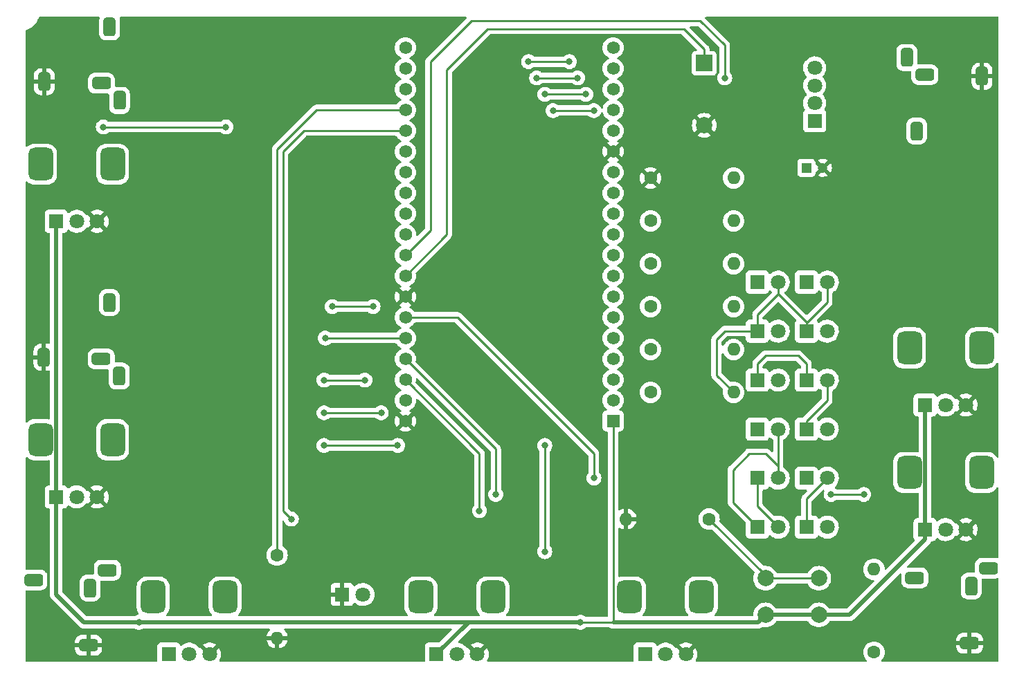
<source format=gbr>
%TF.GenerationSoftware,KiCad,Pcbnew,(6.0.4)*%
%TF.CreationDate,2022-06-01T21:34:53+02:00*%
%TF.ProjectId,Spikeling_ESP32,5370696b-656c-4696-9e67-5f4553503332,rev?*%
%TF.SameCoordinates,Original*%
%TF.FileFunction,Copper,L2,Bot*%
%TF.FilePolarity,Positive*%
%FSLAX46Y46*%
G04 Gerber Fmt 4.6, Leading zero omitted, Abs format (unit mm)*
G04 Created by KiCad (PCBNEW (6.0.4)) date 2022-06-01 21:34:53*
%MOMM*%
%LPD*%
G01*
G04 APERTURE LIST*
G04 Aperture macros list*
%AMRoundRect*
0 Rectangle with rounded corners*
0 $1 Rounding radius*
0 $2 $3 $4 $5 $6 $7 $8 $9 X,Y pos of 4 corners*
0 Add a 4 corners polygon primitive as box body*
4,1,4,$2,$3,$4,$5,$6,$7,$8,$9,$2,$3,0*
0 Add four circle primitives for the rounded corners*
1,1,$1+$1,$2,$3*
1,1,$1+$1,$4,$5*
1,1,$1+$1,$6,$7*
1,1,$1+$1,$8,$9*
0 Add four rect primitives between the rounded corners*
20,1,$1+$1,$2,$3,$4,$5,0*
20,1,$1+$1,$4,$5,$6,$7,0*
20,1,$1+$1,$6,$7,$8,$9,0*
20,1,$1+$1,$8,$9,$2,$3,0*%
G04 Aperture macros list end*
%TA.AperFunction,ComponentPad*%
%ADD10R,1.800000X1.800000*%
%TD*%
%TA.AperFunction,ComponentPad*%
%ADD11C,1.800000*%
%TD*%
%TA.AperFunction,ComponentPad*%
%ADD12C,1.600000*%
%TD*%
%TA.AperFunction,ComponentPad*%
%ADD13O,1.600000X1.600000*%
%TD*%
%TA.AperFunction,ComponentPad*%
%ADD14RoundRect,0.750000X0.750000X-1.250000X0.750000X1.250000X-0.750000X1.250000X-0.750000X-1.250000X0*%
%TD*%
%TA.AperFunction,ComponentPad*%
%ADD15RoundRect,0.381000X0.381000X-0.762000X0.381000X0.762000X-0.381000X0.762000X-0.381000X-0.762000X0*%
%TD*%
%TA.AperFunction,ComponentPad*%
%ADD16RoundRect,0.381000X-0.381000X0.762000X-0.381000X-0.762000X0.381000X-0.762000X0.381000X0.762000X0*%
%TD*%
%TA.AperFunction,ComponentPad*%
%ADD17RoundRect,0.381000X0.762000X0.381000X-0.762000X0.381000X-0.762000X-0.381000X0.762000X-0.381000X0*%
%TD*%
%TA.AperFunction,ComponentPad*%
%ADD18RoundRect,0.381000X-0.762000X-0.381000X0.762000X-0.381000X0.762000X0.381000X-0.762000X0.381000X0*%
%TD*%
%TA.AperFunction,ComponentPad*%
%ADD19R,1.200000X1.200000*%
%TD*%
%TA.AperFunction,ComponentPad*%
%ADD20C,1.200000*%
%TD*%
%TA.AperFunction,ComponentPad*%
%ADD21R,2.000000X2.000000*%
%TD*%
%TA.AperFunction,ComponentPad*%
%ADD22C,2.000000*%
%TD*%
%TA.AperFunction,ComponentPad*%
%ADD23R,1.560000X1.560000*%
%TD*%
%TA.AperFunction,ComponentPad*%
%ADD24C,1.560000*%
%TD*%
%TA.AperFunction,ViaPad*%
%ADD25C,0.800000*%
%TD*%
%TA.AperFunction,Conductor*%
%ADD26C,0.250000*%
%TD*%
%TA.AperFunction,Conductor*%
%ADD27C,0.500000*%
%TD*%
G04 APERTURE END LIST*
D10*
%TO.P,Spike LED,1,K*%
%TO.N,Net-(100\u03A9_Spike-LED1-Pad2)*%
X197000000Y-63240000D03*
D11*
%TO.P,Spike LED,2,RA*%
%TO.N,/18*%
X197000000Y-61081000D03*
%TO.P,Spike LED,3,GA*%
%TO.N,/19*%
X197000000Y-58922000D03*
%TO.P,Spike LED,4,BA*%
X197000000Y-56763000D03*
%TD*%
D10*
%TO.P,Mode6,1,K*%
%TO.N,Net-(100\u03A9_CharliePlex3-Pad2)*%
X190000000Y-83000000D03*
D11*
%TO.P,Mode6,2,A*%
%TO.N,Net-(100\u03A9_CharliePlex4-Pad2)*%
X192540000Y-83000000D03*
%TD*%
D10*
%TO.P,Mode1,1,K*%
%TO.N,Net-(100\u03A9_CharliePlex2-Pad2)*%
X190000000Y-113000000D03*
D11*
%TO.P,Mode1,2,A*%
%TO.N,Net-(100\u03A9_CharliePlex1-Pad2)*%
X192540000Y-113000000D03*
%TD*%
D12*
%TO.P,10k\u03A9 SW pull-down,1*%
%TO.N,/21*%
X184080000Y-112000000D03*
D13*
%TO.P,10k\u03A9 SW pull-down,2*%
%TO.N,GNDREF*%
X173920000Y-112000000D03*
%TD*%
D10*
%TO.P,Stim-Strength,1,1*%
%TO.N,+3V3*%
X210500000Y-113300000D03*
D11*
%TO.P,Stim-Strength,2,2*%
%TO.N,/34*%
X213000000Y-113300000D03*
%TO.P,Stim-Strength,3,3*%
%TO.N,GNDREF*%
X215500000Y-113300000D03*
D14*
%TO.P,Stim-Strength,MP*%
%TO.N,N/C*%
X217400000Y-106300000D03*
X208600000Y-106300000D03*
%TD*%
D10*
%TO.P,Noise,1,1*%
%TO.N,+3V3*%
X176250000Y-128550000D03*
D11*
%TO.P,Noise,2,2*%
%TO.N,/13*%
X178750000Y-128550000D03*
%TO.P,Noise,3,3*%
%TO.N,GNDREF*%
X181250000Y-128550000D03*
D14*
%TO.P,Noise,MP*%
%TO.N,N/C*%
X183150000Y-121550000D03*
X174350000Y-121550000D03*
%TD*%
D15*
%TO.P,Synapse In 1,R*%
%TO.N,/33*%
X110781500Y-51750000D03*
D16*
%TO.P,Synapse In 1,S*%
%TO.N,GNDREF*%
X102781500Y-58450000D03*
D17*
%TO.P,Synapse In 1,T*%
%TO.N,/32*%
X109781500Y-58650000D03*
D15*
X111981500Y-60750000D03*
%TD*%
D16*
%TO.P,Synapse Out,R*%
%TO.N,Net-(10\u03A9_RC1-Pad2)*%
X209468500Y-64500000D03*
D15*
%TO.P,Synapse Out,S*%
%TO.N,GNDREF*%
X217468500Y-57800000D03*
D16*
%TO.P,Synapse Out,T*%
%TO.N,/23*%
X208268500Y-55500000D03*
D18*
X210468500Y-57600000D03*
%TD*%
D10*
%TO.P,Synapse 1 Gain,1,1*%
%TO.N,+3V3*%
X104250000Y-75550000D03*
D11*
%TO.P,Synapse 1 Gain,2,2*%
%TO.N,/25*%
X106750000Y-75550000D03*
%TO.P,Synapse 1 Gain,3,3*%
%TO.N,GNDREF*%
X109250000Y-75550000D03*
D14*
%TO.P,Synapse 1 Gain,MP*%
%TO.N,N/C*%
X102350000Y-68550000D03*
X111150000Y-68550000D03*
%TD*%
D10*
%TO.P,Mode3,1,K*%
%TO.N,Net-(100\u03A9_CharliePlex3-Pad2)*%
X190000000Y-101000000D03*
D11*
%TO.P,Mode3,2,A*%
%TO.N,Net-(100\u03A9_CharliePlex2-Pad2)*%
X192540000Y-101000000D03*
%TD*%
D10*
%TO.P,Voltage Membrane,1,1*%
%TO.N,+3V3*%
X118000000Y-128550000D03*
D11*
%TO.P,Voltage Membrane,2,2*%
%TO.N,/12*%
X120500000Y-128550000D03*
%TO.P,Voltage Membrane,3,3*%
%TO.N,GNDREF*%
X123000000Y-128550000D03*
D14*
%TO.P,Voltage Membrane,MP*%
%TO.N,N/C*%
X124900000Y-121550000D03*
X116100000Y-121550000D03*
%TD*%
D12*
%TO.P,100\u03A9 Stim-LED,1*%
%TO.N,/22*%
X204250000Y-128330000D03*
D13*
%TO.P,100\u03A9 Stim-LED,2*%
%TO.N,Net-(100\u03A9_Stim-LED1-Pad2)*%
X204250000Y-118170000D03*
%TD*%
D17*
%TO.P,Stimulus Out,R*%
%TO.N,/01*%
X209250000Y-119218500D03*
D18*
%TO.P,Stimulus Out,S*%
%TO.N,GNDREF*%
X215950000Y-127218500D03*
D17*
%TO.P,Stimulus Out,T*%
%TO.N,Net-(100\u03A9_Stim-LED1-Pad2)*%
X218250000Y-118018500D03*
D16*
X216150000Y-120218500D03*
%TD*%
D10*
%TO.P,Mode10,1,K*%
%TO.N,Net-(100\u03A9_CharliePlex2-Pad2)*%
X196000000Y-95000000D03*
D11*
%TO.P,Mode10,2,A*%
%TO.N,Net-(100\u03A9_CharliePlex4-Pad2)*%
X198540000Y-95000000D03*
%TD*%
D10*
%TO.P,Mode8,1,K*%
%TO.N,Net-(100\u03A9_CharliePlex1-Pad2)*%
X196000000Y-107000000D03*
D11*
%TO.P,Mode8,2,A*%
%TO.N,Net-(100\u03A9_CharliePlex3-Pad2)*%
X198540000Y-107000000D03*
%TD*%
D12*
%TO.P,50\u03A9_CharliePlex4,1*%
%TO.N,/04*%
X176920000Y-96500000D03*
D13*
%TO.P,50\u03A9_CharliePlex4,2*%
%TO.N,Net-(100\u03A9_CharliePlex4-Pad2)*%
X187080000Y-96500000D03*
%TD*%
D10*
%TO.P,Mode12,1,K*%
%TO.N,Net-(100\u03A9_CharliePlex1-Pad2)*%
X196000000Y-83000000D03*
D11*
%TO.P,Mode12,2,A*%
%TO.N,Net-(100\u03A9_CharliePlex4-Pad2)*%
X198540000Y-83000000D03*
%TD*%
D10*
%TO.P,Mode11,1,K*%
%TO.N,Net-(100\u03A9_CharliePlex4-Pad2)*%
X196000000Y-89000000D03*
D11*
%TO.P,Mode11,2,A*%
%TO.N,Net-(100\u03A9_CharliePlex1-Pad2)*%
X198540000Y-89000000D03*
%TD*%
D10*
%TO.P,Mode9,1,K*%
%TO.N,Net-(100\u03A9_CharliePlex4-Pad2)*%
X196000000Y-101000000D03*
D11*
%TO.P,Mode9,2,A*%
%TO.N,Net-(100\u03A9_CharliePlex2-Pad2)*%
X198540000Y-101000000D03*
%TD*%
D12*
%TO.P,10\u03A9 RC,1*%
%TO.N,/36*%
X176920000Y-75500000D03*
D13*
%TO.P,10\u03A9 RC,2*%
%TO.N,Net-(10\u03A9_RC1-Pad2)*%
X187080000Y-75500000D03*
%TD*%
D10*
%TO.P,Photodiode,1,K*%
%TO.N,GNDREF*%
X139225000Y-121250000D03*
D11*
%TO.P,Photodiode,2,A*%
%TO.N,/15*%
X141765000Y-121250000D03*
%TD*%
D10*
%TO.P,Stim-Frequency,1,1*%
%TO.N,+3V3*%
X210500000Y-98050000D03*
D11*
%TO.P,Stim-Frequency,2,2*%
%TO.N,/35*%
X213000000Y-98050000D03*
%TO.P,Stim-Frequency,3,3*%
%TO.N,GNDREF*%
X215500000Y-98050000D03*
D14*
%TO.P,Stim-Frequency,MP*%
%TO.N,N/C*%
X217400000Y-91050000D03*
X208600000Y-91050000D03*
%TD*%
D10*
%TO.P,Synapse 2 Gain,1,1*%
%TO.N,+3V3*%
X104250000Y-109300000D03*
D11*
%TO.P,Synapse 2 Gain,2,2*%
%TO.N,/14*%
X106750000Y-109300000D03*
%TO.P,Synapse 2 Gain,3,3*%
%TO.N,GNDREF*%
X109250000Y-109300000D03*
D14*
%TO.P,Synapse 2 Gain,MP*%
%TO.N,N/C*%
X102350000Y-102300000D03*
X111150000Y-102300000D03*
%TD*%
D15*
%TO.P,Synapse in 2,R*%
%TO.N,/27*%
X110750000Y-85500000D03*
D16*
%TO.P,Synapse in 2,S*%
%TO.N,GNDREF*%
X102750000Y-92200000D03*
D17*
%TO.P,Synapse in 2,T*%
%TO.N,/26*%
X109750000Y-92400000D03*
D15*
X111950000Y-94500000D03*
%TD*%
D10*
%TO.P,Mode2,1,K*%
%TO.N,Net-(100\u03A9_CharliePlex1-Pad2)*%
X190000000Y-107000000D03*
D11*
%TO.P,Mode2,2,A*%
%TO.N,Net-(100\u03A9_CharliePlex2-Pad2)*%
X192540000Y-107000000D03*
%TD*%
D10*
%TO.P,Mode4,1,K*%
%TO.N,Net-(100\u03A9_CharliePlex2-Pad2)*%
X190000000Y-95000000D03*
D11*
%TO.P,Mode4,2,A*%
%TO.N,Net-(100\u03A9_CharliePlex3-Pad2)*%
X192540000Y-95000000D03*
%TD*%
D17*
%TO.P,Current In,R*%
%TO.N,/03*%
X101500000Y-119468500D03*
D18*
%TO.P,Current In,S*%
%TO.N,GNDREF*%
X108200000Y-127468500D03*
D17*
%TO.P,Current In,T*%
%TO.N,unconnected-(Current_In1-PadT)*%
X110500000Y-118268500D03*
D16*
X108400000Y-120468500D03*
%TD*%
D12*
%TO.P,50\u03A9_CharliePlex3,1*%
%TO.N,/16*%
X176920000Y-91250000D03*
D13*
%TO.P,50\u03A9_CharliePlex3,2*%
%TO.N,Net-(100\u03A9_CharliePlex3-Pad2)*%
X187080000Y-91250000D03*
%TD*%
D12*
%TO.P,10k\u03A9 PD pull-down,1*%
%TO.N,/15*%
X131250000Y-116420000D03*
D13*
%TO.P,10k\u03A9 PD pull-down,2*%
%TO.N,GNDREF*%
X131250000Y-126580000D03*
%TD*%
D10*
%TO.P,Photodiode Gain,1,1*%
%TO.N,+3V3*%
X150750000Y-128550000D03*
D11*
%TO.P,Photodiode Gain,2,2*%
%TO.N,/02*%
X153250000Y-128550000D03*
%TO.P,Photodiode Gain,3,3*%
%TO.N,GNDREF*%
X155750000Y-128550000D03*
D14*
%TO.P,Photodiode Gain,MP*%
%TO.N,N/C*%
X148850000Y-121550000D03*
X157650000Y-121550000D03*
%TD*%
D19*
%TO.P,1nF RC,1*%
%TO.N,Net-(10\u03A9_RC1-Pad2)*%
X196000000Y-69000000D03*
D20*
%TO.P,1nF RC,2*%
%TO.N,GNDREF*%
X198000000Y-69000000D03*
%TD*%
D12*
%TO.P,50\u03A9_CharliePlex2,1*%
%TO.N,/17*%
X176920000Y-86000000D03*
D13*
%TO.P,50\u03A9_CharliePlex2,2*%
%TO.N,Net-(100\u03A9_CharliePlex2-Pad2)*%
X187080000Y-86000000D03*
%TD*%
D12*
%TO.P,100\u03A9 Spike LED,1*%
%TO.N,GNDREF*%
X176920000Y-70250000D03*
D13*
%TO.P,100\u03A9 Spike LED,2*%
%TO.N,Net-(100\u03A9_Spike-LED1-Pad2)*%
X187080000Y-70250000D03*
%TD*%
D21*
%TO.P,Spike Buzzer,1,-*%
%TO.N,/19*%
X183500000Y-56200000D03*
D22*
%TO.P,Spike Buzzer,2,+*%
%TO.N,GNDREF*%
X183500000Y-63800000D03*
%TD*%
D12*
%TO.P,50\u03A9 CharliePlex1,1*%
%TO.N,/05*%
X176920000Y-80750000D03*
D13*
%TO.P,50\u03A9 CharliePlex1,2*%
%TO.N,Net-(100\u03A9_CharliePlex1-Pad2)*%
X187080000Y-80750000D03*
%TD*%
D22*
%TO.P,Mode Button,1,1*%
%TO.N,/21*%
X191000000Y-119250000D03*
X197500000Y-119250000D03*
%TO.P,Mode Button,2,2*%
%TO.N,+3V3*%
X197500000Y-123750000D03*
X191000000Y-123750000D03*
%TD*%
D23*
%TO.P,ESP32-WROOM dev module,1,3V3*%
%TO.N,+3V3*%
X172347500Y-100010000D03*
D24*
%TO.P,ESP32-WROOM dev module,2,EN*%
%TO.N,unconnected-(U1-Pad2)*%
X172347500Y-97470000D03*
%TO.P,ESP32-WROOM dev module,3,SENSOR_VP*%
%TO.N,/36*%
X172347500Y-94930000D03*
%TO.P,ESP32-WROOM dev module,4,SENSOR_VN*%
%TO.N,unconnected-(U1-Pad4)*%
X172347500Y-92390000D03*
%TO.P,ESP32-WROOM dev module,5,IO34*%
%TO.N,/34*%
X172347500Y-89850000D03*
%TO.P,ESP32-WROOM dev module,6,IO35*%
%TO.N,/35*%
X172347500Y-87310000D03*
%TO.P,ESP32-WROOM dev module,7,IO32*%
%TO.N,/32*%
X172347500Y-84770000D03*
%TO.P,ESP32-WROOM dev module,8,IO33*%
%TO.N,/33*%
X172347500Y-82230000D03*
%TO.P,ESP32-WROOM dev module,9,IO25*%
%TO.N,/25*%
X172347500Y-79690000D03*
%TO.P,ESP32-WROOM dev module,10,IO26*%
%TO.N,/26*%
X172347500Y-77150000D03*
%TO.P,ESP32-WROOM dev module,11,IO27*%
%TO.N,/27*%
X172347500Y-74610000D03*
%TO.P,ESP32-WROOM dev module,12,IO14*%
%TO.N,/14*%
X172347500Y-72070000D03*
%TO.P,ESP32-WROOM dev module,13,IO12*%
%TO.N,/12*%
X172347500Y-69530000D03*
%TO.P,ESP32-WROOM dev module,14,GND1*%
%TO.N,GNDREF*%
X172347500Y-66990000D03*
%TO.P,ESP32-WROOM dev module,15,IO13*%
%TO.N,/13*%
X172347500Y-64450000D03*
%TO.P,ESP32-WROOM dev module,16,SD2*%
%TO.N,unconnected-(U1-Pad16)*%
X172347500Y-61910000D03*
%TO.P,ESP32-WROOM dev module,17,SD3*%
%TO.N,unconnected-(U1-Pad17)*%
X172347500Y-59370000D03*
%TO.P,ESP32-WROOM dev module,18,CMD*%
%TO.N,unconnected-(U1-Pad18)*%
X172347500Y-56830000D03*
%TO.P,ESP32-WROOM dev module,19,EXT_5V*%
%TO.N,unconnected-(U1-Pad19)*%
X172347500Y-54290000D03*
%TO.P,ESP32-WROOM dev module,20,GND3*%
%TO.N,GNDREF*%
X146947500Y-100010000D03*
%TO.P,ESP32-WROOM dev module,21,IO23*%
%TO.N,/23*%
X146947500Y-97470000D03*
%TO.P,ESP32-WROOM dev module,22,IO22*%
%TO.N,/22*%
X146947500Y-94930000D03*
%TO.P,ESP32-WROOM dev module,23,TXD0*%
%TO.N,/01*%
X146947500Y-92390000D03*
%TO.P,ESP32-WROOM dev module,24,RXD0*%
%TO.N,/03*%
X146947500Y-89850000D03*
%TO.P,ESP32-WROOM dev module,25,IO21*%
%TO.N,/21*%
X146947500Y-87310000D03*
%TO.P,ESP32-WROOM dev module,26,GND2*%
%TO.N,GNDREF*%
X146947500Y-84770000D03*
%TO.P,ESP32-WROOM dev module,27,IO19*%
%TO.N,/19*%
X146947500Y-82230000D03*
%TO.P,ESP32-WROOM dev module,28,IO18*%
%TO.N,/18*%
X146947500Y-79690000D03*
%TO.P,ESP32-WROOM dev module,29,IO5*%
%TO.N,/05*%
X146947500Y-77150000D03*
%TO.P,ESP32-WROOM dev module,30,IO17*%
%TO.N,/17*%
X146947500Y-74610000D03*
%TO.P,ESP32-WROOM dev module,31,IO16*%
%TO.N,/16*%
X146947500Y-72070000D03*
%TO.P,ESP32-WROOM dev module,32,IO4*%
%TO.N,/04*%
X146947500Y-69530000D03*
%TO.P,ESP32-WROOM dev module,33,IO0*%
%TO.N,unconnected-(U1-Pad33)*%
X146947500Y-66990000D03*
%TO.P,ESP32-WROOM dev module,34,IO2*%
%TO.N,/02*%
X146947500Y-64450000D03*
%TO.P,ESP32-WROOM dev module,35,IO15*%
%TO.N,/15*%
X146947500Y-61910000D03*
%TO.P,ESP32-WROOM dev module,36,SD1*%
%TO.N,unconnected-(U1-Pad36)*%
X146947500Y-59370000D03*
%TO.P,ESP32-WROOM dev module,37,SD0*%
%TO.N,unconnected-(U1-Pad37)*%
X146947500Y-56830000D03*
%TO.P,ESP32-WROOM dev module,38,CLK*%
%TO.N,unconnected-(U1-Pad38)*%
X146947500Y-54290000D03*
%TD*%
D10*
%TO.P,Mode7,1,K*%
%TO.N,Net-(100\u03A9_CharliePlex3-Pad2)*%
X196000000Y-113000000D03*
D11*
%TO.P,Mode7,2,A*%
%TO.N,Net-(100\u03A9_CharliePlex1-Pad2)*%
X198540000Y-113000000D03*
%TD*%
D10*
%TO.P,Mode5,1,K*%
%TO.N,Net-(100\u03A9_CharliePlex4-Pad2)*%
X190000000Y-89000000D03*
D11*
%TO.P,Mode5,2,A*%
%TO.N,Net-(100\u03A9_CharliePlex3-Pad2)*%
X192540000Y-89000000D03*
%TD*%
D25*
%TO.N,/27*%
X143000000Y-86000000D03*
X138000000Y-86000000D03*
%TO.N,/26*%
X142000000Y-95000000D03*
X137000000Y-95000000D03*
%TO.N,/03*%
X137150000Y-89850000D03*
%TO.N,/01*%
X158000000Y-109000000D03*
%TO.N,+3V3*%
X168352500Y-124647500D03*
X114352500Y-124647500D03*
%TO.N,/34*%
X199000000Y-109000000D03*
X203000000Y-109000000D03*
%TO.N,/25*%
X110000000Y-64000000D03*
X125000000Y-64000000D03*
%TO.N,/14*%
X137000000Y-99000000D03*
X144000000Y-99000000D03*
%TO.N,/12*%
X137000000Y-103000000D03*
X146000000Y-103000000D03*
%TO.N,/13*%
X164000000Y-116000000D03*
X164000000Y-103000000D03*
%TO.N,/22*%
X156000000Y-111000000D03*
%TO.N,/21*%
X170000000Y-107000000D03*
%TO.N,/18*%
X186000000Y-58000000D03*
%TO.N,/05*%
X170000000Y-62000000D03*
X165000000Y-62000000D03*
%TO.N,/17*%
X169000000Y-60000000D03*
X164000000Y-60000000D03*
%TO.N,/16*%
X168000000Y-58000000D03*
X163000000Y-58000000D03*
%TO.N,/04*%
X167000000Y-56000000D03*
X162000000Y-56000000D03*
%TO.N,/02*%
X133000000Y-112000000D03*
%TD*%
D26*
%TO.N,/27*%
X143000000Y-86000000D02*
X139000000Y-86000000D01*
X139000000Y-86000000D02*
X138000000Y-86000000D01*
%TO.N,/26*%
X142000000Y-95000000D02*
X137000000Y-95000000D01*
%TO.N,/03*%
X146947500Y-89850000D02*
X137150000Y-89850000D01*
%TO.N,/01*%
X146947500Y-92390000D02*
X158000000Y-103442500D01*
X158000000Y-103442500D02*
X158000000Y-109000000D01*
D27*
%TO.N,+3V3*%
X107647500Y-124647500D02*
X114352500Y-124647500D01*
X191000000Y-123750000D02*
X197500000Y-123750000D01*
X201250000Y-123750000D02*
X210500000Y-114500000D01*
D26*
X172347500Y-124647500D02*
X168352500Y-124647500D01*
D27*
X104250000Y-121250000D02*
X107647500Y-124647500D01*
X104250000Y-109300000D02*
X104250000Y-121250000D01*
X104250000Y-109300000D02*
X104250000Y-75550000D01*
X172347500Y-124647500D02*
X190102500Y-124647500D01*
X154652500Y-124647500D02*
X150750000Y-128550000D01*
X210500000Y-114500000D02*
X210500000Y-113300000D01*
X210500000Y-113300000D02*
X210500000Y-98050000D01*
X197500000Y-123750000D02*
X201250000Y-123750000D01*
X154652500Y-124647500D02*
X121902500Y-124647500D01*
X190102500Y-124647500D02*
X191000000Y-123750000D01*
D26*
X172347500Y-100010000D02*
X172347500Y-124647500D01*
D27*
X114352500Y-124647500D02*
X121902500Y-124647500D01*
X168352500Y-124647500D02*
X154652500Y-124647500D01*
D26*
%TO.N,/34*%
X199000000Y-109000000D02*
X203000000Y-109000000D01*
%TO.N,/25*%
X125000000Y-64000000D02*
X110000000Y-64000000D01*
%TO.N,/14*%
X144000000Y-99000000D02*
X137000000Y-99000000D01*
%TO.N,/12*%
X146000000Y-103000000D02*
X137000000Y-103000000D01*
%TO.N,/13*%
X164000000Y-103000000D02*
X164000000Y-116000000D01*
%TO.N,/22*%
X146947500Y-94930000D02*
X156000000Y-103982500D01*
X156000000Y-103982500D02*
X156000000Y-111000000D01*
%TO.N,/21*%
X146947500Y-87310000D02*
X153310000Y-87310000D01*
X191000000Y-118920000D02*
X191000000Y-119250000D01*
X153310000Y-87310000D02*
X170000000Y-104000000D01*
X191000000Y-119250000D02*
X197500000Y-119250000D01*
X184080000Y-112000000D02*
X191000000Y-118920000D01*
X170000000Y-104000000D02*
X170000000Y-107000000D01*
%TO.N,/19*%
X181000000Y-52000000D02*
X157000000Y-52000000D01*
X183500000Y-56200000D02*
X183500000Y-54500000D01*
X157000000Y-52000000D02*
X152000000Y-57000000D01*
X152000000Y-77177500D02*
X146947500Y-82230000D01*
X183500000Y-54500000D02*
X181000000Y-52000000D01*
X152000000Y-57000000D02*
X152000000Y-77177500D01*
%TO.N,/18*%
X150000000Y-56000000D02*
X150000000Y-76637500D01*
X150000000Y-76637500D02*
X146947500Y-79690000D01*
X186000000Y-54000000D02*
X183000000Y-51000000D01*
X155000000Y-51000000D02*
X150000000Y-56000000D01*
X183000000Y-51000000D02*
X155000000Y-51000000D01*
X186000000Y-58000000D02*
X186000000Y-54000000D01*
%TO.N,/05*%
X170000000Y-62000000D02*
X165000000Y-62000000D01*
%TO.N,/17*%
X169000000Y-60000000D02*
X164000000Y-60000000D01*
%TO.N,/16*%
X168000000Y-58000000D02*
X163000000Y-58000000D01*
%TO.N,/04*%
X167000000Y-56000000D02*
X162000000Y-56000000D01*
%TO.N,/02*%
X132000000Y-111000000D02*
X133000000Y-112000000D01*
X132000000Y-67000000D02*
X132000000Y-111000000D01*
X134550000Y-64450000D02*
X132000000Y-67000000D01*
X146947500Y-64450000D02*
X134550000Y-64450000D01*
%TO.N,/15*%
X131250000Y-66750000D02*
X136090000Y-61910000D01*
X136090000Y-61910000D02*
X146947500Y-61910000D01*
X131250000Y-116420000D02*
X131250000Y-66750000D01*
%TO.N,Net-(100\u03A9_CharliePlex1-Pad2)*%
X190000000Y-110460000D02*
X192540000Y-113000000D01*
X190000000Y-107000000D02*
X190000000Y-110460000D01*
%TO.N,Net-(100\u03A9_CharliePlex2-Pad2)*%
X190000000Y-113000000D02*
X187000000Y-110000000D01*
X187000000Y-106000000D02*
X189000000Y-104000000D01*
X190000000Y-93000000D02*
X191000000Y-92000000D01*
X187000000Y-110000000D02*
X187000000Y-106000000D01*
X190000000Y-95000000D02*
X190000000Y-93000000D01*
X191000000Y-104000000D02*
X192540000Y-105540000D01*
X191000000Y-92000000D02*
X195000000Y-92000000D01*
X192540000Y-107000000D02*
X192540000Y-101000000D01*
X195000000Y-92000000D02*
X196000000Y-93000000D01*
X192540000Y-105540000D02*
X192540000Y-107000000D01*
X196000000Y-93000000D02*
X196000000Y-95000000D01*
X189000000Y-104000000D02*
X191000000Y-104000000D01*
%TO.N,Net-(100\u03A9_CharliePlex3-Pad2)*%
X196000000Y-109540000D02*
X198540000Y-107000000D01*
X196000000Y-113000000D02*
X196000000Y-109540000D01*
%TO.N,Net-(100\u03A9_CharliePlex4-Pad2)*%
X196000000Y-100000000D02*
X198540000Y-97460000D01*
X190000000Y-87000000D02*
X192540000Y-84460000D01*
X198540000Y-83000000D02*
X198540000Y-85460000D01*
X196000000Y-87920000D02*
X196000000Y-89000000D01*
X185000000Y-90000000D02*
X186000000Y-89000000D01*
X190000000Y-89000000D02*
X190000000Y-87000000D01*
X185000000Y-94420000D02*
X185000000Y-90000000D01*
X198540000Y-97460000D02*
X198540000Y-95000000D01*
X196000000Y-101000000D02*
X196000000Y-100000000D01*
X192540000Y-84460000D02*
X192540000Y-83000000D01*
X196000000Y-89000000D02*
X196000000Y-88000000D01*
X192540000Y-84460000D02*
X196000000Y-87920000D01*
X198540000Y-85460000D02*
X196000000Y-88000000D01*
X187080000Y-96500000D02*
X185000000Y-94420000D01*
X186000000Y-89000000D02*
X190000000Y-89000000D01*
%TD*%
%TA.AperFunction,Conductor*%
%TO.N,GNDREF*%
G36*
X109512060Y-50528502D02*
G01*
X109558553Y-50582158D01*
X109568657Y-50652432D01*
X109564792Y-50667285D01*
X109565506Y-50667476D01*
X109527305Y-50810045D01*
X109517112Y-50848085D01*
X109516659Y-50853841D01*
X109511295Y-50921998D01*
X109511000Y-50925742D01*
X109511000Y-52574258D01*
X109517112Y-52651915D01*
X109565506Y-52832524D01*
X109650393Y-52999125D01*
X109768064Y-53144436D01*
X109913375Y-53262107D01*
X110079976Y-53346994D01*
X110086349Y-53348702D01*
X110086350Y-53348702D01*
X110255008Y-53393894D01*
X110255012Y-53393895D01*
X110260585Y-53395388D01*
X110266341Y-53395841D01*
X110335786Y-53401307D01*
X110335794Y-53401307D01*
X110338242Y-53401500D01*
X111224758Y-53401500D01*
X111227206Y-53401307D01*
X111227214Y-53401307D01*
X111296659Y-53395841D01*
X111302415Y-53395388D01*
X111307988Y-53393895D01*
X111307992Y-53393894D01*
X111476650Y-53348702D01*
X111476651Y-53348702D01*
X111483024Y-53346994D01*
X111649625Y-53262107D01*
X111794936Y-53144436D01*
X111912607Y-52999125D01*
X111997494Y-52832524D01*
X112045888Y-52651915D01*
X112052000Y-52574258D01*
X112052000Y-50925742D01*
X112051706Y-50921998D01*
X112046341Y-50853841D01*
X112045888Y-50848085D01*
X112035696Y-50810045D01*
X111997494Y-50667476D01*
X112000374Y-50666704D01*
X111995698Y-50608858D01*
X112029145Y-50546233D01*
X112091139Y-50511633D01*
X112119061Y-50508500D01*
X154291406Y-50508500D01*
X154359527Y-50528502D01*
X154406020Y-50582158D01*
X154416124Y-50652432D01*
X154386630Y-50717012D01*
X154380501Y-50723595D01*
X151964785Y-53139310D01*
X149607747Y-55496348D01*
X149599461Y-55503888D01*
X149592982Y-55508000D01*
X149587557Y-55513777D01*
X149546357Y-55557651D01*
X149543602Y-55560493D01*
X149523865Y-55580230D01*
X149521385Y-55583427D01*
X149513682Y-55592447D01*
X149483414Y-55624679D01*
X149479595Y-55631625D01*
X149479593Y-55631628D01*
X149473652Y-55642434D01*
X149462801Y-55658953D01*
X149450386Y-55674959D01*
X149447241Y-55682228D01*
X149447238Y-55682232D01*
X149432826Y-55715537D01*
X149427609Y-55726187D01*
X149406305Y-55764940D01*
X149404334Y-55772615D01*
X149404334Y-55772616D01*
X149401267Y-55784562D01*
X149394863Y-55803266D01*
X149386819Y-55821855D01*
X149385580Y-55829678D01*
X149385577Y-55829688D01*
X149379901Y-55865524D01*
X149377495Y-55877144D01*
X149366500Y-55919970D01*
X149366500Y-55940224D01*
X149364949Y-55959934D01*
X149361780Y-55979943D01*
X149362526Y-55987835D01*
X149365941Y-56023961D01*
X149366500Y-56035819D01*
X149366500Y-76322906D01*
X149346498Y-76391027D01*
X149329599Y-76411997D01*
X148452086Y-77289509D01*
X148389776Y-77323533D01*
X148318960Y-77318468D01*
X148262125Y-77275921D01*
X148237314Y-77209401D01*
X148237473Y-77189429D01*
X148240443Y-77155485D01*
X148240443Y-77155475D01*
X148240922Y-77150000D01*
X148221272Y-76925400D01*
X148218511Y-76915096D01*
X148164342Y-76712934D01*
X148164341Y-76712932D01*
X148162919Y-76707624D01*
X148158094Y-76697276D01*
X148069959Y-76508270D01*
X148069957Y-76508267D01*
X148067636Y-76503289D01*
X147938319Y-76318604D01*
X147778896Y-76159181D01*
X147594211Y-76029864D01*
X147589233Y-76027543D01*
X147589230Y-76027541D01*
X147517719Y-75994195D01*
X147464434Y-75947277D01*
X147444973Y-75879000D01*
X147465515Y-75811040D01*
X147517719Y-75765805D01*
X147589230Y-75732459D01*
X147589233Y-75732457D01*
X147594211Y-75730136D01*
X147778896Y-75600819D01*
X147938319Y-75441396D01*
X148067636Y-75256711D01*
X148100800Y-75185592D01*
X148160596Y-75057358D01*
X148160597Y-75057357D01*
X148162919Y-75052376D01*
X148221272Y-74834600D01*
X148240922Y-74610000D01*
X148221272Y-74385400D01*
X148219363Y-74378274D01*
X148164342Y-74172934D01*
X148164341Y-74172932D01*
X148162919Y-74167624D01*
X148152066Y-74144350D01*
X148069959Y-73968270D01*
X148069957Y-73968267D01*
X148067636Y-73963289D01*
X147938319Y-73778604D01*
X147778896Y-73619181D01*
X147594211Y-73489864D01*
X147589233Y-73487543D01*
X147589230Y-73487541D01*
X147517719Y-73454195D01*
X147464434Y-73407277D01*
X147444973Y-73339000D01*
X147465515Y-73271040D01*
X147517719Y-73225805D01*
X147589230Y-73192459D01*
X147589233Y-73192457D01*
X147594211Y-73190136D01*
X147778896Y-73060819D01*
X147938319Y-72901396D01*
X148067636Y-72716711D01*
X148162919Y-72512376D01*
X148221272Y-72294600D01*
X148240922Y-72070000D01*
X148221272Y-71845400D01*
X148162919Y-71627624D01*
X148123935Y-71544022D01*
X148069959Y-71428270D01*
X148069957Y-71428267D01*
X148067636Y-71423289D01*
X147938319Y-71238604D01*
X147778896Y-71079181D01*
X147594211Y-70949864D01*
X147589233Y-70947543D01*
X147589230Y-70947541D01*
X147517719Y-70914195D01*
X147464434Y-70867277D01*
X147444973Y-70799000D01*
X147465515Y-70731040D01*
X147517719Y-70685805D01*
X147589230Y-70652459D01*
X147589233Y-70652457D01*
X147594211Y-70650136D01*
X147778896Y-70520819D01*
X147938319Y-70361396D01*
X148067636Y-70176711D01*
X148099444Y-70108500D01*
X148160596Y-69977358D01*
X148160597Y-69977357D01*
X148162919Y-69972376D01*
X148165362Y-69963261D01*
X148219848Y-69759915D01*
X148219848Y-69759913D01*
X148221272Y-69754600D01*
X148240922Y-69530000D01*
X148221272Y-69305400D01*
X148210511Y-69265240D01*
X148164342Y-69092934D01*
X148164341Y-69092932D01*
X148162919Y-69087624D01*
X148128033Y-69012811D01*
X148069959Y-68888270D01*
X148069957Y-68888267D01*
X148067636Y-68883289D01*
X147938319Y-68698604D01*
X147778896Y-68539181D01*
X147594211Y-68409864D01*
X147589233Y-68407543D01*
X147589230Y-68407541D01*
X147517719Y-68374195D01*
X147464434Y-68327277D01*
X147444973Y-68259000D01*
X147465515Y-68191040D01*
X147517719Y-68145805D01*
X147589230Y-68112459D01*
X147589233Y-68112457D01*
X147594211Y-68110136D01*
X147778896Y-67980819D01*
X147938319Y-67821396D01*
X148067636Y-67636711D01*
X148162919Y-67432376D01*
X148181771Y-67362022D01*
X148219848Y-67219915D01*
X148219848Y-67219913D01*
X148221272Y-67214600D01*
X148240922Y-66990000D01*
X148221272Y-66765400D01*
X148195702Y-66669970D01*
X148164342Y-66552934D01*
X148164341Y-66552932D01*
X148162919Y-66547624D01*
X148144442Y-66507999D01*
X148069959Y-66348270D01*
X148069957Y-66348267D01*
X148067636Y-66343289D01*
X147938319Y-66158604D01*
X147778896Y-65999181D01*
X147594211Y-65869864D01*
X147589233Y-65867543D01*
X147589230Y-65867541D01*
X147517719Y-65834195D01*
X147464434Y-65787277D01*
X147444973Y-65719000D01*
X147465515Y-65651040D01*
X147517719Y-65605805D01*
X147589230Y-65572459D01*
X147589233Y-65572457D01*
X147594211Y-65570136D01*
X147778896Y-65440819D01*
X147938319Y-65281396D01*
X148067636Y-65096711D01*
X148073797Y-65083500D01*
X148160596Y-64897358D01*
X148160597Y-64897357D01*
X148162919Y-64892376D01*
X148219089Y-64682749D01*
X148219848Y-64679915D01*
X148219848Y-64679913D01*
X148221272Y-64674600D01*
X148240922Y-64450000D01*
X148221272Y-64225400D01*
X148219848Y-64220085D01*
X148164342Y-64012934D01*
X148164341Y-64012932D01*
X148162919Y-64007624D01*
X148156303Y-63993435D01*
X148069959Y-63808270D01*
X148069957Y-63808267D01*
X148067636Y-63803289D01*
X147938319Y-63618604D01*
X147778896Y-63459181D01*
X147594211Y-63329864D01*
X147589233Y-63327543D01*
X147589230Y-63327541D01*
X147517719Y-63294195D01*
X147464434Y-63247277D01*
X147444973Y-63179000D01*
X147465515Y-63111040D01*
X147517719Y-63065805D01*
X147589230Y-63032459D01*
X147589233Y-63032457D01*
X147594211Y-63030136D01*
X147778896Y-62900819D01*
X147938319Y-62741396D01*
X148067636Y-62556711D01*
X148073797Y-62543500D01*
X148160596Y-62357358D01*
X148160597Y-62357357D01*
X148162919Y-62352376D01*
X148201888Y-62206944D01*
X148219848Y-62139915D01*
X148219848Y-62139913D01*
X148221272Y-62134600D01*
X148240922Y-61910000D01*
X148221272Y-61685400D01*
X148210922Y-61646774D01*
X148164342Y-61472934D01*
X148164341Y-61472932D01*
X148162919Y-61467624D01*
X148158500Y-61458148D01*
X148069959Y-61268270D01*
X148069957Y-61268267D01*
X148067636Y-61263289D01*
X147938319Y-61078604D01*
X147778896Y-60919181D01*
X147594211Y-60789864D01*
X147589233Y-60787543D01*
X147589230Y-60787541D01*
X147517719Y-60754195D01*
X147464434Y-60707277D01*
X147444973Y-60639000D01*
X147465515Y-60571040D01*
X147517719Y-60525805D01*
X147589230Y-60492459D01*
X147589233Y-60492457D01*
X147594211Y-60490136D01*
X147778896Y-60360819D01*
X147938319Y-60201396D01*
X148067636Y-60016711D01*
X148075429Y-60000000D01*
X148160596Y-59817358D01*
X148160597Y-59817357D01*
X148162919Y-59812376D01*
X148176787Y-59760622D01*
X148219848Y-59599915D01*
X148219848Y-59599913D01*
X148221272Y-59594600D01*
X148240922Y-59370000D01*
X148221272Y-59145400D01*
X148210343Y-59104612D01*
X148164342Y-58932934D01*
X148164341Y-58932932D01*
X148162919Y-58927624D01*
X148160596Y-58922642D01*
X148069959Y-58728270D01*
X148069957Y-58728267D01*
X148067636Y-58723289D01*
X147938319Y-58538604D01*
X147778896Y-58379181D01*
X147594211Y-58249864D01*
X147589233Y-58247543D01*
X147589230Y-58247541D01*
X147517719Y-58214195D01*
X147464434Y-58167277D01*
X147444973Y-58099000D01*
X147465515Y-58031040D01*
X147517719Y-57985805D01*
X147589230Y-57952459D01*
X147589233Y-57952457D01*
X147594211Y-57950136D01*
X147778896Y-57820819D01*
X147938319Y-57661396D01*
X148067636Y-57476711D01*
X148074004Y-57463056D01*
X148160596Y-57277358D01*
X148160597Y-57277357D01*
X148162919Y-57272376D01*
X148168505Y-57251531D01*
X148219848Y-57059915D01*
X148219848Y-57059913D01*
X148221272Y-57054600D01*
X148240922Y-56830000D01*
X148221272Y-56605400D01*
X148217802Y-56592449D01*
X148164342Y-56392934D01*
X148164341Y-56392932D01*
X148162919Y-56387624D01*
X148160596Y-56382642D01*
X148069959Y-56188270D01*
X148069957Y-56188267D01*
X148067636Y-56183289D01*
X147938319Y-55998604D01*
X147778896Y-55839181D01*
X147594211Y-55709864D01*
X147589233Y-55707543D01*
X147589230Y-55707541D01*
X147517719Y-55674195D01*
X147464434Y-55627277D01*
X147444973Y-55559000D01*
X147465515Y-55491040D01*
X147517719Y-55445805D01*
X147589230Y-55412459D01*
X147589233Y-55412457D01*
X147594211Y-55410136D01*
X147778896Y-55280819D01*
X147938319Y-55121396D01*
X148067636Y-54936711D01*
X148156458Y-54746233D01*
X148160596Y-54737358D01*
X148160597Y-54737357D01*
X148162919Y-54732376D01*
X148171319Y-54701029D01*
X148219848Y-54519915D01*
X148219848Y-54519913D01*
X148221272Y-54514600D01*
X148240922Y-54290000D01*
X148221272Y-54065400D01*
X148217726Y-54052165D01*
X148164342Y-53852934D01*
X148164341Y-53852932D01*
X148162919Y-53847624D01*
X148135521Y-53788868D01*
X148069959Y-53648270D01*
X148069957Y-53648267D01*
X148067636Y-53643289D01*
X147938319Y-53458604D01*
X147778896Y-53299181D01*
X147594211Y-53169864D01*
X147589233Y-53167543D01*
X147589230Y-53167541D01*
X147394858Y-53076904D01*
X147394857Y-53076903D01*
X147389876Y-53074581D01*
X147384568Y-53073159D01*
X147384566Y-53073158D01*
X147177415Y-53017652D01*
X147177413Y-53017652D01*
X147172100Y-53016228D01*
X146947500Y-52996578D01*
X146722900Y-53016228D01*
X146717587Y-53017652D01*
X146717585Y-53017652D01*
X146510434Y-53073158D01*
X146510432Y-53073159D01*
X146505124Y-53074581D01*
X146500143Y-53076903D01*
X146500142Y-53076904D01*
X146305770Y-53167541D01*
X146305767Y-53167543D01*
X146300789Y-53169864D01*
X146116104Y-53299181D01*
X145956681Y-53458604D01*
X145827364Y-53643289D01*
X145825043Y-53648267D01*
X145825041Y-53648270D01*
X145759479Y-53788868D01*
X145732081Y-53847624D01*
X145730659Y-53852932D01*
X145730658Y-53852934D01*
X145677274Y-54052165D01*
X145673728Y-54065400D01*
X145654078Y-54290000D01*
X145673728Y-54514600D01*
X145675152Y-54519913D01*
X145675152Y-54519915D01*
X145723682Y-54701029D01*
X145732081Y-54732376D01*
X145734403Y-54737357D01*
X145734404Y-54737358D01*
X145738543Y-54746233D01*
X145827364Y-54936711D01*
X145956681Y-55121396D01*
X146116104Y-55280819D01*
X146300789Y-55410136D01*
X146305767Y-55412457D01*
X146305770Y-55412459D01*
X146377281Y-55445805D01*
X146430566Y-55492723D01*
X146450027Y-55561000D01*
X146429485Y-55628960D01*
X146377281Y-55674195D01*
X146305770Y-55707541D01*
X146305767Y-55707543D01*
X146300789Y-55709864D01*
X146116104Y-55839181D01*
X145956681Y-55998604D01*
X145827364Y-56183289D01*
X145825043Y-56188267D01*
X145825041Y-56188270D01*
X145734404Y-56382642D01*
X145732081Y-56387624D01*
X145730659Y-56392932D01*
X145730658Y-56392934D01*
X145677198Y-56592449D01*
X145673728Y-56605400D01*
X145654078Y-56830000D01*
X145673728Y-57054600D01*
X145675152Y-57059913D01*
X145675152Y-57059915D01*
X145726496Y-57251531D01*
X145732081Y-57272376D01*
X145734403Y-57277357D01*
X145734404Y-57277358D01*
X145820997Y-57463056D01*
X145827364Y-57476711D01*
X145956681Y-57661396D01*
X146116104Y-57820819D01*
X146300789Y-57950136D01*
X146305767Y-57952457D01*
X146305770Y-57952459D01*
X146377281Y-57985805D01*
X146430566Y-58032723D01*
X146450027Y-58101000D01*
X146429485Y-58168960D01*
X146377281Y-58214195D01*
X146305770Y-58247541D01*
X146305767Y-58247543D01*
X146300789Y-58249864D01*
X146116104Y-58379181D01*
X145956681Y-58538604D01*
X145827364Y-58723289D01*
X145825043Y-58728267D01*
X145825041Y-58728270D01*
X145734404Y-58922642D01*
X145732081Y-58927624D01*
X145730659Y-58932932D01*
X145730658Y-58932934D01*
X145684657Y-59104612D01*
X145673728Y-59145400D01*
X145654078Y-59370000D01*
X145673728Y-59594600D01*
X145675152Y-59599913D01*
X145675152Y-59599915D01*
X145718214Y-59760622D01*
X145732081Y-59812376D01*
X145734403Y-59817357D01*
X145734404Y-59817358D01*
X145819572Y-60000000D01*
X145827364Y-60016711D01*
X145956681Y-60201396D01*
X146116104Y-60360819D01*
X146300789Y-60490136D01*
X146305767Y-60492457D01*
X146305770Y-60492459D01*
X146377281Y-60525805D01*
X146430566Y-60572723D01*
X146450027Y-60641000D01*
X146429485Y-60708960D01*
X146377281Y-60754195D01*
X146305770Y-60787541D01*
X146305767Y-60787543D01*
X146300789Y-60789864D01*
X146116104Y-60919181D01*
X145956681Y-61078604D01*
X145855734Y-61222773D01*
X145800280Y-61267099D01*
X145752523Y-61276500D01*
X136168768Y-61276500D01*
X136157585Y-61275973D01*
X136150092Y-61274298D01*
X136142166Y-61274547D01*
X136142165Y-61274547D01*
X136082002Y-61276438D01*
X136078044Y-61276500D01*
X136050144Y-61276500D01*
X136046154Y-61277004D01*
X136034320Y-61277936D01*
X135990111Y-61279326D01*
X135982495Y-61281539D01*
X135982493Y-61281539D01*
X135970652Y-61284979D01*
X135951293Y-61288988D01*
X135949983Y-61289154D01*
X135931203Y-61291526D01*
X135923837Y-61294442D01*
X135923831Y-61294444D01*
X135890098Y-61307800D01*
X135878868Y-61311645D01*
X135844017Y-61321770D01*
X135836407Y-61323981D01*
X135829584Y-61328016D01*
X135818966Y-61334295D01*
X135801213Y-61342992D01*
X135793568Y-61346019D01*
X135782383Y-61350448D01*
X135775968Y-61355109D01*
X135746612Y-61376437D01*
X135736695Y-61382951D01*
X135698638Y-61405458D01*
X135684317Y-61419779D01*
X135669284Y-61432619D01*
X135652893Y-61444528D01*
X135624702Y-61478605D01*
X135616712Y-61487384D01*
X130857747Y-66246348D01*
X130849461Y-66253888D01*
X130842982Y-66258000D01*
X130837557Y-66263777D01*
X130796357Y-66307651D01*
X130793602Y-66310493D01*
X130773865Y-66330230D01*
X130771385Y-66333427D01*
X130763682Y-66342447D01*
X130733414Y-66374679D01*
X130729595Y-66381625D01*
X130729593Y-66381628D01*
X130723652Y-66392434D01*
X130712801Y-66408953D01*
X130700386Y-66424959D01*
X130697241Y-66432228D01*
X130697238Y-66432232D01*
X130682826Y-66465537D01*
X130677609Y-66476187D01*
X130656305Y-66514940D01*
X130654334Y-66522615D01*
X130654334Y-66522616D01*
X130651267Y-66534562D01*
X130644863Y-66553266D01*
X130636819Y-66571855D01*
X130635580Y-66579678D01*
X130635577Y-66579688D01*
X130629901Y-66615524D01*
X130627495Y-66627144D01*
X130616500Y-66669970D01*
X130616500Y-66690224D01*
X130614949Y-66709934D01*
X130611780Y-66729943D01*
X130612526Y-66737835D01*
X130615941Y-66773961D01*
X130616500Y-66785819D01*
X130616500Y-115200606D01*
X130596498Y-115268727D01*
X130562771Y-115303819D01*
X130410211Y-115410643D01*
X130410208Y-115410645D01*
X130405700Y-115413802D01*
X130243802Y-115575700D01*
X130112477Y-115763251D01*
X130110154Y-115768233D01*
X130110151Y-115768238D01*
X130018039Y-115965775D01*
X130015716Y-115970757D01*
X129956457Y-116191913D01*
X129936502Y-116420000D01*
X129956457Y-116648087D01*
X129957881Y-116653400D01*
X129957881Y-116653402D01*
X129998637Y-116805502D01*
X130015716Y-116869243D01*
X130018039Y-116874224D01*
X130018039Y-116874225D01*
X130110151Y-117071762D01*
X130110154Y-117071767D01*
X130112477Y-117076749D01*
X130243802Y-117264300D01*
X130405700Y-117426198D01*
X130410208Y-117429355D01*
X130410211Y-117429357D01*
X130488389Y-117484098D01*
X130593251Y-117557523D01*
X130598233Y-117559846D01*
X130598238Y-117559849D01*
X130795775Y-117651961D01*
X130800757Y-117654284D01*
X130806065Y-117655706D01*
X130806067Y-117655707D01*
X131016598Y-117712119D01*
X131016600Y-117712119D01*
X131021913Y-117713543D01*
X131250000Y-117733498D01*
X131478087Y-117713543D01*
X131483400Y-117712119D01*
X131483402Y-117712119D01*
X131693933Y-117655707D01*
X131693935Y-117655706D01*
X131699243Y-117654284D01*
X131704225Y-117651961D01*
X131901762Y-117559849D01*
X131901767Y-117559846D01*
X131906749Y-117557523D01*
X132011611Y-117484098D01*
X132089789Y-117429357D01*
X132089792Y-117429355D01*
X132094300Y-117426198D01*
X132256198Y-117264300D01*
X132387523Y-117076749D01*
X132389846Y-117071767D01*
X132389849Y-117071762D01*
X132481961Y-116874225D01*
X132481961Y-116874224D01*
X132484284Y-116869243D01*
X132501364Y-116805502D01*
X132542119Y-116653402D01*
X132542119Y-116653400D01*
X132543543Y-116648087D01*
X132563498Y-116420000D01*
X132543543Y-116191913D01*
X132492120Y-116000000D01*
X163086496Y-116000000D01*
X163106458Y-116189928D01*
X163165473Y-116371556D01*
X163260960Y-116536944D01*
X163388747Y-116678866D01*
X163543248Y-116791118D01*
X163549276Y-116793802D01*
X163549278Y-116793803D01*
X163691179Y-116856981D01*
X163717712Y-116868794D01*
X163786936Y-116883508D01*
X163898056Y-116907128D01*
X163898061Y-116907128D01*
X163904513Y-116908500D01*
X164095487Y-116908500D01*
X164101939Y-116907128D01*
X164101944Y-116907128D01*
X164213064Y-116883508D01*
X164282288Y-116868794D01*
X164308821Y-116856981D01*
X164450722Y-116793803D01*
X164450724Y-116793802D01*
X164456752Y-116791118D01*
X164611253Y-116678866D01*
X164739040Y-116536944D01*
X164834527Y-116371556D01*
X164893542Y-116189928D01*
X164913504Y-116000000D01*
X164910989Y-115976067D01*
X164894232Y-115816635D01*
X164894232Y-115816633D01*
X164893542Y-115810072D01*
X164834527Y-115628444D01*
X164739040Y-115463056D01*
X164665863Y-115381785D01*
X164635147Y-115317779D01*
X164633500Y-115297476D01*
X164633500Y-103702524D01*
X164653502Y-103634403D01*
X164665858Y-103618221D01*
X164739040Y-103536944D01*
X164811308Y-103411772D01*
X164831223Y-103377279D01*
X164831224Y-103377278D01*
X164834527Y-103371556D01*
X164893542Y-103189928D01*
X164897349Y-103153712D01*
X164912814Y-103006565D01*
X164913504Y-103000000D01*
X164893542Y-102810072D01*
X164834527Y-102628444D01*
X164739040Y-102463056D01*
X164689586Y-102408131D01*
X164615675Y-102326045D01*
X164615674Y-102326044D01*
X164611253Y-102321134D01*
X164456752Y-102208882D01*
X164450724Y-102206198D01*
X164450722Y-102206197D01*
X164288319Y-102133891D01*
X164288318Y-102133891D01*
X164282288Y-102131206D01*
X164188887Y-102111353D01*
X164101944Y-102092872D01*
X164101939Y-102092872D01*
X164095487Y-102091500D01*
X163904513Y-102091500D01*
X163898061Y-102092872D01*
X163898056Y-102092872D01*
X163811112Y-102111353D01*
X163717712Y-102131206D01*
X163711682Y-102133891D01*
X163711681Y-102133891D01*
X163549278Y-102206197D01*
X163549276Y-102206198D01*
X163543248Y-102208882D01*
X163388747Y-102321134D01*
X163384326Y-102326044D01*
X163384325Y-102326045D01*
X163310415Y-102408131D01*
X163260960Y-102463056D01*
X163165473Y-102628444D01*
X163106458Y-102810072D01*
X163086496Y-103000000D01*
X163087186Y-103006565D01*
X163102652Y-103153712D01*
X163106458Y-103189928D01*
X163165473Y-103371556D01*
X163168776Y-103377278D01*
X163168777Y-103377279D01*
X163188692Y-103411772D01*
X163260960Y-103536944D01*
X163334137Y-103618215D01*
X163364853Y-103682221D01*
X163366500Y-103702524D01*
X163366500Y-115297476D01*
X163346498Y-115365597D01*
X163334142Y-115381779D01*
X163260960Y-115463056D01*
X163165473Y-115628444D01*
X163106458Y-115810072D01*
X163105768Y-115816633D01*
X163105768Y-115816635D01*
X163089011Y-115976067D01*
X163086496Y-116000000D01*
X132492120Y-116000000D01*
X132484284Y-115970757D01*
X132481961Y-115965775D01*
X132389849Y-115768238D01*
X132389846Y-115768233D01*
X132387523Y-115763251D01*
X132256198Y-115575700D01*
X132094300Y-115413802D01*
X132089792Y-115410645D01*
X132089789Y-115410643D01*
X131937229Y-115303819D01*
X131892901Y-115248362D01*
X131883500Y-115200606D01*
X131883500Y-112299265D01*
X131903502Y-112231144D01*
X131957158Y-112184651D01*
X132027432Y-112174547D01*
X132092012Y-112204041D01*
X132129333Y-112260329D01*
X132165473Y-112371556D01*
X132260960Y-112536944D01*
X132388747Y-112678866D01*
X132543248Y-112791118D01*
X132549276Y-112793802D01*
X132549278Y-112793803D01*
X132671450Y-112848197D01*
X132717712Y-112868794D01*
X132811113Y-112888647D01*
X132898056Y-112907128D01*
X132898061Y-112907128D01*
X132904513Y-112908500D01*
X133095487Y-112908500D01*
X133101939Y-112907128D01*
X133101944Y-112907128D01*
X133188887Y-112888647D01*
X133282288Y-112868794D01*
X133328550Y-112848197D01*
X133450722Y-112793803D01*
X133450724Y-112793802D01*
X133456752Y-112791118D01*
X133611253Y-112678866D01*
X133739040Y-112536944D01*
X133834527Y-112371556D01*
X133893542Y-112189928D01*
X133896509Y-112161705D01*
X133912814Y-112006565D01*
X133913504Y-112000000D01*
X133909968Y-111966358D01*
X133894232Y-111816635D01*
X133894232Y-111816633D01*
X133893542Y-111810072D01*
X133834527Y-111628444D01*
X133739040Y-111463056D01*
X133611253Y-111321134D01*
X133456752Y-111208882D01*
X133450724Y-111206198D01*
X133450722Y-111206197D01*
X133288319Y-111133891D01*
X133288318Y-111133891D01*
X133282288Y-111131206D01*
X133188888Y-111111353D01*
X133101944Y-111092872D01*
X133101939Y-111092872D01*
X133095487Y-111091500D01*
X133039595Y-111091500D01*
X132971474Y-111071498D01*
X132950499Y-111054595D01*
X132670404Y-110774499D01*
X132636379Y-110712187D01*
X132633500Y-110685404D01*
X132633500Y-103000000D01*
X136086496Y-103000000D01*
X136087186Y-103006565D01*
X136102652Y-103153712D01*
X136106458Y-103189928D01*
X136165473Y-103371556D01*
X136168776Y-103377278D01*
X136168777Y-103377279D01*
X136188692Y-103411772D01*
X136260960Y-103536944D01*
X136265375Y-103541847D01*
X136265379Y-103541852D01*
X136380350Y-103669540D01*
X136388747Y-103678866D01*
X136457622Y-103728907D01*
X136523913Y-103777070D01*
X136543248Y-103791118D01*
X136549276Y-103793802D01*
X136549278Y-103793803D01*
X136705053Y-103863158D01*
X136717712Y-103868794D01*
X136811112Y-103888647D01*
X136898056Y-103907128D01*
X136898061Y-103907128D01*
X136904513Y-103908500D01*
X137095487Y-103908500D01*
X137101939Y-103907128D01*
X137101944Y-103907128D01*
X137188887Y-103888647D01*
X137282288Y-103868794D01*
X137294947Y-103863158D01*
X137450722Y-103793803D01*
X137450724Y-103793802D01*
X137456752Y-103791118D01*
X137476088Y-103777070D01*
X137592649Y-103692383D01*
X137611253Y-103678866D01*
X137615668Y-103673963D01*
X137620580Y-103669540D01*
X137621705Y-103670789D01*
X137675014Y-103637949D01*
X137708200Y-103633500D01*
X145291800Y-103633500D01*
X145359921Y-103653502D01*
X145379147Y-103669843D01*
X145379420Y-103669540D01*
X145384332Y-103673963D01*
X145388747Y-103678866D01*
X145407351Y-103692383D01*
X145523913Y-103777070D01*
X145543248Y-103791118D01*
X145549276Y-103793802D01*
X145549278Y-103793803D01*
X145705053Y-103863158D01*
X145717712Y-103868794D01*
X145811112Y-103888647D01*
X145898056Y-103907128D01*
X145898061Y-103907128D01*
X145904513Y-103908500D01*
X146095487Y-103908500D01*
X146101939Y-103907128D01*
X146101944Y-103907128D01*
X146188887Y-103888647D01*
X146282288Y-103868794D01*
X146294947Y-103863158D01*
X146450722Y-103793803D01*
X146450724Y-103793802D01*
X146456752Y-103791118D01*
X146476088Y-103777070D01*
X146542378Y-103728907D01*
X146611253Y-103678866D01*
X146619650Y-103669540D01*
X146734621Y-103541852D01*
X146734625Y-103541847D01*
X146739040Y-103536944D01*
X146811308Y-103411772D01*
X146831223Y-103377279D01*
X146831224Y-103377278D01*
X146834527Y-103371556D01*
X146893542Y-103189928D01*
X146897349Y-103153712D01*
X146912814Y-103006565D01*
X146913504Y-103000000D01*
X146893542Y-102810072D01*
X146834527Y-102628444D01*
X146739040Y-102463056D01*
X146689586Y-102408131D01*
X146615675Y-102326045D01*
X146615674Y-102326044D01*
X146611253Y-102321134D01*
X146456752Y-102208882D01*
X146450724Y-102206198D01*
X146450722Y-102206197D01*
X146288319Y-102133891D01*
X146288318Y-102133891D01*
X146282288Y-102131206D01*
X146188887Y-102111353D01*
X146101944Y-102092872D01*
X146101939Y-102092872D01*
X146095487Y-102091500D01*
X145904513Y-102091500D01*
X145898061Y-102092872D01*
X145898056Y-102092872D01*
X145811112Y-102111353D01*
X145717712Y-102131206D01*
X145711682Y-102133891D01*
X145711681Y-102133891D01*
X145549278Y-102206197D01*
X145549276Y-102206198D01*
X145543248Y-102208882D01*
X145537907Y-102212762D01*
X145537906Y-102212763D01*
X145452817Y-102274584D01*
X145388747Y-102321134D01*
X145384332Y-102326037D01*
X145379420Y-102330460D01*
X145378295Y-102329211D01*
X145324986Y-102362051D01*
X145291800Y-102366500D01*
X137708200Y-102366500D01*
X137640079Y-102346498D01*
X137620853Y-102330157D01*
X137620580Y-102330460D01*
X137615668Y-102326037D01*
X137611253Y-102321134D01*
X137547183Y-102274584D01*
X137462094Y-102212763D01*
X137462093Y-102212762D01*
X137456752Y-102208882D01*
X137450724Y-102206198D01*
X137450722Y-102206197D01*
X137288319Y-102133891D01*
X137288318Y-102133891D01*
X137282288Y-102131206D01*
X137188887Y-102111353D01*
X137101944Y-102092872D01*
X137101939Y-102092872D01*
X137095487Y-102091500D01*
X136904513Y-102091500D01*
X136898061Y-102092872D01*
X136898056Y-102092872D01*
X136811112Y-102111353D01*
X136717712Y-102131206D01*
X136711682Y-102133891D01*
X136711681Y-102133891D01*
X136549278Y-102206197D01*
X136549276Y-102206198D01*
X136543248Y-102208882D01*
X136388747Y-102321134D01*
X136384326Y-102326044D01*
X136384325Y-102326045D01*
X136310415Y-102408131D01*
X136260960Y-102463056D01*
X136165473Y-102628444D01*
X136106458Y-102810072D01*
X136086496Y-103000000D01*
X132633500Y-103000000D01*
X132633500Y-101081702D01*
X146240353Y-101081702D01*
X146249649Y-101093717D01*
X146296532Y-101126545D01*
X146306027Y-101132028D01*
X146500310Y-101222622D01*
X146510606Y-101226370D01*
X146717677Y-101281855D01*
X146728464Y-101283757D01*
X146942025Y-101302441D01*
X146952975Y-101302441D01*
X147166536Y-101283757D01*
X147177323Y-101281855D01*
X147384394Y-101226370D01*
X147394690Y-101222622D01*
X147588973Y-101132028D01*
X147598468Y-101126545D01*
X147646189Y-101093130D01*
X147654564Y-101082653D01*
X147647496Y-101069206D01*
X146960312Y-100382022D01*
X146946368Y-100374408D01*
X146944535Y-100374539D01*
X146937920Y-100378790D01*
X146246783Y-101069927D01*
X146240353Y-101081702D01*
X132633500Y-101081702D01*
X132633500Y-100015475D01*
X145655059Y-100015475D01*
X145673743Y-100229036D01*
X145675645Y-100239823D01*
X145731130Y-100446894D01*
X145734878Y-100457190D01*
X145825472Y-100651473D01*
X145830955Y-100660968D01*
X145864370Y-100708689D01*
X145874847Y-100717064D01*
X145888294Y-100709996D01*
X146575478Y-100022812D01*
X146581856Y-100011132D01*
X147311908Y-100011132D01*
X147312039Y-100012965D01*
X147316290Y-100019580D01*
X148007427Y-100710717D01*
X148019202Y-100717147D01*
X148031217Y-100707851D01*
X148064045Y-100660968D01*
X148069528Y-100651473D01*
X148160122Y-100457190D01*
X148163870Y-100446894D01*
X148219355Y-100239823D01*
X148221257Y-100229036D01*
X148239941Y-100015475D01*
X148239941Y-100004525D01*
X148221257Y-99790964D01*
X148219355Y-99780177D01*
X148163870Y-99573106D01*
X148160122Y-99562810D01*
X148069528Y-99368527D01*
X148064045Y-99359032D01*
X148030630Y-99311311D01*
X148020153Y-99302936D01*
X148006706Y-99310004D01*
X147319522Y-99997188D01*
X147311908Y-100011132D01*
X146581856Y-100011132D01*
X146583092Y-100008868D01*
X146582961Y-100007035D01*
X146578710Y-100000420D01*
X145887573Y-99309283D01*
X145875798Y-99302853D01*
X145863783Y-99312149D01*
X145830955Y-99359032D01*
X145825472Y-99368527D01*
X145734878Y-99562810D01*
X145731130Y-99573106D01*
X145675645Y-99780177D01*
X145673743Y-99790964D01*
X145655059Y-100004525D01*
X145655059Y-100015475D01*
X132633500Y-100015475D01*
X132633500Y-99000000D01*
X136086496Y-99000000D01*
X136087186Y-99006565D01*
X136105611Y-99181866D01*
X136106458Y-99189928D01*
X136165473Y-99371556D01*
X136168776Y-99377278D01*
X136168777Y-99377279D01*
X136199486Y-99430468D01*
X136260960Y-99536944D01*
X136265378Y-99541851D01*
X136265379Y-99541852D01*
X136347899Y-99633500D01*
X136388747Y-99678866D01*
X136543248Y-99791118D01*
X136549276Y-99793802D01*
X136549278Y-99793803D01*
X136711681Y-99866109D01*
X136717712Y-99868794D01*
X136811112Y-99888647D01*
X136898056Y-99907128D01*
X136898061Y-99907128D01*
X136904513Y-99908500D01*
X137095487Y-99908500D01*
X137101939Y-99907128D01*
X137101944Y-99907128D01*
X137188888Y-99888647D01*
X137282288Y-99868794D01*
X137288319Y-99866109D01*
X137450722Y-99793803D01*
X137450724Y-99793802D01*
X137456752Y-99791118D01*
X137503994Y-99756795D01*
X137592976Y-99692145D01*
X137611253Y-99678866D01*
X137615668Y-99673963D01*
X137620580Y-99669540D01*
X137621705Y-99670789D01*
X137675014Y-99637949D01*
X137708200Y-99633500D01*
X143291800Y-99633500D01*
X143359921Y-99653502D01*
X143379147Y-99669843D01*
X143379420Y-99669540D01*
X143384332Y-99673963D01*
X143388747Y-99678866D01*
X143407024Y-99692145D01*
X143496007Y-99756795D01*
X143543248Y-99791118D01*
X143549276Y-99793802D01*
X143549278Y-99793803D01*
X143711681Y-99866109D01*
X143717712Y-99868794D01*
X143811112Y-99888647D01*
X143898056Y-99907128D01*
X143898061Y-99907128D01*
X143904513Y-99908500D01*
X144095487Y-99908500D01*
X144101939Y-99907128D01*
X144101944Y-99907128D01*
X144188888Y-99888647D01*
X144282288Y-99868794D01*
X144288319Y-99866109D01*
X144450722Y-99793803D01*
X144450724Y-99793802D01*
X144456752Y-99791118D01*
X144611253Y-99678866D01*
X144652101Y-99633500D01*
X144734621Y-99541852D01*
X144734622Y-99541851D01*
X144739040Y-99536944D01*
X144800514Y-99430468D01*
X144831223Y-99377279D01*
X144831224Y-99377278D01*
X144834527Y-99371556D01*
X144893542Y-99189928D01*
X144894390Y-99181866D01*
X144912814Y-99006565D01*
X144913504Y-99000000D01*
X144898932Y-98861358D01*
X144894232Y-98816635D01*
X144894232Y-98816633D01*
X144893542Y-98810072D01*
X144834527Y-98628444D01*
X144797980Y-98565142D01*
X144742341Y-98468774D01*
X144739040Y-98463056D01*
X144636048Y-98348671D01*
X144615675Y-98326045D01*
X144615674Y-98326044D01*
X144611253Y-98321134D01*
X144456752Y-98208882D01*
X144450724Y-98206198D01*
X144450722Y-98206197D01*
X144288319Y-98133891D01*
X144288318Y-98133891D01*
X144282288Y-98131206D01*
X144188887Y-98111353D01*
X144101944Y-98092872D01*
X144101939Y-98092872D01*
X144095487Y-98091500D01*
X143904513Y-98091500D01*
X143898061Y-98092872D01*
X143898056Y-98092872D01*
X143811113Y-98111353D01*
X143717712Y-98131206D01*
X143711682Y-98133891D01*
X143711681Y-98133891D01*
X143549278Y-98206197D01*
X143549276Y-98206198D01*
X143543248Y-98208882D01*
X143388747Y-98321134D01*
X143384332Y-98326037D01*
X143379420Y-98330460D01*
X143378295Y-98329211D01*
X143324986Y-98362051D01*
X143291800Y-98366500D01*
X137708200Y-98366500D01*
X137640079Y-98346498D01*
X137620853Y-98330157D01*
X137620580Y-98330460D01*
X137615668Y-98326037D01*
X137611253Y-98321134D01*
X137456752Y-98208882D01*
X137450724Y-98206198D01*
X137450722Y-98206197D01*
X137288319Y-98133891D01*
X137288318Y-98133891D01*
X137282288Y-98131206D01*
X137188887Y-98111353D01*
X137101944Y-98092872D01*
X137101939Y-98092872D01*
X137095487Y-98091500D01*
X136904513Y-98091500D01*
X136898061Y-98092872D01*
X136898056Y-98092872D01*
X136811113Y-98111353D01*
X136717712Y-98131206D01*
X136711682Y-98133891D01*
X136711681Y-98133891D01*
X136549278Y-98206197D01*
X136549276Y-98206198D01*
X136543248Y-98208882D01*
X136388747Y-98321134D01*
X136384326Y-98326044D01*
X136384325Y-98326045D01*
X136363953Y-98348671D01*
X136260960Y-98463056D01*
X136257659Y-98468774D01*
X136202021Y-98565142D01*
X136165473Y-98628444D01*
X136106458Y-98810072D01*
X136105768Y-98816633D01*
X136105768Y-98816635D01*
X136101068Y-98861358D01*
X136086496Y-99000000D01*
X132633500Y-99000000D01*
X132633500Y-95000000D01*
X136086496Y-95000000D01*
X136087186Y-95006565D01*
X136103304Y-95159915D01*
X136106458Y-95189928D01*
X136165473Y-95371556D01*
X136168776Y-95377278D01*
X136168777Y-95377279D01*
X136183001Y-95401915D01*
X136260960Y-95536944D01*
X136265378Y-95541851D01*
X136265379Y-95541852D01*
X136302000Y-95582524D01*
X136388747Y-95678866D01*
X136543248Y-95791118D01*
X136549276Y-95793802D01*
X136549278Y-95793803D01*
X136650216Y-95838743D01*
X136717712Y-95868794D01*
X136811113Y-95888647D01*
X136898056Y-95907128D01*
X136898061Y-95907128D01*
X136904513Y-95908500D01*
X137095487Y-95908500D01*
X137101939Y-95907128D01*
X137101944Y-95907128D01*
X137188887Y-95888647D01*
X137282288Y-95868794D01*
X137349784Y-95838743D01*
X137450722Y-95793803D01*
X137450724Y-95793802D01*
X137456752Y-95791118D01*
X137507490Y-95754255D01*
X137589671Y-95694546D01*
X137611253Y-95678866D01*
X137615668Y-95673963D01*
X137620580Y-95669540D01*
X137621705Y-95670789D01*
X137675014Y-95637949D01*
X137708200Y-95633500D01*
X141291800Y-95633500D01*
X141359921Y-95653502D01*
X141379147Y-95669843D01*
X141379420Y-95669540D01*
X141384332Y-95673963D01*
X141388747Y-95678866D01*
X141410329Y-95694546D01*
X141492511Y-95754255D01*
X141543248Y-95791118D01*
X141549276Y-95793802D01*
X141549278Y-95793803D01*
X141650216Y-95838743D01*
X141717712Y-95868794D01*
X141811113Y-95888647D01*
X141898056Y-95907128D01*
X141898061Y-95907128D01*
X141904513Y-95908500D01*
X142095487Y-95908500D01*
X142101939Y-95907128D01*
X142101944Y-95907128D01*
X142188887Y-95888647D01*
X142282288Y-95868794D01*
X142349784Y-95838743D01*
X142450722Y-95793803D01*
X142450724Y-95793802D01*
X142456752Y-95791118D01*
X142611253Y-95678866D01*
X142698000Y-95582524D01*
X142734621Y-95541852D01*
X142734622Y-95541851D01*
X142739040Y-95536944D01*
X142816999Y-95401915D01*
X142831223Y-95377279D01*
X142831224Y-95377278D01*
X142834527Y-95371556D01*
X142893542Y-95189928D01*
X142896697Y-95159915D01*
X142912814Y-95006565D01*
X142913504Y-95000000D01*
X142902288Y-94893288D01*
X142894232Y-94816635D01*
X142894232Y-94816633D01*
X142893542Y-94810072D01*
X142834527Y-94628444D01*
X142739040Y-94463056D01*
X142709239Y-94429958D01*
X142615675Y-94326045D01*
X142615674Y-94326044D01*
X142611253Y-94321134D01*
X142456752Y-94208882D01*
X142450724Y-94206198D01*
X142450722Y-94206197D01*
X142288319Y-94133891D01*
X142288318Y-94133891D01*
X142282288Y-94131206D01*
X142160905Y-94105405D01*
X142101944Y-94092872D01*
X142101939Y-94092872D01*
X142095487Y-94091500D01*
X141904513Y-94091500D01*
X141898061Y-94092872D01*
X141898056Y-94092872D01*
X141839095Y-94105405D01*
X141717712Y-94131206D01*
X141711682Y-94133891D01*
X141711681Y-94133891D01*
X141549278Y-94206197D01*
X141549276Y-94206198D01*
X141543248Y-94208882D01*
X141537907Y-94212762D01*
X141537906Y-94212763D01*
X141440836Y-94283289D01*
X141388747Y-94321134D01*
X141384332Y-94326037D01*
X141379420Y-94330460D01*
X141378295Y-94329211D01*
X141324986Y-94362051D01*
X141291800Y-94366500D01*
X137708200Y-94366500D01*
X137640079Y-94346498D01*
X137620853Y-94330157D01*
X137620580Y-94330460D01*
X137615668Y-94326037D01*
X137611253Y-94321134D01*
X137559164Y-94283289D01*
X137462094Y-94212763D01*
X137462093Y-94212762D01*
X137456752Y-94208882D01*
X137450724Y-94206198D01*
X137450722Y-94206197D01*
X137288319Y-94133891D01*
X137288318Y-94133891D01*
X137282288Y-94131206D01*
X137160905Y-94105405D01*
X137101944Y-94092872D01*
X137101939Y-94092872D01*
X137095487Y-94091500D01*
X136904513Y-94091500D01*
X136898061Y-94092872D01*
X136898056Y-94092872D01*
X136839095Y-94105405D01*
X136717712Y-94131206D01*
X136711682Y-94133891D01*
X136711681Y-94133891D01*
X136549278Y-94206197D01*
X136549276Y-94206198D01*
X136543248Y-94208882D01*
X136388747Y-94321134D01*
X136384326Y-94326044D01*
X136384325Y-94326045D01*
X136290762Y-94429958D01*
X136260960Y-94463056D01*
X136165473Y-94628444D01*
X136106458Y-94810072D01*
X136105768Y-94816633D01*
X136105768Y-94816635D01*
X136097712Y-94893288D01*
X136086496Y-95000000D01*
X132633500Y-95000000D01*
X132633500Y-89850000D01*
X136236496Y-89850000D01*
X136237186Y-89856565D01*
X136253764Y-90014293D01*
X136256458Y-90039928D01*
X136315473Y-90221556D01*
X136410960Y-90386944D01*
X136415378Y-90391851D01*
X136415379Y-90391852D01*
X136513851Y-90501216D01*
X136538747Y-90528866D01*
X136693248Y-90641118D01*
X136699276Y-90643802D01*
X136699278Y-90643803D01*
X136792523Y-90685318D01*
X136867712Y-90718794D01*
X136961112Y-90738647D01*
X137048056Y-90757128D01*
X137048061Y-90757128D01*
X137054513Y-90758500D01*
X137245487Y-90758500D01*
X137251939Y-90757128D01*
X137251944Y-90757128D01*
X137338887Y-90738647D01*
X137432288Y-90718794D01*
X137507477Y-90685318D01*
X137600722Y-90643803D01*
X137600724Y-90643802D01*
X137606752Y-90641118D01*
X137654440Y-90606471D01*
X137749741Y-90537230D01*
X137761253Y-90528866D01*
X137765668Y-90523963D01*
X137770580Y-90519540D01*
X137771705Y-90520789D01*
X137825014Y-90487949D01*
X137858200Y-90483500D01*
X145752523Y-90483500D01*
X145820644Y-90503502D01*
X145855732Y-90537226D01*
X145956681Y-90681396D01*
X146116104Y-90840819D01*
X146300789Y-90970136D01*
X146305767Y-90972457D01*
X146305770Y-90972459D01*
X146377281Y-91005805D01*
X146430566Y-91052723D01*
X146450027Y-91121000D01*
X146429485Y-91188960D01*
X146377281Y-91234195D01*
X146305770Y-91267541D01*
X146305767Y-91267543D01*
X146300789Y-91269864D01*
X146116104Y-91399181D01*
X145956681Y-91558604D01*
X145827364Y-91743289D01*
X145825043Y-91748267D01*
X145825041Y-91748270D01*
X145766642Y-91873508D01*
X145732081Y-91947624D01*
X145673728Y-92165400D01*
X145654078Y-92390000D01*
X145673728Y-92614600D01*
X145675152Y-92619913D01*
X145675152Y-92619915D01*
X145727313Y-92814580D01*
X145732081Y-92832376D01*
X145734403Y-92837357D01*
X145734404Y-92837358D01*
X145821419Y-93023961D01*
X145827364Y-93036711D01*
X145956681Y-93221396D01*
X146116104Y-93380819D01*
X146300789Y-93510136D01*
X146305767Y-93512457D01*
X146305770Y-93512459D01*
X146377281Y-93545805D01*
X146430566Y-93592723D01*
X146450027Y-93661000D01*
X146429485Y-93728960D01*
X146377281Y-93774195D01*
X146305770Y-93807541D01*
X146305767Y-93807543D01*
X146300789Y-93809864D01*
X146116104Y-93939181D01*
X145956681Y-94098604D01*
X145827364Y-94283289D01*
X145825043Y-94288267D01*
X145825041Y-94288270D01*
X145743164Y-94463856D01*
X145732081Y-94487624D01*
X145730659Y-94492932D01*
X145730658Y-94492934D01*
X145694348Y-94628444D01*
X145673728Y-94705400D01*
X145654078Y-94930000D01*
X145673728Y-95154600D01*
X145675152Y-95159913D01*
X145675152Y-95159915D01*
X145729429Y-95362477D01*
X145732081Y-95372376D01*
X145827364Y-95576711D01*
X145956681Y-95761396D01*
X146116104Y-95920819D01*
X146300789Y-96050136D01*
X146305767Y-96052457D01*
X146305770Y-96052459D01*
X146377281Y-96085805D01*
X146430566Y-96132723D01*
X146450027Y-96201000D01*
X146429485Y-96268960D01*
X146377281Y-96314195D01*
X146305770Y-96347541D01*
X146305767Y-96347543D01*
X146300789Y-96349864D01*
X146116104Y-96479181D01*
X145956681Y-96638604D01*
X145827364Y-96823289D01*
X145825043Y-96828267D01*
X145825041Y-96828270D01*
X145761273Y-96965022D01*
X145732081Y-97027624D01*
X145730659Y-97032932D01*
X145730658Y-97032934D01*
X145675152Y-97240085D01*
X145673728Y-97245400D01*
X145654078Y-97470000D01*
X145673728Y-97694600D01*
X145675152Y-97699913D01*
X145675152Y-97699915D01*
X145697962Y-97785041D01*
X145732081Y-97912376D01*
X145734403Y-97917357D01*
X145734404Y-97917358D01*
X145816248Y-98092872D01*
X145827364Y-98116711D01*
X145956681Y-98301396D01*
X146116104Y-98460819D01*
X146300789Y-98590136D01*
X146305767Y-98592457D01*
X146305770Y-98592459D01*
X146377873Y-98626081D01*
X146431158Y-98672998D01*
X146450619Y-98741276D01*
X146430077Y-98809236D01*
X146377872Y-98854471D01*
X146306031Y-98887970D01*
X146296532Y-98893455D01*
X146248811Y-98926870D01*
X146240436Y-98937347D01*
X146247504Y-98950794D01*
X146934688Y-99637978D01*
X146948632Y-99645592D01*
X146950465Y-99645461D01*
X146957080Y-99641210D01*
X147648217Y-98950073D01*
X147654647Y-98938298D01*
X147645351Y-98926283D01*
X147598468Y-98893455D01*
X147588969Y-98887970D01*
X147517128Y-98854471D01*
X147463843Y-98807555D01*
X147444381Y-98739278D01*
X147464922Y-98671317D01*
X147517127Y-98626081D01*
X147589230Y-98592459D01*
X147589233Y-98592457D01*
X147594211Y-98590136D01*
X147778896Y-98460819D01*
X147938319Y-98301396D01*
X148067636Y-98116711D01*
X148078753Y-98092872D01*
X148160596Y-97917358D01*
X148160597Y-97917357D01*
X148162919Y-97912376D01*
X148197039Y-97785041D01*
X148219848Y-97699915D01*
X148219848Y-97699913D01*
X148221272Y-97694600D01*
X148240922Y-97470000D01*
X148240443Y-97464525D01*
X148240443Y-97464514D01*
X148237473Y-97430569D01*
X148251461Y-97360964D01*
X148300860Y-97309972D01*
X148369986Y-97293781D01*
X148436892Y-97317533D01*
X148452088Y-97330492D01*
X155329595Y-104207999D01*
X155363621Y-104270311D01*
X155366500Y-104297094D01*
X155366500Y-110297476D01*
X155346498Y-110365597D01*
X155334142Y-110381779D01*
X155260960Y-110463056D01*
X155165473Y-110628444D01*
X155106458Y-110810072D01*
X155105768Y-110816633D01*
X155105768Y-110816635D01*
X155100572Y-110866072D01*
X155086496Y-111000000D01*
X155087186Y-111006565D01*
X155103335Y-111160211D01*
X155106458Y-111189928D01*
X155165473Y-111371556D01*
X155260960Y-111536944D01*
X155265378Y-111541851D01*
X155265379Y-111541852D01*
X155347955Y-111633562D01*
X155388747Y-111678866D01*
X155543248Y-111791118D01*
X155549276Y-111793802D01*
X155549278Y-111793803D01*
X155711681Y-111866109D01*
X155717712Y-111868794D01*
X155811112Y-111888647D01*
X155898056Y-111907128D01*
X155898061Y-111907128D01*
X155904513Y-111908500D01*
X156095487Y-111908500D01*
X156101939Y-111907128D01*
X156101944Y-111907128D01*
X156188887Y-111888647D01*
X156282288Y-111868794D01*
X156288319Y-111866109D01*
X156450722Y-111793803D01*
X156450724Y-111793802D01*
X156456752Y-111791118D01*
X156611253Y-111678866D01*
X156652045Y-111633562D01*
X156734621Y-111541852D01*
X156734622Y-111541851D01*
X156739040Y-111536944D01*
X156834527Y-111371556D01*
X156893542Y-111189928D01*
X156896666Y-111160211D01*
X156912814Y-111006565D01*
X156913504Y-111000000D01*
X156899428Y-110866072D01*
X156894232Y-110816635D01*
X156894232Y-110816633D01*
X156893542Y-110810072D01*
X156834527Y-110628444D01*
X156739040Y-110463056D01*
X156665863Y-110381785D01*
X156635147Y-110317779D01*
X156633500Y-110297476D01*
X156633500Y-104061267D01*
X156634027Y-104050084D01*
X156635702Y-104042591D01*
X156633562Y-103974514D01*
X156633500Y-103970555D01*
X156633500Y-103942644D01*
X156632995Y-103938644D01*
X156632062Y-103926801D01*
X156630922Y-103890529D01*
X156630673Y-103882610D01*
X156625022Y-103863158D01*
X156621014Y-103843806D01*
X156619467Y-103831563D01*
X156618474Y-103823703D01*
X156610815Y-103804357D01*
X156602200Y-103782597D01*
X156598355Y-103771370D01*
X156593313Y-103754016D01*
X156586018Y-103728907D01*
X156581984Y-103722085D01*
X156581981Y-103722079D01*
X156575706Y-103711468D01*
X156567010Y-103693718D01*
X156562472Y-103682256D01*
X156562469Y-103682251D01*
X156559552Y-103674883D01*
X156544018Y-103653502D01*
X156533573Y-103639125D01*
X156527057Y-103629207D01*
X156508575Y-103597957D01*
X156504542Y-103591137D01*
X156490218Y-103576813D01*
X156477376Y-103561778D01*
X156474515Y-103557840D01*
X156465472Y-103545393D01*
X156431406Y-103517211D01*
X156422627Y-103509222D01*
X148240323Y-95326918D01*
X148206297Y-95264606D01*
X148207711Y-95205213D01*
X148219847Y-95159918D01*
X148219848Y-95159915D01*
X148221272Y-95154600D01*
X148240922Y-94930000D01*
X148240443Y-94924525D01*
X148240443Y-94924514D01*
X148237473Y-94890569D01*
X148251461Y-94820964D01*
X148300860Y-94769972D01*
X148369986Y-94753781D01*
X148436892Y-94777533D01*
X148452088Y-94790492D01*
X157329595Y-103667999D01*
X157363621Y-103730311D01*
X157366500Y-103757094D01*
X157366500Y-108297476D01*
X157346498Y-108365597D01*
X157334142Y-108381779D01*
X157260960Y-108463056D01*
X157165473Y-108628444D01*
X157106458Y-108810072D01*
X157086496Y-109000000D01*
X157087186Y-109006565D01*
X157104535Y-109171628D01*
X157106458Y-109189928D01*
X157165473Y-109371556D01*
X157260960Y-109536944D01*
X157265378Y-109541851D01*
X157265379Y-109541852D01*
X157380350Y-109669540D01*
X157388747Y-109678866D01*
X157434611Y-109712188D01*
X157536855Y-109786473D01*
X157543248Y-109791118D01*
X157549276Y-109793802D01*
X157549278Y-109793803D01*
X157685818Y-109854594D01*
X157717712Y-109868794D01*
X157811112Y-109888647D01*
X157898056Y-109907128D01*
X157898061Y-109907128D01*
X157904513Y-109908500D01*
X158095487Y-109908500D01*
X158101939Y-109907128D01*
X158101944Y-109907128D01*
X158188888Y-109888647D01*
X158282288Y-109868794D01*
X158314182Y-109854594D01*
X158450722Y-109793803D01*
X158450724Y-109793802D01*
X158456752Y-109791118D01*
X158463146Y-109786473D01*
X158565389Y-109712188D01*
X158611253Y-109678866D01*
X158619650Y-109669540D01*
X158734621Y-109541852D01*
X158734622Y-109541851D01*
X158739040Y-109536944D01*
X158834527Y-109371556D01*
X158893542Y-109189928D01*
X158895466Y-109171628D01*
X158912814Y-109006565D01*
X158913504Y-109000000D01*
X158893542Y-108810072D01*
X158834527Y-108628444D01*
X158739040Y-108463056D01*
X158665863Y-108381785D01*
X158635147Y-108317779D01*
X158633500Y-108297476D01*
X158633500Y-103521263D01*
X158634027Y-103510079D01*
X158635701Y-103502591D01*
X158633562Y-103434532D01*
X158633500Y-103430575D01*
X158633500Y-103402644D01*
X158632994Y-103398638D01*
X158632061Y-103386792D01*
X158631865Y-103380533D01*
X158630673Y-103342610D01*
X158625022Y-103323158D01*
X158621014Y-103303806D01*
X158619468Y-103291568D01*
X158619467Y-103291566D01*
X158618474Y-103283703D01*
X158602194Y-103242586D01*
X158598359Y-103231385D01*
X158586018Y-103188906D01*
X158581985Y-103182087D01*
X158581983Y-103182082D01*
X158575707Y-103171471D01*
X158567010Y-103153721D01*
X158559552Y-103134883D01*
X158533571Y-103099123D01*
X158527053Y-103089201D01*
X158508578Y-103057960D01*
X158508574Y-103057955D01*
X158504542Y-103051137D01*
X158490218Y-103036813D01*
X158477376Y-103021778D01*
X158465472Y-103005393D01*
X158431406Y-102977211D01*
X158422627Y-102969222D01*
X148240323Y-92786918D01*
X148206297Y-92724606D01*
X148207711Y-92665213D01*
X148219847Y-92619918D01*
X148219848Y-92619915D01*
X148221272Y-92614600D01*
X148240922Y-92390000D01*
X148221272Y-92165400D01*
X148162919Y-91947624D01*
X148128358Y-91873508D01*
X148069959Y-91748270D01*
X148069957Y-91748267D01*
X148067636Y-91743289D01*
X147938319Y-91558604D01*
X147778896Y-91399181D01*
X147594211Y-91269864D01*
X147589233Y-91267543D01*
X147589230Y-91267541D01*
X147517719Y-91234195D01*
X147464434Y-91187277D01*
X147444973Y-91119000D01*
X147465515Y-91051040D01*
X147517719Y-91005805D01*
X147589230Y-90972459D01*
X147589233Y-90972457D01*
X147594211Y-90970136D01*
X147778896Y-90840819D01*
X147938319Y-90681396D01*
X148067636Y-90496711D01*
X148073797Y-90483500D01*
X148160596Y-90297358D01*
X148160597Y-90297357D01*
X148162919Y-90292376D01*
X148167687Y-90274584D01*
X148219848Y-90079915D01*
X148219848Y-90079913D01*
X148221272Y-90074600D01*
X148240922Y-89850000D01*
X148221272Y-89625400D01*
X148219530Y-89618900D01*
X148164342Y-89412934D01*
X148164341Y-89412932D01*
X148162919Y-89407624D01*
X148114420Y-89303617D01*
X148069959Y-89208270D01*
X148069957Y-89208267D01*
X148067636Y-89203289D01*
X147938319Y-89018604D01*
X147778896Y-88859181D01*
X147594211Y-88729864D01*
X147589233Y-88727543D01*
X147589230Y-88727541D01*
X147517719Y-88694195D01*
X147464434Y-88647277D01*
X147444973Y-88579000D01*
X147465515Y-88511040D01*
X147517719Y-88465805D01*
X147589230Y-88432459D01*
X147589233Y-88432457D01*
X147594211Y-88430136D01*
X147778896Y-88300819D01*
X147938319Y-88141396D01*
X148039266Y-87997227D01*
X148094720Y-87952901D01*
X148142477Y-87943500D01*
X152995406Y-87943500D01*
X153063527Y-87963502D01*
X153084501Y-87980405D01*
X169329595Y-104225499D01*
X169363621Y-104287811D01*
X169366500Y-104314594D01*
X169366500Y-106297476D01*
X169346498Y-106365597D01*
X169334142Y-106381779D01*
X169260960Y-106463056D01*
X169165473Y-106628444D01*
X169106458Y-106810072D01*
X169086496Y-107000000D01*
X169106458Y-107189928D01*
X169165473Y-107371556D01*
X169260960Y-107536944D01*
X169388747Y-107678866D01*
X169543248Y-107791118D01*
X169549276Y-107793802D01*
X169549278Y-107793803D01*
X169664512Y-107845108D01*
X169717712Y-107868794D01*
X169811112Y-107888647D01*
X169898056Y-107907128D01*
X169898061Y-107907128D01*
X169904513Y-107908500D01*
X170095487Y-107908500D01*
X170101939Y-107907128D01*
X170101944Y-107907128D01*
X170188888Y-107888647D01*
X170282288Y-107868794D01*
X170335488Y-107845108D01*
X170450722Y-107793803D01*
X170450724Y-107793802D01*
X170456752Y-107791118D01*
X170611253Y-107678866D01*
X170739040Y-107536944D01*
X170834527Y-107371556D01*
X170893542Y-107189928D01*
X170913504Y-107000000D01*
X170893542Y-106810072D01*
X170834527Y-106628444D01*
X170739040Y-106463056D01*
X170665863Y-106381785D01*
X170635147Y-106317779D01*
X170633500Y-106297476D01*
X170633500Y-104078763D01*
X170634027Y-104067579D01*
X170635701Y-104060091D01*
X170633562Y-103992032D01*
X170633500Y-103988075D01*
X170633500Y-103960144D01*
X170632994Y-103956138D01*
X170632061Y-103944292D01*
X170631512Y-103926801D01*
X170630673Y-103900110D01*
X170625022Y-103880658D01*
X170621014Y-103861306D01*
X170619467Y-103849063D01*
X170618474Y-103841203D01*
X170615556Y-103833832D01*
X170602200Y-103800097D01*
X170598355Y-103788870D01*
X170596532Y-103782597D01*
X170586018Y-103746407D01*
X170581984Y-103739585D01*
X170581981Y-103739579D01*
X170575706Y-103728968D01*
X170567010Y-103711218D01*
X170562472Y-103699756D01*
X170562469Y-103699751D01*
X170559552Y-103692383D01*
X170533573Y-103656625D01*
X170527057Y-103646707D01*
X170508575Y-103615457D01*
X170504542Y-103608637D01*
X170490218Y-103594313D01*
X170477376Y-103579278D01*
X170475585Y-103576813D01*
X170465472Y-103562893D01*
X170431406Y-103534711D01*
X170422627Y-103526722D01*
X153813652Y-86917747D01*
X153806112Y-86909461D01*
X153802000Y-86902982D01*
X153752348Y-86856356D01*
X153749507Y-86853602D01*
X153729770Y-86833865D01*
X153726573Y-86831385D01*
X153717551Y-86823680D01*
X153715608Y-86821855D01*
X153685321Y-86793414D01*
X153678375Y-86789595D01*
X153678372Y-86789593D01*
X153667566Y-86783652D01*
X153651047Y-86772801D01*
X153650583Y-86772441D01*
X153635041Y-86760386D01*
X153627772Y-86757241D01*
X153627768Y-86757238D01*
X153594463Y-86742826D01*
X153583813Y-86737609D01*
X153545060Y-86716305D01*
X153525437Y-86711267D01*
X153506734Y-86704863D01*
X153495420Y-86699967D01*
X153495419Y-86699967D01*
X153488145Y-86696819D01*
X153480322Y-86695580D01*
X153480312Y-86695577D01*
X153444476Y-86689901D01*
X153432856Y-86687495D01*
X153397711Y-86678472D01*
X153397710Y-86678472D01*
X153390030Y-86676500D01*
X153369776Y-86676500D01*
X153350065Y-86674949D01*
X153337886Y-86673020D01*
X153330057Y-86671780D01*
X153322165Y-86672526D01*
X153286039Y-86675941D01*
X153274181Y-86676500D01*
X148142477Y-86676500D01*
X148074356Y-86656498D01*
X148039268Y-86622774D01*
X147938319Y-86478604D01*
X147778896Y-86319181D01*
X147594211Y-86189864D01*
X147589233Y-86187543D01*
X147589230Y-86187541D01*
X147517127Y-86153919D01*
X147463842Y-86107002D01*
X147444381Y-86038724D01*
X147464923Y-85970764D01*
X147517128Y-85925529D01*
X147588969Y-85892030D01*
X147598468Y-85886545D01*
X147646189Y-85853130D01*
X147654564Y-85842653D01*
X147647496Y-85829206D01*
X146960312Y-85142022D01*
X146946368Y-85134408D01*
X146944535Y-85134539D01*
X146937920Y-85138790D01*
X146246783Y-85829927D01*
X146240353Y-85841702D01*
X146249649Y-85853717D01*
X146296532Y-85886545D01*
X146306031Y-85892030D01*
X146377872Y-85925529D01*
X146431157Y-85972445D01*
X146450619Y-86040722D01*
X146430078Y-86108683D01*
X146377873Y-86153919D01*
X146305770Y-86187541D01*
X146305767Y-86187543D01*
X146300789Y-86189864D01*
X146116104Y-86319181D01*
X145956681Y-86478604D01*
X145827364Y-86663289D01*
X145825043Y-86668267D01*
X145825041Y-86668270D01*
X145737960Y-86855016D01*
X145732081Y-86867624D01*
X145730659Y-86872932D01*
X145730658Y-86872934D01*
X145688606Y-87029875D01*
X145673728Y-87085400D01*
X145654078Y-87310000D01*
X145673728Y-87534600D01*
X145675152Y-87539913D01*
X145675152Y-87539915D01*
X145720499Y-87709150D01*
X145732081Y-87752376D01*
X145734403Y-87757357D01*
X145734404Y-87757358D01*
X145821204Y-87943500D01*
X145827364Y-87956711D01*
X145956681Y-88141396D01*
X146116104Y-88300819D01*
X146300789Y-88430136D01*
X146305767Y-88432457D01*
X146305770Y-88432459D01*
X146377281Y-88465805D01*
X146430566Y-88512723D01*
X146450027Y-88581000D01*
X146429485Y-88648960D01*
X146377281Y-88694195D01*
X146305770Y-88727541D01*
X146305767Y-88727543D01*
X146300789Y-88729864D01*
X146116104Y-88859181D01*
X145956681Y-89018604D01*
X145855734Y-89162773D01*
X145800280Y-89207099D01*
X145752523Y-89216500D01*
X137858200Y-89216500D01*
X137790079Y-89196498D01*
X137770853Y-89180157D01*
X137770580Y-89180460D01*
X137765668Y-89176037D01*
X137761253Y-89171134D01*
X137702984Y-89128799D01*
X137612094Y-89062763D01*
X137612093Y-89062762D01*
X137606752Y-89058882D01*
X137600724Y-89056198D01*
X137600722Y-89056197D01*
X137438319Y-88983891D01*
X137438318Y-88983891D01*
X137432288Y-88981206D01*
X137338887Y-88961353D01*
X137251944Y-88942872D01*
X137251939Y-88942872D01*
X137245487Y-88941500D01*
X137054513Y-88941500D01*
X137048061Y-88942872D01*
X137048056Y-88942872D01*
X136961112Y-88961353D01*
X136867712Y-88981206D01*
X136861682Y-88983891D01*
X136861681Y-88983891D01*
X136699278Y-89056197D01*
X136699276Y-89056198D01*
X136693248Y-89058882D01*
X136687907Y-89062762D01*
X136687906Y-89062763D01*
X136637843Y-89099136D01*
X136538747Y-89171134D01*
X136534326Y-89176044D01*
X136534325Y-89176045D01*
X136428529Y-89293544D01*
X136410960Y-89313056D01*
X136315473Y-89478444D01*
X136256458Y-89660072D01*
X136255768Y-89666633D01*
X136255768Y-89666635D01*
X136246008Y-89759500D01*
X136236496Y-89850000D01*
X132633500Y-89850000D01*
X132633500Y-86000000D01*
X137086496Y-86000000D01*
X137106458Y-86189928D01*
X137165473Y-86371556D01*
X137168776Y-86377278D01*
X137168777Y-86377279D01*
X137183001Y-86401915D01*
X137260960Y-86536944D01*
X137265378Y-86541851D01*
X137265379Y-86541852D01*
X137380350Y-86669540D01*
X137388747Y-86678866D01*
X137446724Y-86720989D01*
X137526403Y-86778879D01*
X137543248Y-86791118D01*
X137549276Y-86793802D01*
X137549278Y-86793803D01*
X137652565Y-86839789D01*
X137717712Y-86868794D01*
X137811112Y-86888647D01*
X137898056Y-86907128D01*
X137898061Y-86907128D01*
X137904513Y-86908500D01*
X138095487Y-86908500D01*
X138101939Y-86907128D01*
X138101944Y-86907128D01*
X138188887Y-86888647D01*
X138282288Y-86868794D01*
X138347435Y-86839789D01*
X138450722Y-86793803D01*
X138450724Y-86793802D01*
X138456752Y-86791118D01*
X138473598Y-86778879D01*
X138599376Y-86687495D01*
X138611253Y-86678866D01*
X138615668Y-86673963D01*
X138620580Y-86669540D01*
X138621705Y-86670789D01*
X138675014Y-86637949D01*
X138708200Y-86633500D01*
X142291800Y-86633500D01*
X142359921Y-86653502D01*
X142379147Y-86669843D01*
X142379420Y-86669540D01*
X142384332Y-86673963D01*
X142388747Y-86678866D01*
X142400624Y-86687495D01*
X142526403Y-86778879D01*
X142543248Y-86791118D01*
X142549276Y-86793802D01*
X142549278Y-86793803D01*
X142652565Y-86839789D01*
X142717712Y-86868794D01*
X142811112Y-86888647D01*
X142898056Y-86907128D01*
X142898061Y-86907128D01*
X142904513Y-86908500D01*
X143095487Y-86908500D01*
X143101939Y-86907128D01*
X143101944Y-86907128D01*
X143188887Y-86888647D01*
X143282288Y-86868794D01*
X143347435Y-86839789D01*
X143450722Y-86793803D01*
X143450724Y-86793802D01*
X143456752Y-86791118D01*
X143473598Y-86778879D01*
X143553276Y-86720989D01*
X143611253Y-86678866D01*
X143619650Y-86669540D01*
X143734621Y-86541852D01*
X143734622Y-86541851D01*
X143739040Y-86536944D01*
X143816999Y-86401915D01*
X143831223Y-86377279D01*
X143831224Y-86377278D01*
X143834527Y-86371556D01*
X143893542Y-86189928D01*
X143913504Y-86000000D01*
X143912814Y-85993435D01*
X143894232Y-85816635D01*
X143894232Y-85816633D01*
X143893542Y-85810072D01*
X143834527Y-85628444D01*
X143814919Y-85594481D01*
X143753375Y-85487885D01*
X143739040Y-85463056D01*
X143722782Y-85444999D01*
X143615675Y-85326045D01*
X143615674Y-85326044D01*
X143611253Y-85321134D01*
X143456752Y-85208882D01*
X143450724Y-85206198D01*
X143450722Y-85206197D01*
X143288319Y-85133891D01*
X143288318Y-85133891D01*
X143282288Y-85131206D01*
X143188888Y-85111353D01*
X143101944Y-85092872D01*
X143101939Y-85092872D01*
X143095487Y-85091500D01*
X142904513Y-85091500D01*
X142898061Y-85092872D01*
X142898056Y-85092872D01*
X142811112Y-85111353D01*
X142717712Y-85131206D01*
X142711682Y-85133891D01*
X142711681Y-85133891D01*
X142549278Y-85206197D01*
X142549276Y-85206198D01*
X142543248Y-85208882D01*
X142388747Y-85321134D01*
X142384332Y-85326037D01*
X142379420Y-85330460D01*
X142378295Y-85329211D01*
X142324986Y-85362051D01*
X142291800Y-85366500D01*
X138708200Y-85366500D01*
X138640079Y-85346498D01*
X138620853Y-85330157D01*
X138620580Y-85330460D01*
X138615668Y-85326037D01*
X138611253Y-85321134D01*
X138456752Y-85208882D01*
X138450724Y-85206198D01*
X138450722Y-85206197D01*
X138288319Y-85133891D01*
X138288318Y-85133891D01*
X138282288Y-85131206D01*
X138188888Y-85111353D01*
X138101944Y-85092872D01*
X138101939Y-85092872D01*
X138095487Y-85091500D01*
X137904513Y-85091500D01*
X137898061Y-85092872D01*
X137898056Y-85092872D01*
X137811112Y-85111353D01*
X137717712Y-85131206D01*
X137711682Y-85133891D01*
X137711681Y-85133891D01*
X137549278Y-85206197D01*
X137549276Y-85206198D01*
X137543248Y-85208882D01*
X137388747Y-85321134D01*
X137384326Y-85326044D01*
X137384325Y-85326045D01*
X137277219Y-85444999D01*
X137260960Y-85463056D01*
X137246625Y-85487885D01*
X137185082Y-85594481D01*
X137165473Y-85628444D01*
X137106458Y-85810072D01*
X137105768Y-85816633D01*
X137105768Y-85816635D01*
X137087186Y-85993435D01*
X137086496Y-86000000D01*
X132633500Y-86000000D01*
X132633500Y-84775475D01*
X145655059Y-84775475D01*
X145673743Y-84989036D01*
X145675645Y-84999823D01*
X145731130Y-85206894D01*
X145734878Y-85217190D01*
X145825472Y-85411473D01*
X145830955Y-85420968D01*
X145864370Y-85468689D01*
X145874847Y-85477064D01*
X145888294Y-85469996D01*
X146575478Y-84782812D01*
X146581856Y-84771132D01*
X147311908Y-84771132D01*
X147312039Y-84772965D01*
X147316290Y-84779580D01*
X148007427Y-85470717D01*
X148019202Y-85477147D01*
X148031217Y-85467851D01*
X148064045Y-85420968D01*
X148069528Y-85411473D01*
X148160122Y-85217190D01*
X148163870Y-85206894D01*
X148219355Y-84999823D01*
X148221257Y-84989036D01*
X148239941Y-84775475D01*
X148239941Y-84764525D01*
X148221257Y-84550964D01*
X148219355Y-84540177D01*
X148163870Y-84333106D01*
X148160122Y-84322810D01*
X148069528Y-84128527D01*
X148064045Y-84119032D01*
X148030630Y-84071311D01*
X148020153Y-84062936D01*
X148006706Y-84070004D01*
X147319522Y-84757188D01*
X147311908Y-84771132D01*
X146581856Y-84771132D01*
X146583092Y-84768868D01*
X146582961Y-84767035D01*
X146578710Y-84760420D01*
X145887573Y-84069283D01*
X145875798Y-84062853D01*
X145863783Y-84072149D01*
X145830955Y-84119032D01*
X145825472Y-84128527D01*
X145734878Y-84322810D01*
X145731130Y-84333106D01*
X145675645Y-84540177D01*
X145673743Y-84550964D01*
X145655059Y-84764525D01*
X145655059Y-84775475D01*
X132633500Y-84775475D01*
X132633500Y-67314594D01*
X132653502Y-67246473D01*
X132670405Y-67225499D01*
X134775499Y-65120405D01*
X134837811Y-65086379D01*
X134864594Y-65083500D01*
X145752523Y-65083500D01*
X145820644Y-65103502D01*
X145855732Y-65137226D01*
X145956681Y-65281396D01*
X146116104Y-65440819D01*
X146300789Y-65570136D01*
X146305767Y-65572457D01*
X146305770Y-65572459D01*
X146377281Y-65605805D01*
X146430566Y-65652723D01*
X146450027Y-65721000D01*
X146429485Y-65788960D01*
X146377281Y-65834195D01*
X146305770Y-65867541D01*
X146305767Y-65867543D01*
X146300789Y-65869864D01*
X146116104Y-65999181D01*
X145956681Y-66158604D01*
X145827364Y-66343289D01*
X145825043Y-66348267D01*
X145825041Y-66348270D01*
X145750558Y-66507999D01*
X145732081Y-66547624D01*
X145730659Y-66552932D01*
X145730658Y-66552934D01*
X145699298Y-66669970D01*
X145673728Y-66765400D01*
X145654078Y-66990000D01*
X145673728Y-67214600D01*
X145675152Y-67219913D01*
X145675152Y-67219915D01*
X145713230Y-67362022D01*
X145732081Y-67432376D01*
X145827364Y-67636711D01*
X145956681Y-67821396D01*
X146116104Y-67980819D01*
X146300789Y-68110136D01*
X146305767Y-68112457D01*
X146305770Y-68112459D01*
X146377281Y-68145805D01*
X146430566Y-68192723D01*
X146450027Y-68261000D01*
X146429485Y-68328960D01*
X146377281Y-68374195D01*
X146305770Y-68407541D01*
X146305767Y-68407543D01*
X146300789Y-68409864D01*
X146116104Y-68539181D01*
X145956681Y-68698604D01*
X145827364Y-68883289D01*
X145825043Y-68888267D01*
X145825041Y-68888270D01*
X145766967Y-69012811D01*
X145732081Y-69087624D01*
X145730659Y-69092932D01*
X145730658Y-69092934D01*
X145684489Y-69265240D01*
X145673728Y-69305400D01*
X145654078Y-69530000D01*
X145673728Y-69754600D01*
X145675152Y-69759913D01*
X145675152Y-69759915D01*
X145729639Y-69963261D01*
X145732081Y-69972376D01*
X145734403Y-69977357D01*
X145734404Y-69977358D01*
X145795557Y-70108500D01*
X145827364Y-70176711D01*
X145956681Y-70361396D01*
X146116104Y-70520819D01*
X146300789Y-70650136D01*
X146305767Y-70652457D01*
X146305770Y-70652459D01*
X146377281Y-70685805D01*
X146430566Y-70732723D01*
X146450027Y-70801000D01*
X146429485Y-70868960D01*
X146377281Y-70914195D01*
X146305770Y-70947541D01*
X146305767Y-70947543D01*
X146300789Y-70949864D01*
X146116104Y-71079181D01*
X145956681Y-71238604D01*
X145827364Y-71423289D01*
X145825043Y-71428267D01*
X145825041Y-71428270D01*
X145771065Y-71544022D01*
X145732081Y-71627624D01*
X145673728Y-71845400D01*
X145654078Y-72070000D01*
X145673728Y-72294600D01*
X145732081Y-72512376D01*
X145827364Y-72716711D01*
X145956681Y-72901396D01*
X146116104Y-73060819D01*
X146300789Y-73190136D01*
X146305767Y-73192457D01*
X146305770Y-73192459D01*
X146377281Y-73225805D01*
X146430566Y-73272723D01*
X146450027Y-73341000D01*
X146429485Y-73408960D01*
X146377281Y-73454195D01*
X146305770Y-73487541D01*
X146305767Y-73487543D01*
X146300789Y-73489864D01*
X146116104Y-73619181D01*
X145956681Y-73778604D01*
X145827364Y-73963289D01*
X145825043Y-73968267D01*
X145825041Y-73968270D01*
X145742934Y-74144350D01*
X145732081Y-74167624D01*
X145730659Y-74172932D01*
X145730658Y-74172934D01*
X145675637Y-74378274D01*
X145673728Y-74385400D01*
X145654078Y-74610000D01*
X145673728Y-74834600D01*
X145732081Y-75052376D01*
X145734403Y-75057357D01*
X145734404Y-75057358D01*
X145794201Y-75185592D01*
X145827364Y-75256711D01*
X145956681Y-75441396D01*
X146116104Y-75600819D01*
X146300789Y-75730136D01*
X146305767Y-75732457D01*
X146305770Y-75732459D01*
X146377281Y-75765805D01*
X146430566Y-75812723D01*
X146450027Y-75881000D01*
X146429485Y-75948960D01*
X146377281Y-75994195D01*
X146305770Y-76027541D01*
X146305767Y-76027543D01*
X146300789Y-76029864D01*
X146116104Y-76159181D01*
X145956681Y-76318604D01*
X145827364Y-76503289D01*
X145825043Y-76508267D01*
X145825041Y-76508270D01*
X145736906Y-76697276D01*
X145732081Y-76707624D01*
X145730659Y-76712932D01*
X145730658Y-76712934D01*
X145676489Y-76915096D01*
X145673728Y-76925400D01*
X145654078Y-77150000D01*
X145673728Y-77374600D01*
X145675152Y-77379913D01*
X145675152Y-77379915D01*
X145727067Y-77573662D01*
X145732081Y-77592376D01*
X145734403Y-77597357D01*
X145734404Y-77597358D01*
X145769753Y-77673163D01*
X145827364Y-77796711D01*
X145956681Y-77981396D01*
X146116104Y-78140819D01*
X146300789Y-78270136D01*
X146305767Y-78272457D01*
X146305770Y-78272459D01*
X146377281Y-78305805D01*
X146430566Y-78352723D01*
X146450027Y-78421000D01*
X146429485Y-78488960D01*
X146377281Y-78534195D01*
X146305770Y-78567541D01*
X146305767Y-78567543D01*
X146300789Y-78569864D01*
X146116104Y-78699181D01*
X145956681Y-78858604D01*
X145827364Y-79043289D01*
X145732081Y-79247624D01*
X145730659Y-79252932D01*
X145730658Y-79252934D01*
X145676124Y-79456457D01*
X145673728Y-79465400D01*
X145654078Y-79690000D01*
X145673728Y-79914600D01*
X145675152Y-79919913D01*
X145675152Y-79919915D01*
X145727067Y-80113662D01*
X145732081Y-80132376D01*
X145827364Y-80336711D01*
X145956681Y-80521396D01*
X146116104Y-80680819D01*
X146300789Y-80810136D01*
X146305767Y-80812457D01*
X146305770Y-80812459D01*
X146377281Y-80845805D01*
X146430566Y-80892723D01*
X146450027Y-80961000D01*
X146429485Y-81028960D01*
X146377281Y-81074195D01*
X146305770Y-81107541D01*
X146305767Y-81107543D01*
X146300789Y-81109864D01*
X146116104Y-81239181D01*
X145956681Y-81398604D01*
X145827364Y-81583289D01*
X145825043Y-81588267D01*
X145825041Y-81588270D01*
X145774290Y-81697106D01*
X145732081Y-81787624D01*
X145730659Y-81792932D01*
X145730658Y-81792934D01*
X145675834Y-81997540D01*
X145673728Y-82005400D01*
X145654078Y-82230000D01*
X145673728Y-82454600D01*
X145675152Y-82459913D01*
X145675152Y-82459915D01*
X145697826Y-82544533D01*
X145732081Y-82672376D01*
X145827364Y-82876711D01*
X145956681Y-83061396D01*
X146116104Y-83220819D01*
X146300789Y-83350136D01*
X146305767Y-83352457D01*
X146305770Y-83352459D01*
X146377873Y-83386081D01*
X146431158Y-83432998D01*
X146450619Y-83501276D01*
X146430077Y-83569236D01*
X146377872Y-83614471D01*
X146306031Y-83647970D01*
X146296532Y-83653455D01*
X146248811Y-83686870D01*
X146240436Y-83697347D01*
X146247504Y-83710794D01*
X146934688Y-84397978D01*
X146948632Y-84405592D01*
X146950465Y-84405461D01*
X146957080Y-84401210D01*
X147648217Y-83710073D01*
X147654647Y-83698298D01*
X147645351Y-83686283D01*
X147598468Y-83653455D01*
X147588969Y-83647970D01*
X147517128Y-83614471D01*
X147463843Y-83567555D01*
X147444381Y-83499278D01*
X147464922Y-83431317D01*
X147517127Y-83386081D01*
X147589230Y-83352459D01*
X147589233Y-83352457D01*
X147594211Y-83350136D01*
X147778896Y-83220819D01*
X147938319Y-83061396D01*
X148067636Y-82876711D01*
X148162919Y-82672376D01*
X148197175Y-82544533D01*
X148219848Y-82459915D01*
X148219848Y-82459913D01*
X148221272Y-82454600D01*
X148240922Y-82230000D01*
X148221272Y-82005400D01*
X148215614Y-81984284D01*
X148207711Y-81954787D01*
X148209401Y-81883811D01*
X148240323Y-81833082D01*
X152392253Y-77681152D01*
X152400539Y-77673612D01*
X152407018Y-77669500D01*
X152453644Y-77619848D01*
X152456398Y-77617007D01*
X152476135Y-77597270D01*
X152478615Y-77594073D01*
X152486320Y-77585051D01*
X152511159Y-77558600D01*
X152516586Y-77552821D01*
X152520405Y-77545875D01*
X152520407Y-77545872D01*
X152526348Y-77535066D01*
X152537199Y-77518547D01*
X152544758Y-77508801D01*
X152549614Y-77502541D01*
X152552759Y-77495272D01*
X152552762Y-77495268D01*
X152567174Y-77461963D01*
X152572391Y-77451313D01*
X152593695Y-77412560D01*
X152598733Y-77392937D01*
X152605137Y-77374234D01*
X152610033Y-77362920D01*
X152610033Y-77362919D01*
X152613181Y-77355645D01*
X152614420Y-77347822D01*
X152614423Y-77347812D01*
X152620099Y-77311976D01*
X152622505Y-77300356D01*
X152631528Y-77265211D01*
X152631528Y-77265210D01*
X152633500Y-77257530D01*
X152633500Y-77237276D01*
X152635051Y-77217565D01*
X152636980Y-77205386D01*
X152638220Y-77197557D01*
X152634059Y-77153538D01*
X152633500Y-77141681D01*
X152633500Y-66995475D01*
X171055059Y-66995475D01*
X171073743Y-67209036D01*
X171075645Y-67219823D01*
X171131130Y-67426894D01*
X171134878Y-67437190D01*
X171225472Y-67631473D01*
X171230955Y-67640968D01*
X171264370Y-67688689D01*
X171274847Y-67697064D01*
X171288294Y-67689996D01*
X171975478Y-67002812D01*
X171981856Y-66991132D01*
X172711908Y-66991132D01*
X172712039Y-66992965D01*
X172716290Y-66999580D01*
X173407427Y-67690717D01*
X173419202Y-67697147D01*
X173431217Y-67687851D01*
X173464045Y-67640968D01*
X173469528Y-67631473D01*
X173560122Y-67437190D01*
X173563870Y-67426894D01*
X173619355Y-67219823D01*
X173621257Y-67209036D01*
X173639941Y-66995475D01*
X173639941Y-66984525D01*
X173621257Y-66770964D01*
X173619355Y-66760177D01*
X173563870Y-66553106D01*
X173560122Y-66542810D01*
X173469528Y-66348527D01*
X173464045Y-66339032D01*
X173430630Y-66291311D01*
X173420153Y-66282936D01*
X173406706Y-66290004D01*
X172719522Y-66977188D01*
X172711908Y-66991132D01*
X171981856Y-66991132D01*
X171983092Y-66988868D01*
X171982961Y-66987035D01*
X171978710Y-66980420D01*
X171287573Y-66289283D01*
X171275798Y-66282853D01*
X171263783Y-66292149D01*
X171230955Y-66339032D01*
X171225472Y-66348527D01*
X171134878Y-66542810D01*
X171131130Y-66553106D01*
X171075645Y-66760177D01*
X171073743Y-66770964D01*
X171055059Y-66984525D01*
X171055059Y-66995475D01*
X152633500Y-66995475D01*
X152633500Y-62000000D01*
X164086496Y-62000000D01*
X164087186Y-62006565D01*
X164105342Y-62179307D01*
X164106458Y-62189928D01*
X164165473Y-62371556D01*
X164260960Y-62536944D01*
X164265378Y-62541851D01*
X164265379Y-62541852D01*
X164300092Y-62580405D01*
X164388747Y-62678866D01*
X164543248Y-62791118D01*
X164549276Y-62793802D01*
X164549278Y-62793803D01*
X164689214Y-62856106D01*
X164717712Y-62868794D01*
X164811113Y-62888647D01*
X164898056Y-62907128D01*
X164898061Y-62907128D01*
X164904513Y-62908500D01*
X165095487Y-62908500D01*
X165101939Y-62907128D01*
X165101944Y-62907128D01*
X165188887Y-62888647D01*
X165282288Y-62868794D01*
X165310786Y-62856106D01*
X165450722Y-62793803D01*
X165450724Y-62793802D01*
X165456752Y-62791118D01*
X165531388Y-62736892D01*
X165589671Y-62694546D01*
X165611253Y-62678866D01*
X165615668Y-62673963D01*
X165620580Y-62669540D01*
X165621705Y-62670789D01*
X165675014Y-62637949D01*
X165708200Y-62633500D01*
X169291800Y-62633500D01*
X169359921Y-62653502D01*
X169379147Y-62669843D01*
X169379420Y-62669540D01*
X169384332Y-62673963D01*
X169388747Y-62678866D01*
X169410329Y-62694546D01*
X169468613Y-62736892D01*
X169543248Y-62791118D01*
X169549276Y-62793802D01*
X169549278Y-62793803D01*
X169689214Y-62856106D01*
X169717712Y-62868794D01*
X169811113Y-62888647D01*
X169898056Y-62907128D01*
X169898061Y-62907128D01*
X169904513Y-62908500D01*
X170095487Y-62908500D01*
X170101939Y-62907128D01*
X170101944Y-62907128D01*
X170188887Y-62888647D01*
X170282288Y-62868794D01*
X170310786Y-62856106D01*
X170450722Y-62793803D01*
X170450724Y-62793802D01*
X170456752Y-62791118D01*
X170611253Y-62678866D01*
X170699908Y-62580405D01*
X170734621Y-62541852D01*
X170734622Y-62541851D01*
X170739040Y-62536944D01*
X170834527Y-62371556D01*
X170868971Y-62265549D01*
X170909045Y-62206944D01*
X170974442Y-62179307D01*
X171044398Y-62191414D01*
X171096704Y-62239420D01*
X171110510Y-62271874D01*
X171132081Y-62352376D01*
X171134403Y-62357357D01*
X171134404Y-62357358D01*
X171221204Y-62543500D01*
X171227364Y-62556711D01*
X171356681Y-62741396D01*
X171516104Y-62900819D01*
X171700789Y-63030136D01*
X171705767Y-63032457D01*
X171705770Y-63032459D01*
X171777281Y-63065805D01*
X171830566Y-63112723D01*
X171850027Y-63181000D01*
X171829485Y-63248960D01*
X171777281Y-63294195D01*
X171705770Y-63327541D01*
X171705767Y-63327543D01*
X171700789Y-63329864D01*
X171516104Y-63459181D01*
X171356681Y-63618604D01*
X171227364Y-63803289D01*
X171225043Y-63808267D01*
X171225041Y-63808270D01*
X171138697Y-63993435D01*
X171132081Y-64007624D01*
X171130659Y-64012932D01*
X171130658Y-64012934D01*
X171075152Y-64220085D01*
X171073728Y-64225400D01*
X171054078Y-64450000D01*
X171073728Y-64674600D01*
X171075152Y-64679913D01*
X171075152Y-64679915D01*
X171075912Y-64682749D01*
X171132081Y-64892376D01*
X171134403Y-64897357D01*
X171134404Y-64897358D01*
X171221204Y-65083500D01*
X171227364Y-65096711D01*
X171356681Y-65281396D01*
X171516104Y-65440819D01*
X171700789Y-65570136D01*
X171705767Y-65572457D01*
X171705770Y-65572459D01*
X171777873Y-65606081D01*
X171831158Y-65652998D01*
X171850619Y-65721276D01*
X171830077Y-65789236D01*
X171777872Y-65834471D01*
X171706031Y-65867970D01*
X171696532Y-65873455D01*
X171648811Y-65906870D01*
X171640436Y-65917347D01*
X171647504Y-65930794D01*
X172334688Y-66617978D01*
X172348632Y-66625592D01*
X172350465Y-66625461D01*
X172357080Y-66621210D01*
X173048217Y-65930073D01*
X173054647Y-65918298D01*
X173045351Y-65906283D01*
X172998468Y-65873455D01*
X172988969Y-65867970D01*
X172917128Y-65834471D01*
X172863843Y-65787555D01*
X172844381Y-65719278D01*
X172864922Y-65651317D01*
X172917127Y-65606081D01*
X172989230Y-65572459D01*
X172989233Y-65572457D01*
X172994211Y-65570136D01*
X173178896Y-65440819D01*
X173295457Y-65324258D01*
X208198000Y-65324258D01*
X208204112Y-65401915D01*
X208205605Y-65407488D01*
X208205606Y-65407492D01*
X208248341Y-65566981D01*
X208252506Y-65582524D01*
X208337393Y-65749125D01*
X208455064Y-65894436D01*
X208460190Y-65898587D01*
X208589223Y-66003076D01*
X208600375Y-66012107D01*
X208766976Y-66096994D01*
X208773349Y-66098702D01*
X208773350Y-66098702D01*
X208942008Y-66143894D01*
X208942012Y-66143895D01*
X208947585Y-66145388D01*
X208953341Y-66145841D01*
X209022786Y-66151307D01*
X209022794Y-66151307D01*
X209025242Y-66151500D01*
X209911758Y-66151500D01*
X209914206Y-66151307D01*
X209914214Y-66151307D01*
X209983659Y-66145841D01*
X209989415Y-66145388D01*
X209994988Y-66143895D01*
X209994992Y-66143894D01*
X210163650Y-66098702D01*
X210163651Y-66098702D01*
X210170024Y-66096994D01*
X210336625Y-66012107D01*
X210347778Y-66003076D01*
X210476810Y-65898587D01*
X210481936Y-65894436D01*
X210599607Y-65749125D01*
X210684494Y-65582524D01*
X210688659Y-65566981D01*
X210731394Y-65407492D01*
X210731395Y-65407488D01*
X210732888Y-65401915D01*
X210739000Y-65324258D01*
X210739000Y-63675742D01*
X210734858Y-63623108D01*
X210733341Y-63603841D01*
X210732888Y-63598085D01*
X210724908Y-63568301D01*
X210686202Y-63423850D01*
X210686202Y-63423849D01*
X210684494Y-63417476D01*
X210599607Y-63250875D01*
X210586413Y-63234581D01*
X210486087Y-63110690D01*
X210481936Y-63105564D01*
X210466263Y-63092872D01*
X210341755Y-62992047D01*
X210341754Y-62992046D01*
X210336625Y-62987893D01*
X210170024Y-62903006D01*
X210147326Y-62896924D01*
X209994992Y-62856106D01*
X209994988Y-62856105D01*
X209989415Y-62854612D01*
X209978034Y-62853716D01*
X209914214Y-62848693D01*
X209914206Y-62848693D01*
X209911758Y-62848500D01*
X209025242Y-62848500D01*
X209022794Y-62848693D01*
X209022786Y-62848693D01*
X208958966Y-62853716D01*
X208947585Y-62854612D01*
X208942012Y-62856105D01*
X208942008Y-62856106D01*
X208789674Y-62896924D01*
X208766976Y-62903006D01*
X208600375Y-62987893D01*
X208595246Y-62992046D01*
X208595245Y-62992047D01*
X208470737Y-63092872D01*
X208455064Y-63105564D01*
X208450913Y-63110690D01*
X208350588Y-63234581D01*
X208337393Y-63250875D01*
X208252506Y-63417476D01*
X208250798Y-63423849D01*
X208250798Y-63423850D01*
X208212093Y-63568301D01*
X208204112Y-63598085D01*
X208203659Y-63603841D01*
X208202143Y-63623108D01*
X208198000Y-63675742D01*
X208198000Y-65324258D01*
X173295457Y-65324258D01*
X173338319Y-65281396D01*
X173467636Y-65096711D01*
X173473797Y-65083500D01*
X173497499Y-65032670D01*
X182632160Y-65032670D01*
X182637887Y-65040320D01*
X182809042Y-65145205D01*
X182817837Y-65149687D01*
X183027988Y-65236734D01*
X183037373Y-65239783D01*
X183258554Y-65292885D01*
X183268301Y-65294428D01*
X183495070Y-65312275D01*
X183504930Y-65312275D01*
X183731699Y-65294428D01*
X183741446Y-65292885D01*
X183962627Y-65239783D01*
X183972012Y-65236734D01*
X184182163Y-65149687D01*
X184190958Y-65145205D01*
X184358445Y-65042568D01*
X184367907Y-65032110D01*
X184364124Y-65023334D01*
X183512812Y-64172022D01*
X183498868Y-64164408D01*
X183497035Y-64164539D01*
X183490420Y-64168790D01*
X182638920Y-65020290D01*
X182632160Y-65032670D01*
X173497499Y-65032670D01*
X173560596Y-64897358D01*
X173560597Y-64897357D01*
X173562919Y-64892376D01*
X173619089Y-64682749D01*
X173619848Y-64679915D01*
X173619848Y-64679913D01*
X173621272Y-64674600D01*
X173640922Y-64450000D01*
X173621272Y-64225400D01*
X173619848Y-64220085D01*
X173564342Y-64012934D01*
X173564341Y-64012932D01*
X173562919Y-64007624D01*
X173556303Y-63993435D01*
X173469959Y-63808270D01*
X173469957Y-63808267D01*
X173468401Y-63804930D01*
X181987725Y-63804930D01*
X182005572Y-64031699D01*
X182007115Y-64041446D01*
X182060217Y-64262627D01*
X182063266Y-64272012D01*
X182150313Y-64482163D01*
X182154795Y-64490958D01*
X182257432Y-64658445D01*
X182267890Y-64667907D01*
X182276666Y-64664124D01*
X183127978Y-63812812D01*
X183134356Y-63801132D01*
X183864408Y-63801132D01*
X183864539Y-63802965D01*
X183868790Y-63809580D01*
X184720290Y-64661080D01*
X184732670Y-64667840D01*
X184740320Y-64662113D01*
X184845205Y-64490958D01*
X184849687Y-64482163D01*
X184936734Y-64272012D01*
X184939783Y-64262627D01*
X184992885Y-64041446D01*
X184994428Y-64031699D01*
X185012275Y-63804930D01*
X185012275Y-63795070D01*
X184994428Y-63568301D01*
X184992885Y-63558554D01*
X184939783Y-63337373D01*
X184936734Y-63327988D01*
X184849687Y-63117837D01*
X184845205Y-63109042D01*
X184742568Y-62941555D01*
X184732110Y-62932093D01*
X184723334Y-62935876D01*
X183872022Y-63787188D01*
X183864408Y-63801132D01*
X183134356Y-63801132D01*
X183135592Y-63798868D01*
X183135461Y-63797035D01*
X183131210Y-63790420D01*
X182279710Y-62938920D01*
X182267330Y-62932160D01*
X182259680Y-62937887D01*
X182154795Y-63109042D01*
X182150313Y-63117837D01*
X182063266Y-63327988D01*
X182060217Y-63337373D01*
X182007115Y-63558554D01*
X182005572Y-63568301D01*
X181987725Y-63795070D01*
X181987725Y-63804930D01*
X173468401Y-63804930D01*
X173467636Y-63803289D01*
X173338319Y-63618604D01*
X173178896Y-63459181D01*
X172994211Y-63329864D01*
X172989233Y-63327543D01*
X172989230Y-63327541D01*
X172917719Y-63294195D01*
X172864434Y-63247277D01*
X172844973Y-63179000D01*
X172865515Y-63111040D01*
X172917719Y-63065805D01*
X172989230Y-63032459D01*
X172989233Y-63032457D01*
X172994211Y-63030136D01*
X173178896Y-62900819D01*
X173338319Y-62741396D01*
X173459808Y-62567890D01*
X182632093Y-62567890D01*
X182635876Y-62576666D01*
X183487188Y-63427978D01*
X183501132Y-63435592D01*
X183502965Y-63435461D01*
X183509580Y-63431210D01*
X184361080Y-62579710D01*
X184367840Y-62567330D01*
X184362113Y-62559680D01*
X184190958Y-62454795D01*
X184182163Y-62450313D01*
X183972012Y-62363266D01*
X183962627Y-62360217D01*
X183741446Y-62307115D01*
X183731699Y-62305572D01*
X183504930Y-62287725D01*
X183495070Y-62287725D01*
X183268301Y-62305572D01*
X183258554Y-62307115D01*
X183037373Y-62360217D01*
X183027988Y-62363266D01*
X182817837Y-62450313D01*
X182809042Y-62454795D01*
X182641555Y-62557432D01*
X182632093Y-62567890D01*
X173459808Y-62567890D01*
X173467636Y-62556711D01*
X173473797Y-62543500D01*
X173560596Y-62357358D01*
X173560597Y-62357357D01*
X173562919Y-62352376D01*
X173601888Y-62206944D01*
X173619848Y-62139915D01*
X173619848Y-62139913D01*
X173621272Y-62134600D01*
X173640922Y-61910000D01*
X173621272Y-61685400D01*
X173610922Y-61646774D01*
X173564342Y-61472934D01*
X173564341Y-61472932D01*
X173562919Y-61467624D01*
X173558500Y-61458148D01*
X173469959Y-61268270D01*
X173469957Y-61268267D01*
X173467636Y-61263289D01*
X173338319Y-61078604D01*
X173306184Y-61046469D01*
X195587095Y-61046469D01*
X195587392Y-61051622D01*
X195587392Y-61051625D01*
X195599596Y-61263289D01*
X195600427Y-61277697D01*
X195601564Y-61282743D01*
X195601565Y-61282749D01*
X195628310Y-61401422D01*
X195651346Y-61503642D01*
X195653288Y-61508424D01*
X195653289Y-61508428D01*
X195713818Y-61657492D01*
X195738484Y-61718237D01*
X195741183Y-61722641D01*
X195786532Y-61796644D01*
X195805070Y-61865178D01*
X195783614Y-61932854D01*
X195754664Y-61963305D01*
X195736739Y-61976739D01*
X195649385Y-62093295D01*
X195598255Y-62229684D01*
X195591500Y-62291866D01*
X195591500Y-64188134D01*
X195598255Y-64250316D01*
X195649385Y-64386705D01*
X195736739Y-64503261D01*
X195853295Y-64590615D01*
X195989684Y-64641745D01*
X196051866Y-64648500D01*
X197948134Y-64648500D01*
X198010316Y-64641745D01*
X198146705Y-64590615D01*
X198263261Y-64503261D01*
X198350615Y-64386705D01*
X198401745Y-64250316D01*
X198408500Y-64188134D01*
X198408500Y-62291866D01*
X198401745Y-62229684D01*
X198350615Y-62093295D01*
X198263261Y-61976739D01*
X198248695Y-61965822D01*
X198206182Y-61908965D01*
X198201156Y-61838147D01*
X198212562Y-61809463D01*
X198211458Y-61808917D01*
X198311784Y-61605922D01*
X198311785Y-61605920D01*
X198314078Y-61601280D01*
X198381408Y-61379671D01*
X198411640Y-61150041D01*
X198413037Y-61092872D01*
X198413245Y-61084365D01*
X198413245Y-61084361D01*
X198413327Y-61081000D01*
X198407032Y-61004434D01*
X198394773Y-60855318D01*
X198394772Y-60855312D01*
X198394349Y-60850167D01*
X198350088Y-60673955D01*
X198339184Y-60630544D01*
X198339183Y-60630540D01*
X198337925Y-60625533D01*
X198335866Y-60620797D01*
X198247630Y-60417868D01*
X198247628Y-60417865D01*
X198245570Y-60413131D01*
X198119764Y-60218665D01*
X198104051Y-60201396D01*
X198005780Y-60093398D01*
X197998476Y-60085371D01*
X197967424Y-60021526D01*
X197975820Y-59951027D01*
X198002731Y-59911321D01*
X198072637Y-59841660D01*
X198072647Y-59841648D01*
X198076303Y-59838005D01*
X198211458Y-59649917D01*
X198218965Y-59634729D01*
X198311784Y-59446922D01*
X198311785Y-59446920D01*
X198314078Y-59442280D01*
X198381408Y-59220671D01*
X198411640Y-58991041D01*
X198413327Y-58922000D01*
X198402787Y-58793803D01*
X198394773Y-58696318D01*
X198394772Y-58696312D01*
X198394349Y-58691167D01*
X198354175Y-58531226D01*
X198339184Y-58471544D01*
X198339183Y-58471540D01*
X198337925Y-58466533D01*
X198335866Y-58461797D01*
X198247630Y-58258868D01*
X198247628Y-58258865D01*
X198245570Y-58254131D01*
X198119764Y-58059665D01*
X198114610Y-58054000D01*
X198013240Y-57942596D01*
X197998476Y-57926371D01*
X197967424Y-57862526D01*
X197975820Y-57792027D01*
X198002731Y-57752321D01*
X198072637Y-57682660D01*
X198072647Y-57682648D01*
X198076303Y-57679005D01*
X198211458Y-57490917D01*
X198227654Y-57458148D01*
X198311784Y-57287922D01*
X198311785Y-57287920D01*
X198314078Y-57283280D01*
X198381408Y-57061671D01*
X198411640Y-56832041D01*
X198412443Y-56799193D01*
X198413245Y-56766365D01*
X198413245Y-56766361D01*
X198413327Y-56763000D01*
X198401480Y-56618900D01*
X198394773Y-56537318D01*
X198394772Y-56537312D01*
X198394349Y-56532167D01*
X198359376Y-56392934D01*
X198342126Y-56324258D01*
X206998000Y-56324258D01*
X206998193Y-56326706D01*
X206998193Y-56326714D01*
X206999011Y-56337106D01*
X207004112Y-56401915D01*
X207005605Y-56407488D01*
X207005606Y-56407492D01*
X207031278Y-56503301D01*
X207052506Y-56582524D01*
X207137393Y-56749125D01*
X207141546Y-56754254D01*
X207141547Y-56754255D01*
X207204537Y-56832041D01*
X207255064Y-56894436D01*
X207260190Y-56898587D01*
X207370402Y-56987835D01*
X207400375Y-57012107D01*
X207566976Y-57096994D01*
X207573349Y-57098702D01*
X207573350Y-57098702D01*
X207742008Y-57143894D01*
X207742012Y-57143895D01*
X207747585Y-57145388D01*
X207753341Y-57145841D01*
X207822786Y-57151307D01*
X207822794Y-57151307D01*
X207825242Y-57151500D01*
X208691000Y-57151500D01*
X208759121Y-57171502D01*
X208805614Y-57225158D01*
X208817000Y-57277500D01*
X208817000Y-58043258D01*
X208817193Y-58045706D01*
X208817193Y-58045714D01*
X208818291Y-58059665D01*
X208823112Y-58120915D01*
X208824605Y-58126488D01*
X208824606Y-58126492D01*
X208857041Y-58247541D01*
X208871506Y-58301524D01*
X208956393Y-58468125D01*
X209074064Y-58613436D01*
X209079190Y-58617587D01*
X209209721Y-58723289D01*
X209219375Y-58731107D01*
X209385976Y-58815994D01*
X209392349Y-58817702D01*
X209392350Y-58817702D01*
X209561008Y-58862894D01*
X209561012Y-58862895D01*
X209566585Y-58864388D01*
X209572341Y-58864841D01*
X209641786Y-58870307D01*
X209641794Y-58870307D01*
X209644242Y-58870500D01*
X211292758Y-58870500D01*
X211295206Y-58870307D01*
X211295214Y-58870307D01*
X211364659Y-58864841D01*
X211370415Y-58864388D01*
X211375988Y-58862895D01*
X211375992Y-58862894D01*
X211544650Y-58817702D01*
X211544651Y-58817702D01*
X211551024Y-58815994D01*
X211717625Y-58731107D01*
X211727280Y-58723289D01*
X211852663Y-58621755D01*
X216198500Y-58621755D01*
X216198693Y-58626681D01*
X216204155Y-58696081D01*
X216206102Y-58707413D01*
X216251267Y-58875970D01*
X216255971Y-58888223D01*
X216334818Y-59042968D01*
X216341970Y-59053982D01*
X216451268Y-59188955D01*
X216460545Y-59198232D01*
X216595518Y-59307530D01*
X216606532Y-59314682D01*
X216761277Y-59393529D01*
X216773530Y-59398233D01*
X216942087Y-59443398D01*
X216953419Y-59445345D01*
X217022819Y-59450807D01*
X217027745Y-59451000D01*
X217196385Y-59451000D01*
X217211624Y-59446525D01*
X217212829Y-59445135D01*
X217214500Y-59437452D01*
X217214500Y-59432885D01*
X217722500Y-59432885D01*
X217726975Y-59448124D01*
X217728365Y-59449329D01*
X217736048Y-59451000D01*
X217909255Y-59451000D01*
X217914181Y-59450807D01*
X217983581Y-59445345D01*
X217994913Y-59443398D01*
X218163470Y-59398233D01*
X218175723Y-59393529D01*
X218330468Y-59314682D01*
X218341482Y-59307530D01*
X218476455Y-59198232D01*
X218485732Y-59188955D01*
X218595030Y-59053982D01*
X218602182Y-59042968D01*
X218681029Y-58888223D01*
X218685733Y-58875970D01*
X218730898Y-58707413D01*
X218732845Y-58696081D01*
X218738307Y-58626681D01*
X218738500Y-58621755D01*
X218738500Y-58072115D01*
X218734025Y-58056876D01*
X218732635Y-58055671D01*
X218724952Y-58054000D01*
X217740615Y-58054000D01*
X217725376Y-58058475D01*
X217724171Y-58059865D01*
X217722500Y-58067548D01*
X217722500Y-59432885D01*
X217214500Y-59432885D01*
X217214500Y-58072115D01*
X217210025Y-58056876D01*
X217208635Y-58055671D01*
X217200952Y-58054000D01*
X216216615Y-58054000D01*
X216201376Y-58058475D01*
X216200171Y-58059865D01*
X216198500Y-58067548D01*
X216198500Y-58621755D01*
X211852663Y-58621755D01*
X211857810Y-58617587D01*
X211862936Y-58613436D01*
X211980607Y-58468125D01*
X212065494Y-58301524D01*
X212079959Y-58247541D01*
X212112394Y-58126492D01*
X212112395Y-58126488D01*
X212113888Y-58120915D01*
X212118709Y-58059665D01*
X212119807Y-58045714D01*
X212119807Y-58045706D01*
X212120000Y-58043258D01*
X212120000Y-57527885D01*
X216198500Y-57527885D01*
X216202975Y-57543124D01*
X216204365Y-57544329D01*
X216212048Y-57546000D01*
X217196385Y-57546000D01*
X217211624Y-57541525D01*
X217212829Y-57540135D01*
X217214500Y-57532452D01*
X217214500Y-57527885D01*
X217722500Y-57527885D01*
X217726975Y-57543124D01*
X217728365Y-57544329D01*
X217736048Y-57546000D01*
X218720385Y-57546000D01*
X218735624Y-57541525D01*
X218736829Y-57540135D01*
X218738500Y-57532452D01*
X218738500Y-56978246D01*
X218738307Y-56973319D01*
X218732845Y-56903919D01*
X218730898Y-56892587D01*
X218685733Y-56724030D01*
X218681029Y-56711777D01*
X218602182Y-56557032D01*
X218595030Y-56546018D01*
X218485732Y-56411045D01*
X218476455Y-56401768D01*
X218341482Y-56292470D01*
X218330468Y-56285318D01*
X218175723Y-56206471D01*
X218163470Y-56201767D01*
X217994913Y-56156602D01*
X217983581Y-56154655D01*
X217914181Y-56149193D01*
X217909254Y-56149000D01*
X217740615Y-56149000D01*
X217725376Y-56153475D01*
X217724171Y-56154865D01*
X217722500Y-56162548D01*
X217722500Y-57527885D01*
X217214500Y-57527885D01*
X217214500Y-56167115D01*
X217210025Y-56151876D01*
X217208635Y-56150671D01*
X217200952Y-56149000D01*
X217027746Y-56149000D01*
X217022819Y-56149193D01*
X216953419Y-56154655D01*
X216942087Y-56156602D01*
X216773530Y-56201767D01*
X216761277Y-56206471D01*
X216606532Y-56285318D01*
X216595518Y-56292470D01*
X216460545Y-56401768D01*
X216451268Y-56411045D01*
X216341970Y-56546018D01*
X216334818Y-56557032D01*
X216255971Y-56711777D01*
X216251267Y-56724030D01*
X216206102Y-56892587D01*
X216204155Y-56903919D01*
X216198693Y-56973319D01*
X216198500Y-56978246D01*
X216198500Y-57527885D01*
X212120000Y-57527885D01*
X212120000Y-57156742D01*
X212119588Y-57151500D01*
X212114341Y-57084841D01*
X212113888Y-57079085D01*
X212110548Y-57066617D01*
X212067202Y-56904850D01*
X212067202Y-56904849D01*
X212065494Y-56898476D01*
X211980607Y-56731875D01*
X211940826Y-56682749D01*
X211867087Y-56591690D01*
X211862936Y-56586564D01*
X211812866Y-56546018D01*
X211722755Y-56473047D01*
X211722754Y-56473046D01*
X211717625Y-56468893D01*
X211551024Y-56384006D01*
X211544650Y-56382298D01*
X211375992Y-56337106D01*
X211375988Y-56337105D01*
X211370415Y-56335612D01*
X211359034Y-56334716D01*
X211295214Y-56329693D01*
X211295206Y-56329693D01*
X211292758Y-56329500D01*
X209665000Y-56329500D01*
X209596879Y-56309498D01*
X209550386Y-56255842D01*
X209539000Y-56203500D01*
X209539000Y-54675742D01*
X209532888Y-54598085D01*
X209516981Y-54538717D01*
X209486202Y-54423850D01*
X209486202Y-54423849D01*
X209484494Y-54417476D01*
X209399607Y-54250875D01*
X209281936Y-54105564D01*
X209225774Y-54060085D01*
X209141755Y-53992047D01*
X209141754Y-53992046D01*
X209136625Y-53987893D01*
X208970024Y-53903006D01*
X208886598Y-53880652D01*
X208794992Y-53856106D01*
X208794988Y-53856105D01*
X208789415Y-53854612D01*
X208768095Y-53852934D01*
X208714214Y-53848693D01*
X208714206Y-53848693D01*
X208711758Y-53848500D01*
X207825242Y-53848500D01*
X207822794Y-53848693D01*
X207822786Y-53848693D01*
X207768905Y-53852934D01*
X207747585Y-53854612D01*
X207742012Y-53856105D01*
X207742008Y-53856106D01*
X207650402Y-53880652D01*
X207566976Y-53903006D01*
X207400375Y-53987893D01*
X207395246Y-53992046D01*
X207395245Y-53992047D01*
X207311226Y-54060085D01*
X207255064Y-54105564D01*
X207137393Y-54250875D01*
X207052506Y-54417476D01*
X207050798Y-54423849D01*
X207050798Y-54423850D01*
X207020020Y-54538717D01*
X207004112Y-54598085D01*
X206998000Y-54675742D01*
X206998000Y-56324258D01*
X198342126Y-56324258D01*
X198339184Y-56312544D01*
X198339183Y-56312540D01*
X198337925Y-56307533D01*
X198335866Y-56302797D01*
X198247630Y-56099868D01*
X198247628Y-56099865D01*
X198245570Y-56095131D01*
X198119764Y-55900665D01*
X197963887Y-55729358D01*
X197959836Y-55726159D01*
X197959832Y-55726155D01*
X197786177Y-55589011D01*
X197786172Y-55589008D01*
X197782123Y-55585810D01*
X197777607Y-55583317D01*
X197777604Y-55583315D01*
X197583879Y-55476373D01*
X197583875Y-55476371D01*
X197579355Y-55473876D01*
X197574486Y-55472152D01*
X197574482Y-55472150D01*
X197365903Y-55398288D01*
X197365899Y-55398287D01*
X197361028Y-55396562D01*
X197355935Y-55395655D01*
X197355932Y-55395654D01*
X197138095Y-55356851D01*
X197138089Y-55356850D01*
X197133006Y-55355945D01*
X197060096Y-55355054D01*
X196906581Y-55353179D01*
X196906579Y-55353179D01*
X196901411Y-55353116D01*
X196672464Y-55388150D01*
X196452314Y-55460106D01*
X196447726Y-55462494D01*
X196447722Y-55462496D01*
X196258498Y-55561000D01*
X196246872Y-55567052D01*
X196242739Y-55570155D01*
X196242736Y-55570157D01*
X196065790Y-55703012D01*
X196061655Y-55706117D01*
X195901639Y-55873564D01*
X195898725Y-55877836D01*
X195898724Y-55877837D01*
X195869983Y-55919970D01*
X195771119Y-56064899D01*
X195673602Y-56274981D01*
X195611707Y-56498169D01*
X195587095Y-56728469D01*
X195587392Y-56733622D01*
X195587392Y-56733625D01*
X195597211Y-56903919D01*
X195600427Y-56959697D01*
X195601564Y-56964743D01*
X195601565Y-56964749D01*
X195626075Y-57073508D01*
X195651346Y-57185642D01*
X195653288Y-57190424D01*
X195653289Y-57190428D01*
X195730142Y-57379693D01*
X195738484Y-57400237D01*
X195859501Y-57597719D01*
X195862882Y-57601622D01*
X196002048Y-57762280D01*
X196031530Y-57826865D01*
X196021415Y-57897138D01*
X195997904Y-57931828D01*
X195987614Y-57942596D01*
X195901639Y-58032564D01*
X195898725Y-58036836D01*
X195898724Y-58036837D01*
X195874659Y-58072115D01*
X195771119Y-58223899D01*
X195673602Y-58433981D01*
X195611707Y-58657169D01*
X195587095Y-58887469D01*
X195587392Y-58892622D01*
X195587392Y-58892625D01*
X195596061Y-59042968D01*
X195600427Y-59118697D01*
X195601564Y-59123743D01*
X195601565Y-59123749D01*
X195626614Y-59234897D01*
X195651346Y-59344642D01*
X195653288Y-59349424D01*
X195653289Y-59349428D01*
X195729951Y-59538223D01*
X195738484Y-59559237D01*
X195859501Y-59756719D01*
X195862882Y-59760622D01*
X196002048Y-59921280D01*
X196031530Y-59985865D01*
X196021415Y-60056138D01*
X195997904Y-60090828D01*
X195988368Y-60100807D01*
X195901639Y-60191564D01*
X195898725Y-60195836D01*
X195898724Y-60195837D01*
X195883152Y-60218665D01*
X195771119Y-60382899D01*
X195673602Y-60592981D01*
X195611707Y-60816169D01*
X195587095Y-61046469D01*
X173306184Y-61046469D01*
X173178896Y-60919181D01*
X172994211Y-60789864D01*
X172989233Y-60787543D01*
X172989230Y-60787541D01*
X172917719Y-60754195D01*
X172864434Y-60707277D01*
X172844973Y-60639000D01*
X172865515Y-60571040D01*
X172917719Y-60525805D01*
X172989230Y-60492459D01*
X172989233Y-60492457D01*
X172994211Y-60490136D01*
X173178896Y-60360819D01*
X173338319Y-60201396D01*
X173467636Y-60016711D01*
X173475429Y-60000000D01*
X173560596Y-59817358D01*
X173560597Y-59817357D01*
X173562919Y-59812376D01*
X173576787Y-59760622D01*
X173619848Y-59599915D01*
X173619848Y-59599913D01*
X173621272Y-59594600D01*
X173640922Y-59370000D01*
X173621272Y-59145400D01*
X173610343Y-59104612D01*
X173564342Y-58932934D01*
X173564341Y-58932932D01*
X173562919Y-58927624D01*
X173560596Y-58922642D01*
X173469959Y-58728270D01*
X173469957Y-58728267D01*
X173467636Y-58723289D01*
X173338319Y-58538604D01*
X173178896Y-58379181D01*
X172994211Y-58249864D01*
X172989233Y-58247543D01*
X172989230Y-58247541D01*
X172917719Y-58214195D01*
X172864434Y-58167277D01*
X172844973Y-58099000D01*
X172865515Y-58031040D01*
X172917719Y-57985805D01*
X172989230Y-57952459D01*
X172989233Y-57952457D01*
X172994211Y-57950136D01*
X173178896Y-57820819D01*
X173338319Y-57661396D01*
X173467636Y-57476711D01*
X173474004Y-57463056D01*
X173560596Y-57277358D01*
X173560597Y-57277357D01*
X173562919Y-57272376D01*
X173568505Y-57251531D01*
X173619848Y-57059915D01*
X173619848Y-57059913D01*
X173621272Y-57054600D01*
X173640922Y-56830000D01*
X173621272Y-56605400D01*
X173617802Y-56592449D01*
X173564342Y-56392934D01*
X173564341Y-56392932D01*
X173562919Y-56387624D01*
X173560596Y-56382642D01*
X173469959Y-56188270D01*
X173469957Y-56188267D01*
X173467636Y-56183289D01*
X173338319Y-55998604D01*
X173178896Y-55839181D01*
X172994211Y-55709864D01*
X172989233Y-55707543D01*
X172989230Y-55707541D01*
X172917719Y-55674195D01*
X172864434Y-55627277D01*
X172844973Y-55559000D01*
X172865515Y-55491040D01*
X172917719Y-55445805D01*
X172989230Y-55412459D01*
X172989233Y-55412457D01*
X172994211Y-55410136D01*
X173178896Y-55280819D01*
X173338319Y-55121396D01*
X173467636Y-54936711D01*
X173556458Y-54746233D01*
X173560596Y-54737358D01*
X173560597Y-54737357D01*
X173562919Y-54732376D01*
X173571319Y-54701029D01*
X173619848Y-54519915D01*
X173619848Y-54519913D01*
X173621272Y-54514600D01*
X173640922Y-54290000D01*
X173621272Y-54065400D01*
X173617726Y-54052165D01*
X173564342Y-53852934D01*
X173564341Y-53852932D01*
X173562919Y-53847624D01*
X173535521Y-53788868D01*
X173469959Y-53648270D01*
X173469957Y-53648267D01*
X173467636Y-53643289D01*
X173338319Y-53458604D01*
X173178896Y-53299181D01*
X172994211Y-53169864D01*
X172989233Y-53167543D01*
X172989230Y-53167541D01*
X172794858Y-53076904D01*
X172794857Y-53076903D01*
X172789876Y-53074581D01*
X172784568Y-53073159D01*
X172784566Y-53073158D01*
X172577415Y-53017652D01*
X172577413Y-53017652D01*
X172572100Y-53016228D01*
X172347500Y-52996578D01*
X172122900Y-53016228D01*
X172117587Y-53017652D01*
X172117585Y-53017652D01*
X171910434Y-53073158D01*
X171910432Y-53073159D01*
X171905124Y-53074581D01*
X171900143Y-53076903D01*
X171900142Y-53076904D01*
X171705770Y-53167541D01*
X171705767Y-53167543D01*
X171700789Y-53169864D01*
X171516104Y-53299181D01*
X171356681Y-53458604D01*
X171227364Y-53643289D01*
X171225043Y-53648267D01*
X171225041Y-53648270D01*
X171159479Y-53788868D01*
X171132081Y-53847624D01*
X171130659Y-53852932D01*
X171130658Y-53852934D01*
X171077274Y-54052165D01*
X171073728Y-54065400D01*
X171054078Y-54290000D01*
X171073728Y-54514600D01*
X171075152Y-54519913D01*
X171075152Y-54519915D01*
X171123682Y-54701029D01*
X171132081Y-54732376D01*
X171134403Y-54737357D01*
X171134404Y-54737358D01*
X171138543Y-54746233D01*
X171227364Y-54936711D01*
X171356681Y-55121396D01*
X171516104Y-55280819D01*
X171700789Y-55410136D01*
X171705767Y-55412457D01*
X171705770Y-55412459D01*
X171777281Y-55445805D01*
X171830566Y-55492723D01*
X171850027Y-55561000D01*
X171829485Y-55628960D01*
X171777281Y-55674195D01*
X171705770Y-55707541D01*
X171705767Y-55707543D01*
X171700789Y-55709864D01*
X171516104Y-55839181D01*
X171356681Y-55998604D01*
X171227364Y-56183289D01*
X171225043Y-56188267D01*
X171225041Y-56188270D01*
X171134404Y-56382642D01*
X171132081Y-56387624D01*
X171130659Y-56392932D01*
X171130658Y-56392934D01*
X171077198Y-56592449D01*
X171073728Y-56605400D01*
X171054078Y-56830000D01*
X171073728Y-57054600D01*
X171075152Y-57059913D01*
X171075152Y-57059915D01*
X171126496Y-57251531D01*
X171132081Y-57272376D01*
X171134403Y-57277357D01*
X171134404Y-57277358D01*
X171220997Y-57463056D01*
X171227364Y-57476711D01*
X171356681Y-57661396D01*
X171516104Y-57820819D01*
X171700789Y-57950136D01*
X171705767Y-57952457D01*
X171705770Y-57952459D01*
X171777281Y-57985805D01*
X171830566Y-58032723D01*
X171850027Y-58101000D01*
X171829485Y-58168960D01*
X171777281Y-58214195D01*
X171705770Y-58247541D01*
X171705767Y-58247543D01*
X171700789Y-58249864D01*
X171516104Y-58379181D01*
X171356681Y-58538604D01*
X171227364Y-58723289D01*
X171225043Y-58728267D01*
X171225041Y-58728270D01*
X171134404Y-58922642D01*
X171132081Y-58927624D01*
X171130659Y-58932932D01*
X171130658Y-58932934D01*
X171084657Y-59104612D01*
X171073728Y-59145400D01*
X171054078Y-59370000D01*
X171073728Y-59594600D01*
X171075152Y-59599913D01*
X171075152Y-59599915D01*
X171118214Y-59760622D01*
X171132081Y-59812376D01*
X171134403Y-59817357D01*
X171134404Y-59817358D01*
X171219572Y-60000000D01*
X171227364Y-60016711D01*
X171356681Y-60201396D01*
X171516104Y-60360819D01*
X171700789Y-60490136D01*
X171705767Y-60492457D01*
X171705770Y-60492459D01*
X171777281Y-60525805D01*
X171830566Y-60572723D01*
X171850027Y-60641000D01*
X171829485Y-60708960D01*
X171777281Y-60754195D01*
X171705770Y-60787541D01*
X171705767Y-60787543D01*
X171700789Y-60789864D01*
X171516104Y-60919181D01*
X171356681Y-61078604D01*
X171227364Y-61263289D01*
X171225043Y-61268267D01*
X171225041Y-61268270D01*
X171136500Y-61458148D01*
X171132081Y-61467624D01*
X171130659Y-61472932D01*
X171130658Y-61472934D01*
X171084078Y-61646774D01*
X171047126Y-61707397D01*
X170983266Y-61738418D01*
X170912771Y-61729990D01*
X170858024Y-61684787D01*
X170842538Y-61653100D01*
X170836568Y-61634726D01*
X170834527Y-61628444D01*
X170739040Y-61463056D01*
X170722358Y-61444528D01*
X170615675Y-61326045D01*
X170615674Y-61326044D01*
X170611253Y-61321134D01*
X170456752Y-61208882D01*
X170450724Y-61206198D01*
X170450722Y-61206197D01*
X170288319Y-61133891D01*
X170288318Y-61133891D01*
X170282288Y-61131206D01*
X170188888Y-61111353D01*
X170101944Y-61092872D01*
X170101939Y-61092872D01*
X170095487Y-61091500D01*
X169904513Y-61091500D01*
X169898061Y-61092872D01*
X169898056Y-61092872D01*
X169811112Y-61111353D01*
X169717712Y-61131206D01*
X169711682Y-61133891D01*
X169711681Y-61133891D01*
X169549278Y-61206197D01*
X169549276Y-61206198D01*
X169543248Y-61208882D01*
X169537907Y-61212762D01*
X169537906Y-61212763D01*
X169443245Y-61281539D01*
X169388747Y-61321134D01*
X169384332Y-61326037D01*
X169379420Y-61330460D01*
X169378295Y-61329211D01*
X169324986Y-61362051D01*
X169291800Y-61366500D01*
X165708200Y-61366500D01*
X165640079Y-61346498D01*
X165620853Y-61330157D01*
X165620580Y-61330460D01*
X165615668Y-61326037D01*
X165611253Y-61321134D01*
X165556755Y-61281539D01*
X165462094Y-61212763D01*
X165462093Y-61212762D01*
X165456752Y-61208882D01*
X165450724Y-61206198D01*
X165450722Y-61206197D01*
X165288319Y-61133891D01*
X165288318Y-61133891D01*
X165282288Y-61131206D01*
X165188888Y-61111353D01*
X165101944Y-61092872D01*
X165101939Y-61092872D01*
X165095487Y-61091500D01*
X164904513Y-61091500D01*
X164898061Y-61092872D01*
X164898056Y-61092872D01*
X164811112Y-61111353D01*
X164717712Y-61131206D01*
X164711682Y-61133891D01*
X164711681Y-61133891D01*
X164549278Y-61206197D01*
X164549276Y-61206198D01*
X164543248Y-61208882D01*
X164388747Y-61321134D01*
X164384326Y-61326044D01*
X164384325Y-61326045D01*
X164277643Y-61444528D01*
X164260960Y-61463056D01*
X164165473Y-61628444D01*
X164106458Y-61810072D01*
X164086496Y-62000000D01*
X152633500Y-62000000D01*
X152633500Y-60000000D01*
X163086496Y-60000000D01*
X163106458Y-60189928D01*
X163165473Y-60371556D01*
X163168776Y-60377278D01*
X163168777Y-60377279D01*
X163186972Y-60408793D01*
X163260960Y-60536944D01*
X163265378Y-60541851D01*
X163265379Y-60541852D01*
X163353752Y-60640000D01*
X163388747Y-60678866D01*
X163543248Y-60791118D01*
X163549276Y-60793802D01*
X163549278Y-60793803D01*
X163687444Y-60855318D01*
X163717712Y-60868794D01*
X163811113Y-60888647D01*
X163898056Y-60907128D01*
X163898061Y-60907128D01*
X163904513Y-60908500D01*
X164095487Y-60908500D01*
X164101939Y-60907128D01*
X164101944Y-60907128D01*
X164188887Y-60888647D01*
X164282288Y-60868794D01*
X164312556Y-60855318D01*
X164450722Y-60793803D01*
X164450724Y-60793802D01*
X164456752Y-60791118D01*
X164611253Y-60678866D01*
X164615668Y-60673963D01*
X164620580Y-60669540D01*
X164621705Y-60670789D01*
X164675014Y-60637949D01*
X164708200Y-60633500D01*
X168291800Y-60633500D01*
X168359921Y-60653502D01*
X168379147Y-60669843D01*
X168379420Y-60669540D01*
X168384332Y-60673963D01*
X168388747Y-60678866D01*
X168543248Y-60791118D01*
X168549276Y-60793802D01*
X168549278Y-60793803D01*
X168687444Y-60855318D01*
X168717712Y-60868794D01*
X168811113Y-60888647D01*
X168898056Y-60907128D01*
X168898061Y-60907128D01*
X168904513Y-60908500D01*
X169095487Y-60908500D01*
X169101939Y-60907128D01*
X169101944Y-60907128D01*
X169188887Y-60888647D01*
X169282288Y-60868794D01*
X169312556Y-60855318D01*
X169450722Y-60793803D01*
X169450724Y-60793802D01*
X169456752Y-60791118D01*
X169611253Y-60678866D01*
X169646248Y-60640000D01*
X169734621Y-60541852D01*
X169734622Y-60541851D01*
X169739040Y-60536944D01*
X169813028Y-60408793D01*
X169831223Y-60377279D01*
X169831224Y-60377278D01*
X169834527Y-60371556D01*
X169893542Y-60189928D01*
X169913504Y-60000000D01*
X169893542Y-59810072D01*
X169834527Y-59628444D01*
X169739040Y-59463056D01*
X169724156Y-59446525D01*
X169615675Y-59326045D01*
X169615674Y-59326044D01*
X169611253Y-59321134D01*
X169496682Y-59237893D01*
X169462094Y-59212763D01*
X169462093Y-59212762D01*
X169456752Y-59208882D01*
X169450724Y-59206198D01*
X169450722Y-59206197D01*
X169288319Y-59133891D01*
X169288318Y-59133891D01*
X169282288Y-59131206D01*
X169188888Y-59111353D01*
X169101944Y-59092872D01*
X169101939Y-59092872D01*
X169095487Y-59091500D01*
X168904513Y-59091500D01*
X168898061Y-59092872D01*
X168898056Y-59092872D01*
X168811112Y-59111353D01*
X168717712Y-59131206D01*
X168711682Y-59133891D01*
X168711681Y-59133891D01*
X168549278Y-59206197D01*
X168549276Y-59206198D01*
X168543248Y-59208882D01*
X168537907Y-59212762D01*
X168537906Y-59212763D01*
X168503318Y-59237893D01*
X168388747Y-59321134D01*
X168384332Y-59326037D01*
X168379420Y-59330460D01*
X168378295Y-59329211D01*
X168324986Y-59362051D01*
X168291800Y-59366500D01*
X164708200Y-59366500D01*
X164640079Y-59346498D01*
X164620853Y-59330157D01*
X164620580Y-59330460D01*
X164615668Y-59326037D01*
X164611253Y-59321134D01*
X164496682Y-59237893D01*
X164462094Y-59212763D01*
X164462093Y-59212762D01*
X164456752Y-59208882D01*
X164450724Y-59206198D01*
X164450722Y-59206197D01*
X164288319Y-59133891D01*
X164288318Y-59133891D01*
X164282288Y-59131206D01*
X164188888Y-59111353D01*
X164101944Y-59092872D01*
X164101939Y-59092872D01*
X164095487Y-59091500D01*
X163904513Y-59091500D01*
X163898061Y-59092872D01*
X163898056Y-59092872D01*
X163811112Y-59111353D01*
X163717712Y-59131206D01*
X163711682Y-59133891D01*
X163711681Y-59133891D01*
X163549278Y-59206197D01*
X163549276Y-59206198D01*
X163543248Y-59208882D01*
X163537907Y-59212762D01*
X163537906Y-59212763D01*
X163503318Y-59237893D01*
X163388747Y-59321134D01*
X163384326Y-59326044D01*
X163384325Y-59326045D01*
X163275845Y-59446525D01*
X163260960Y-59463056D01*
X163165473Y-59628444D01*
X163106458Y-59810072D01*
X163086496Y-60000000D01*
X152633500Y-60000000D01*
X152633500Y-58000000D01*
X162086496Y-58000000D01*
X162087186Y-58006565D01*
X162099205Y-58120915D01*
X162106458Y-58189928D01*
X162165473Y-58371556D01*
X162260960Y-58536944D01*
X162265378Y-58541851D01*
X162265379Y-58541852D01*
X162333571Y-58617587D01*
X162388747Y-58678866D01*
X162543248Y-58791118D01*
X162549276Y-58793802D01*
X162549278Y-58793803D01*
X162704460Y-58862894D01*
X162717712Y-58868794D01*
X162809118Y-58888223D01*
X162898056Y-58907128D01*
X162898061Y-58907128D01*
X162904513Y-58908500D01*
X163095487Y-58908500D01*
X163101939Y-58907128D01*
X163101944Y-58907128D01*
X163190882Y-58888223D01*
X163282288Y-58868794D01*
X163295540Y-58862894D01*
X163450722Y-58793803D01*
X163450724Y-58793802D01*
X163456752Y-58791118D01*
X163611253Y-58678866D01*
X163615668Y-58673963D01*
X163620580Y-58669540D01*
X163621705Y-58670789D01*
X163675014Y-58637949D01*
X163708200Y-58633500D01*
X167291800Y-58633500D01*
X167359921Y-58653502D01*
X167379147Y-58669843D01*
X167379420Y-58669540D01*
X167384332Y-58673963D01*
X167388747Y-58678866D01*
X167543248Y-58791118D01*
X167549276Y-58793802D01*
X167549278Y-58793803D01*
X167704460Y-58862894D01*
X167717712Y-58868794D01*
X167809118Y-58888223D01*
X167898056Y-58907128D01*
X167898061Y-58907128D01*
X167904513Y-58908500D01*
X168095487Y-58908500D01*
X168101939Y-58907128D01*
X168101944Y-58907128D01*
X168190882Y-58888223D01*
X168282288Y-58868794D01*
X168295540Y-58862894D01*
X168450722Y-58793803D01*
X168450724Y-58793802D01*
X168456752Y-58791118D01*
X168611253Y-58678866D01*
X168666429Y-58617587D01*
X168734621Y-58541852D01*
X168734622Y-58541851D01*
X168739040Y-58536944D01*
X168834527Y-58371556D01*
X168893542Y-58189928D01*
X168900796Y-58120915D01*
X168912814Y-58006565D01*
X168913504Y-58000000D01*
X168901770Y-57888358D01*
X168894232Y-57816635D01*
X168894232Y-57816633D01*
X168893542Y-57810072D01*
X168834527Y-57628444D01*
X168739040Y-57463056D01*
X168711346Y-57432298D01*
X168615675Y-57326045D01*
X168615674Y-57326044D01*
X168611253Y-57321134D01*
X168456752Y-57208882D01*
X168450724Y-57206198D01*
X168450722Y-57206197D01*
X168288319Y-57133891D01*
X168288318Y-57133891D01*
X168282288Y-57131206D01*
X168188888Y-57111353D01*
X168101944Y-57092872D01*
X168101939Y-57092872D01*
X168095487Y-57091500D01*
X167904513Y-57091500D01*
X167898061Y-57092872D01*
X167898056Y-57092872D01*
X167811112Y-57111353D01*
X167717712Y-57131206D01*
X167711682Y-57133891D01*
X167711681Y-57133891D01*
X167549278Y-57206197D01*
X167549276Y-57206198D01*
X167543248Y-57208882D01*
X167537907Y-57212762D01*
X167537906Y-57212763D01*
X167463165Y-57267066D01*
X167388747Y-57321134D01*
X167384332Y-57326037D01*
X167379420Y-57330460D01*
X167378295Y-57329211D01*
X167324986Y-57362051D01*
X167291800Y-57366500D01*
X163708200Y-57366500D01*
X163640079Y-57346498D01*
X163620853Y-57330157D01*
X163620580Y-57330460D01*
X163615668Y-57326037D01*
X163611253Y-57321134D01*
X163536835Y-57267066D01*
X163462094Y-57212763D01*
X163462093Y-57212762D01*
X163456752Y-57208882D01*
X163450724Y-57206198D01*
X163450722Y-57206197D01*
X163288319Y-57133891D01*
X163288318Y-57133891D01*
X163282288Y-57131206D01*
X163188888Y-57111353D01*
X163101944Y-57092872D01*
X163101939Y-57092872D01*
X163095487Y-57091500D01*
X162904513Y-57091500D01*
X162898061Y-57092872D01*
X162898056Y-57092872D01*
X162811112Y-57111353D01*
X162717712Y-57131206D01*
X162711682Y-57133891D01*
X162711681Y-57133891D01*
X162549278Y-57206197D01*
X162549276Y-57206198D01*
X162543248Y-57208882D01*
X162388747Y-57321134D01*
X162384326Y-57326044D01*
X162384325Y-57326045D01*
X162288655Y-57432298D01*
X162260960Y-57463056D01*
X162165473Y-57628444D01*
X162106458Y-57810072D01*
X162105768Y-57816633D01*
X162105768Y-57816635D01*
X162098230Y-57888358D01*
X162086496Y-58000000D01*
X152633500Y-58000000D01*
X152633500Y-57314594D01*
X152653502Y-57246473D01*
X152670405Y-57225499D01*
X153895904Y-56000000D01*
X161086496Y-56000000D01*
X161087186Y-56006565D01*
X161102459Y-56151876D01*
X161106458Y-56189928D01*
X161165473Y-56371556D01*
X161168776Y-56377278D01*
X161168777Y-56377279D01*
X161182916Y-56401768D01*
X161260960Y-56536944D01*
X161265378Y-56541851D01*
X161265379Y-56541852D01*
X161380350Y-56669540D01*
X161388747Y-56678866D01*
X161461707Y-56731875D01*
X161509179Y-56766365D01*
X161543248Y-56791118D01*
X161549276Y-56793802D01*
X161549278Y-56793803D01*
X161690034Y-56856471D01*
X161717712Y-56868794D01*
X161811112Y-56888647D01*
X161898056Y-56907128D01*
X161898061Y-56907128D01*
X161904513Y-56908500D01*
X162095487Y-56908500D01*
X162101939Y-56907128D01*
X162101944Y-56907128D01*
X162188888Y-56888647D01*
X162282288Y-56868794D01*
X162309966Y-56856471D01*
X162450722Y-56793803D01*
X162450724Y-56793802D01*
X162456752Y-56791118D01*
X162490822Y-56766365D01*
X162589671Y-56694546D01*
X162611253Y-56678866D01*
X162615668Y-56673963D01*
X162620580Y-56669540D01*
X162621705Y-56670789D01*
X162675014Y-56637949D01*
X162708200Y-56633500D01*
X166291800Y-56633500D01*
X166359921Y-56653502D01*
X166379147Y-56669843D01*
X166379420Y-56669540D01*
X166384332Y-56673963D01*
X166388747Y-56678866D01*
X166410329Y-56694546D01*
X166509179Y-56766365D01*
X166543248Y-56791118D01*
X166549276Y-56793802D01*
X166549278Y-56793803D01*
X166690034Y-56856471D01*
X166717712Y-56868794D01*
X166811112Y-56888647D01*
X166898056Y-56907128D01*
X166898061Y-56907128D01*
X166904513Y-56908500D01*
X167095487Y-56908500D01*
X167101939Y-56907128D01*
X167101944Y-56907128D01*
X167188888Y-56888647D01*
X167282288Y-56868794D01*
X167309966Y-56856471D01*
X167450722Y-56793803D01*
X167450724Y-56793802D01*
X167456752Y-56791118D01*
X167490822Y-56766365D01*
X167538293Y-56731875D01*
X167611253Y-56678866D01*
X167619650Y-56669540D01*
X167734621Y-56541852D01*
X167734622Y-56541851D01*
X167739040Y-56536944D01*
X167817084Y-56401768D01*
X167831223Y-56377279D01*
X167831224Y-56377278D01*
X167834527Y-56371556D01*
X167893542Y-56189928D01*
X167897542Y-56151876D01*
X167912814Y-56006565D01*
X167913504Y-56000000D01*
X167900664Y-55877837D01*
X167894232Y-55816635D01*
X167894232Y-55816633D01*
X167893542Y-55810072D01*
X167834527Y-55628444D01*
X167739040Y-55463056D01*
X167673042Y-55389757D01*
X167615675Y-55326045D01*
X167615674Y-55326044D01*
X167611253Y-55321134D01*
X167456752Y-55208882D01*
X167450724Y-55206198D01*
X167450722Y-55206197D01*
X167288319Y-55133891D01*
X167288318Y-55133891D01*
X167282288Y-55131206D01*
X167188888Y-55111353D01*
X167101944Y-55092872D01*
X167101939Y-55092872D01*
X167095487Y-55091500D01*
X166904513Y-55091500D01*
X166898061Y-55092872D01*
X166898056Y-55092872D01*
X166811112Y-55111353D01*
X166717712Y-55131206D01*
X166711682Y-55133891D01*
X166711681Y-55133891D01*
X166549278Y-55206197D01*
X166549276Y-55206198D01*
X166543248Y-55208882D01*
X166388747Y-55321134D01*
X166384332Y-55326037D01*
X166379420Y-55330460D01*
X166378295Y-55329211D01*
X166324986Y-55362051D01*
X166291800Y-55366500D01*
X162708200Y-55366500D01*
X162640079Y-55346498D01*
X162620853Y-55330157D01*
X162620580Y-55330460D01*
X162615668Y-55326037D01*
X162611253Y-55321134D01*
X162456752Y-55208882D01*
X162450724Y-55206198D01*
X162450722Y-55206197D01*
X162288319Y-55133891D01*
X162288318Y-55133891D01*
X162282288Y-55131206D01*
X162188888Y-55111353D01*
X162101944Y-55092872D01*
X162101939Y-55092872D01*
X162095487Y-55091500D01*
X161904513Y-55091500D01*
X161898061Y-55092872D01*
X161898056Y-55092872D01*
X161811112Y-55111353D01*
X161717712Y-55131206D01*
X161711682Y-55133891D01*
X161711681Y-55133891D01*
X161549278Y-55206197D01*
X161549276Y-55206198D01*
X161543248Y-55208882D01*
X161388747Y-55321134D01*
X161384326Y-55326044D01*
X161384325Y-55326045D01*
X161326959Y-55389757D01*
X161260960Y-55463056D01*
X161165473Y-55628444D01*
X161106458Y-55810072D01*
X161105768Y-55816633D01*
X161105768Y-55816635D01*
X161099336Y-55877837D01*
X161086496Y-56000000D01*
X153895904Y-56000000D01*
X157225500Y-52670405D01*
X157287812Y-52636379D01*
X157314595Y-52633500D01*
X180685406Y-52633500D01*
X180753527Y-52653502D01*
X180774501Y-52670405D01*
X182580500Y-54476405D01*
X182614526Y-54538717D01*
X182609461Y-54609533D01*
X182566914Y-54666368D01*
X182500394Y-54691179D01*
X182491405Y-54691500D01*
X182451866Y-54691500D01*
X182389684Y-54698255D01*
X182253295Y-54749385D01*
X182136739Y-54836739D01*
X182049385Y-54953295D01*
X181998255Y-55089684D01*
X181991500Y-55151866D01*
X181991500Y-57248134D01*
X181998255Y-57310316D01*
X182049385Y-57446705D01*
X182136739Y-57563261D01*
X182253295Y-57650615D01*
X182389684Y-57701745D01*
X182451866Y-57708500D01*
X184548134Y-57708500D01*
X184610316Y-57701745D01*
X184746705Y-57650615D01*
X184863261Y-57563261D01*
X184950615Y-57446705D01*
X185001745Y-57310316D01*
X185008500Y-57248134D01*
X185008500Y-55151866D01*
X185001745Y-55089684D01*
X184950615Y-54953295D01*
X184863261Y-54836739D01*
X184746705Y-54749385D01*
X184610316Y-54698255D01*
X184548134Y-54691500D01*
X184260754Y-54691500D01*
X184192633Y-54671498D01*
X184146140Y-54617842D01*
X184136399Y-54560069D01*
X184135702Y-54560091D01*
X184135542Y-54554984D01*
X184135541Y-54554980D01*
X184133562Y-54492000D01*
X184133500Y-54488043D01*
X184133500Y-54460144D01*
X184132996Y-54456153D01*
X184132063Y-54444311D01*
X184130923Y-54408036D01*
X184130674Y-54400111D01*
X184128462Y-54392497D01*
X184128461Y-54392492D01*
X184125023Y-54380659D01*
X184121012Y-54361295D01*
X184119467Y-54349064D01*
X184118474Y-54341203D01*
X184115557Y-54333836D01*
X184115556Y-54333831D01*
X184102198Y-54300092D01*
X184098354Y-54288865D01*
X184096232Y-54281561D01*
X184086018Y-54246407D01*
X184075707Y-54228972D01*
X184067012Y-54211224D01*
X184059552Y-54192383D01*
X184033564Y-54156613D01*
X184027048Y-54146693D01*
X184008580Y-54115465D01*
X184008578Y-54115462D01*
X184004542Y-54108638D01*
X183990221Y-54094317D01*
X183977380Y-54079283D01*
X183970131Y-54069306D01*
X183965472Y-54062893D01*
X183931395Y-54034702D01*
X183922616Y-54026712D01*
X181744500Y-51848595D01*
X181710474Y-51786283D01*
X181715539Y-51715467D01*
X181758086Y-51658632D01*
X181824606Y-51633821D01*
X181833595Y-51633500D01*
X182685406Y-51633500D01*
X182753527Y-51653502D01*
X182774501Y-51670405D01*
X185329595Y-54225499D01*
X185363621Y-54287811D01*
X185366500Y-54314594D01*
X185366500Y-57297476D01*
X185346498Y-57365597D01*
X185334142Y-57381779D01*
X185260960Y-57463056D01*
X185165473Y-57628444D01*
X185106458Y-57810072D01*
X185105768Y-57816633D01*
X185105768Y-57816635D01*
X185098230Y-57888358D01*
X185086496Y-58000000D01*
X185087186Y-58006565D01*
X185099205Y-58120915D01*
X185106458Y-58189928D01*
X185165473Y-58371556D01*
X185260960Y-58536944D01*
X185265378Y-58541851D01*
X185265379Y-58541852D01*
X185333571Y-58617587D01*
X185388747Y-58678866D01*
X185543248Y-58791118D01*
X185549276Y-58793802D01*
X185549278Y-58793803D01*
X185704460Y-58862894D01*
X185717712Y-58868794D01*
X185809118Y-58888223D01*
X185898056Y-58907128D01*
X185898061Y-58907128D01*
X185904513Y-58908500D01*
X186095487Y-58908500D01*
X186101939Y-58907128D01*
X186101944Y-58907128D01*
X186190882Y-58888223D01*
X186282288Y-58868794D01*
X186295540Y-58862894D01*
X186450722Y-58793803D01*
X186450724Y-58793802D01*
X186456752Y-58791118D01*
X186611253Y-58678866D01*
X186666429Y-58617587D01*
X186734621Y-58541852D01*
X186734622Y-58541851D01*
X186739040Y-58536944D01*
X186834527Y-58371556D01*
X186893542Y-58189928D01*
X186900796Y-58120915D01*
X186912814Y-58006565D01*
X186913504Y-58000000D01*
X186901770Y-57888358D01*
X186894232Y-57816635D01*
X186894232Y-57816633D01*
X186893542Y-57810072D01*
X186834527Y-57628444D01*
X186739040Y-57463056D01*
X186665863Y-57381785D01*
X186635147Y-57317779D01*
X186633500Y-57297476D01*
X186633500Y-54078768D01*
X186634027Y-54067585D01*
X186635702Y-54060092D01*
X186633562Y-53992001D01*
X186633500Y-53988044D01*
X186633500Y-53960144D01*
X186632996Y-53956153D01*
X186632063Y-53944311D01*
X186630923Y-53908036D01*
X186630674Y-53900111D01*
X186625021Y-53880652D01*
X186621012Y-53861293D01*
X186620846Y-53859983D01*
X186618474Y-53841203D01*
X186615558Y-53833837D01*
X186615556Y-53833831D01*
X186602200Y-53800098D01*
X186598355Y-53788868D01*
X186588230Y-53754017D01*
X186588230Y-53754016D01*
X186586019Y-53746407D01*
X186575705Y-53728966D01*
X186567008Y-53711213D01*
X186562472Y-53699758D01*
X186559552Y-53692383D01*
X186533563Y-53656612D01*
X186527047Y-53646692D01*
X186504542Y-53608638D01*
X186490221Y-53594317D01*
X186477380Y-53579283D01*
X186470131Y-53569306D01*
X186465472Y-53562893D01*
X186431395Y-53534702D01*
X186422616Y-53526712D01*
X183619500Y-50723595D01*
X183585474Y-50661283D01*
X183590539Y-50590467D01*
X183633086Y-50533632D01*
X183699606Y-50508821D01*
X183708595Y-50508500D01*
X219365500Y-50508500D01*
X219433621Y-50528502D01*
X219480114Y-50582158D01*
X219491500Y-50634500D01*
X219491500Y-89128799D01*
X219471498Y-89196920D01*
X219417842Y-89243413D01*
X219347568Y-89253517D01*
X219282988Y-89224023D01*
X219252869Y-89183830D01*
X219252708Y-89183922D01*
X219251973Y-89182634D01*
X219250937Y-89181251D01*
X219249931Y-89179053D01*
X219249924Y-89179041D01*
X219247591Y-89173945D01*
X219242942Y-89167255D01*
X219174681Y-89069041D01*
X219119380Y-88989473D01*
X218960527Y-88830620D01*
X218776055Y-88702409D01*
X218571794Y-88608890D01*
X218566361Y-88607495D01*
X218359396Y-88554356D01*
X218359395Y-88554356D01*
X218354200Y-88553022D01*
X218300295Y-88548638D01*
X218215092Y-88541707D01*
X218215082Y-88541707D01*
X218212542Y-88541500D01*
X216587458Y-88541500D01*
X216584918Y-88541707D01*
X216584908Y-88541707D01*
X216499705Y-88548638D01*
X216445800Y-88553022D01*
X216440605Y-88554356D01*
X216440604Y-88554356D01*
X216233639Y-88607495D01*
X216228206Y-88608890D01*
X216023945Y-88702409D01*
X215839473Y-88830620D01*
X215680620Y-88989473D01*
X215625319Y-89069041D01*
X215557059Y-89167255D01*
X215552409Y-89173945D01*
X215458890Y-89378206D01*
X215457495Y-89383638D01*
X215457495Y-89383639D01*
X215407740Y-89577426D01*
X215403022Y-89595800D01*
X215399229Y-89642434D01*
X215391935Y-89732116D01*
X215391500Y-89737458D01*
X215391500Y-92362542D01*
X215391707Y-92365082D01*
X215391707Y-92365092D01*
X215398638Y-92450295D01*
X215403022Y-92504200D01*
X215404356Y-92509395D01*
X215404356Y-92509396D01*
X215451339Y-92692383D01*
X215458890Y-92721794D01*
X215552409Y-92926055D01*
X215555609Y-92930659D01*
X215555610Y-92930661D01*
X215565097Y-92944311D01*
X215680620Y-93110527D01*
X215839473Y-93269380D01*
X216023945Y-93397591D01*
X216228206Y-93491110D01*
X216233638Y-93492505D01*
X216233639Y-93492505D01*
X216395655Y-93534103D01*
X216445800Y-93546978D01*
X216499705Y-93551362D01*
X216584908Y-93558293D01*
X216584918Y-93558293D01*
X216587458Y-93558500D01*
X218212542Y-93558500D01*
X218215082Y-93558293D01*
X218215092Y-93558293D01*
X218300295Y-93551362D01*
X218354200Y-93546978D01*
X218404346Y-93534103D01*
X218566361Y-93492505D01*
X218566362Y-93492505D01*
X218571794Y-93491110D01*
X218776055Y-93397591D01*
X218960527Y-93269380D01*
X219119380Y-93110527D01*
X219234903Y-92944311D01*
X219244390Y-92930661D01*
X219244391Y-92930659D01*
X219247591Y-92926055D01*
X219249926Y-92920956D01*
X219249931Y-92920947D01*
X219250937Y-92918749D01*
X219251658Y-92917918D01*
X219252708Y-92916078D01*
X219253074Y-92916287D01*
X219297481Y-92865138D01*
X219365621Y-92845201D01*
X219433722Y-92865268D01*
X219480164Y-92918969D01*
X219491500Y-92971201D01*
X219491500Y-104378799D01*
X219471498Y-104446920D01*
X219417842Y-104493413D01*
X219347568Y-104503517D01*
X219282988Y-104474023D01*
X219252869Y-104433830D01*
X219252708Y-104433922D01*
X219251973Y-104432634D01*
X219250937Y-104431251D01*
X219249931Y-104429053D01*
X219249924Y-104429041D01*
X219247591Y-104423945D01*
X219119380Y-104239473D01*
X218960527Y-104080620D01*
X218827372Y-103988075D01*
X218780661Y-103955610D01*
X218780659Y-103955609D01*
X218776055Y-103952409D01*
X218571794Y-103858890D01*
X218551335Y-103853637D01*
X218359396Y-103804356D01*
X218359395Y-103804356D01*
X218354200Y-103803022D01*
X218300295Y-103798638D01*
X218215092Y-103791707D01*
X218215082Y-103791707D01*
X218212542Y-103791500D01*
X216587458Y-103791500D01*
X216584918Y-103791707D01*
X216584908Y-103791707D01*
X216499705Y-103798638D01*
X216445800Y-103803022D01*
X216440605Y-103804356D01*
X216440604Y-103804356D01*
X216248665Y-103853637D01*
X216228206Y-103858890D01*
X216023945Y-103952409D01*
X216019341Y-103955609D01*
X216019339Y-103955610D01*
X215972628Y-103988075D01*
X215839473Y-104080620D01*
X215680620Y-104239473D01*
X215552409Y-104423945D01*
X215458890Y-104628206D01*
X215457495Y-104633638D01*
X215457495Y-104633639D01*
X215415446Y-104797413D01*
X215403022Y-104845800D01*
X215391500Y-104987458D01*
X215391500Y-107612542D01*
X215391707Y-107615082D01*
X215391707Y-107615092D01*
X215397210Y-107682749D01*
X215403022Y-107754200D01*
X215458890Y-107971794D01*
X215552409Y-108176055D01*
X215555609Y-108180659D01*
X215555610Y-108180661D01*
X215583786Y-108221201D01*
X215680620Y-108360527D01*
X215839473Y-108519380D01*
X216023945Y-108647591D01*
X216228206Y-108741110D01*
X216233638Y-108742505D01*
X216233639Y-108742505D01*
X216425310Y-108791717D01*
X216445800Y-108796978D01*
X216499705Y-108801362D01*
X216584908Y-108808293D01*
X216584918Y-108808293D01*
X216587458Y-108808500D01*
X218212542Y-108808500D01*
X218215082Y-108808293D01*
X218215092Y-108808293D01*
X218300295Y-108801362D01*
X218354200Y-108796978D01*
X218374691Y-108791717D01*
X218566361Y-108742505D01*
X218566362Y-108742505D01*
X218571794Y-108741110D01*
X218776055Y-108647591D01*
X218960527Y-108519380D01*
X219119380Y-108360527D01*
X219216214Y-108221201D01*
X219244390Y-108180661D01*
X219244391Y-108180659D01*
X219247591Y-108176055D01*
X219249926Y-108170956D01*
X219249931Y-108170947D01*
X219250937Y-108168749D01*
X219251658Y-108167918D01*
X219252708Y-108166078D01*
X219253074Y-108166287D01*
X219297481Y-108115138D01*
X219365621Y-108095201D01*
X219433722Y-108115268D01*
X219480164Y-108168969D01*
X219491500Y-108221201D01*
X219491500Y-116680939D01*
X219471498Y-116749060D01*
X219417842Y-116795553D01*
X219347568Y-116805657D01*
X219332715Y-116801792D01*
X219332524Y-116802506D01*
X219157492Y-116755606D01*
X219157488Y-116755605D01*
X219151915Y-116754112D01*
X219140534Y-116753216D01*
X219076714Y-116748193D01*
X219076706Y-116748193D01*
X219074258Y-116748000D01*
X217425742Y-116748000D01*
X217423294Y-116748193D01*
X217423286Y-116748193D01*
X217359466Y-116753216D01*
X217348085Y-116754112D01*
X217342512Y-116755605D01*
X217342508Y-116755606D01*
X217199956Y-116793803D01*
X217167476Y-116802506D01*
X217000875Y-116887393D01*
X216995746Y-116891546D01*
X216995745Y-116891547D01*
X216864287Y-116998000D01*
X216855564Y-117005064D01*
X216851413Y-117010190D01*
X216748406Y-117137393D01*
X216737893Y-117150375D01*
X216653006Y-117316976D01*
X216651298Y-117323349D01*
X216651298Y-117323350D01*
X216622894Y-117429357D01*
X216604612Y-117497585D01*
X216604159Y-117503341D01*
X216599151Y-117566976D01*
X216598500Y-117575242D01*
X216598500Y-118441000D01*
X216578498Y-118509121D01*
X216524842Y-118555614D01*
X216472500Y-118567000D01*
X215706742Y-118567000D01*
X215704294Y-118567193D01*
X215704286Y-118567193D01*
X215640466Y-118572216D01*
X215629085Y-118573112D01*
X215623512Y-118574605D01*
X215623508Y-118574606D01*
X215454850Y-118619798D01*
X215448476Y-118621506D01*
X215281875Y-118706393D01*
X215276746Y-118710546D01*
X215276745Y-118710547D01*
X215204090Y-118769382D01*
X215136564Y-118824064D01*
X215132413Y-118829190D01*
X215029406Y-118956393D01*
X215018893Y-118969375D01*
X214934006Y-119135976D01*
X214932298Y-119142349D01*
X214932298Y-119142350D01*
X214889953Y-119300386D01*
X214885612Y-119316585D01*
X214885159Y-119322341D01*
X214880151Y-119385976D01*
X214879500Y-119394242D01*
X214879500Y-121042758D01*
X214885612Y-121120415D01*
X214887105Y-121125988D01*
X214887106Y-121125992D01*
X214931221Y-121290630D01*
X214934006Y-121301024D01*
X215018893Y-121467625D01*
X215136564Y-121612936D01*
X215141690Y-121617087D01*
X215272179Y-121722755D01*
X215281875Y-121730607D01*
X215448476Y-121815494D01*
X215454849Y-121817202D01*
X215454850Y-121817202D01*
X215623508Y-121862394D01*
X215623512Y-121862395D01*
X215629085Y-121863888D01*
X215634841Y-121864341D01*
X215704286Y-121869807D01*
X215704294Y-121869807D01*
X215706742Y-121870000D01*
X216593258Y-121870000D01*
X216595706Y-121869807D01*
X216595714Y-121869807D01*
X216665159Y-121864341D01*
X216670915Y-121863888D01*
X216676488Y-121862395D01*
X216676492Y-121862394D01*
X216845150Y-121817202D01*
X216845151Y-121817202D01*
X216851524Y-121815494D01*
X217018125Y-121730607D01*
X217027822Y-121722755D01*
X217158310Y-121617087D01*
X217163436Y-121612936D01*
X217281107Y-121467625D01*
X217365994Y-121301024D01*
X217368779Y-121290630D01*
X217412894Y-121125992D01*
X217412895Y-121125988D01*
X217414388Y-121120415D01*
X217420500Y-121042758D01*
X217420500Y-119415000D01*
X217440502Y-119346879D01*
X217494158Y-119300386D01*
X217546500Y-119289000D01*
X219074258Y-119289000D01*
X219076706Y-119288807D01*
X219076714Y-119288807D01*
X219146159Y-119283341D01*
X219151915Y-119282888D01*
X219157488Y-119281395D01*
X219157492Y-119281394D01*
X219332524Y-119234494D01*
X219333296Y-119237374D01*
X219391142Y-119232698D01*
X219453767Y-119266145D01*
X219488367Y-119328139D01*
X219491500Y-119356061D01*
X219491500Y-129365500D01*
X219471498Y-129433621D01*
X219417842Y-129480114D01*
X219365500Y-129491500D01*
X205243188Y-129491500D01*
X205175067Y-129471498D01*
X205128574Y-129417842D01*
X205118470Y-129347568D01*
X205147964Y-129282988D01*
X205154093Y-129276405D01*
X205256198Y-129174300D01*
X205387523Y-128986749D01*
X205389846Y-128981767D01*
X205389849Y-128981762D01*
X205481961Y-128784225D01*
X205481961Y-128784224D01*
X205484284Y-128779243D01*
X205496717Y-128732845D01*
X205542119Y-128563402D01*
X205542119Y-128563400D01*
X205543543Y-128558087D01*
X205563498Y-128330000D01*
X205543543Y-128101913D01*
X205493240Y-127914181D01*
X205485707Y-127886067D01*
X205485706Y-127886065D01*
X205484284Y-127880757D01*
X205475877Y-127862727D01*
X205389849Y-127678238D01*
X205389846Y-127678233D01*
X205387523Y-127673251D01*
X205377723Y-127659255D01*
X214299000Y-127659255D01*
X214299193Y-127664181D01*
X214304655Y-127733581D01*
X214306602Y-127744913D01*
X214351767Y-127913470D01*
X214356471Y-127925723D01*
X214435318Y-128080468D01*
X214442470Y-128091482D01*
X214551768Y-128226455D01*
X214561045Y-128235732D01*
X214696018Y-128345030D01*
X214707032Y-128352182D01*
X214861777Y-128431029D01*
X214874030Y-128435733D01*
X215042587Y-128480898D01*
X215053919Y-128482845D01*
X215123319Y-128488307D01*
X215128245Y-128488500D01*
X215677885Y-128488500D01*
X215693124Y-128484025D01*
X215694329Y-128482635D01*
X215696000Y-128474952D01*
X215696000Y-128470385D01*
X216204000Y-128470385D01*
X216208475Y-128485624D01*
X216209865Y-128486829D01*
X216217548Y-128488500D01*
X216771755Y-128488500D01*
X216776681Y-128488307D01*
X216846081Y-128482845D01*
X216857413Y-128480898D01*
X217025970Y-128435733D01*
X217038223Y-128431029D01*
X217192968Y-128352182D01*
X217203982Y-128345030D01*
X217338955Y-128235732D01*
X217348232Y-128226455D01*
X217457530Y-128091482D01*
X217464682Y-128080468D01*
X217543529Y-127925723D01*
X217548233Y-127913470D01*
X217593398Y-127744913D01*
X217595345Y-127733581D01*
X217600807Y-127664181D01*
X217601000Y-127659255D01*
X217601000Y-127490615D01*
X217596525Y-127475376D01*
X217595135Y-127474171D01*
X217587452Y-127472500D01*
X216222115Y-127472500D01*
X216206876Y-127476975D01*
X216205671Y-127478365D01*
X216204000Y-127486048D01*
X216204000Y-128470385D01*
X215696000Y-128470385D01*
X215696000Y-127490615D01*
X215691525Y-127475376D01*
X215690135Y-127474171D01*
X215682452Y-127472500D01*
X214317115Y-127472500D01*
X214301876Y-127476975D01*
X214300671Y-127478365D01*
X214299000Y-127486048D01*
X214299000Y-127659255D01*
X205377723Y-127659255D01*
X205277665Y-127516358D01*
X205259357Y-127490211D01*
X205259355Y-127490208D01*
X205256198Y-127485700D01*
X205094300Y-127323802D01*
X205089792Y-127320645D01*
X205089789Y-127320643D01*
X204938201Y-127214500D01*
X204906749Y-127192477D01*
X204901767Y-127190154D01*
X204901762Y-127190151D01*
X204704225Y-127098039D01*
X204704224Y-127098039D01*
X204699243Y-127095716D01*
X204693935Y-127094294D01*
X204693933Y-127094293D01*
X204483402Y-127037881D01*
X204483400Y-127037881D01*
X204478087Y-127036457D01*
X204250000Y-127016502D01*
X204021913Y-127036457D01*
X204016600Y-127037881D01*
X204016598Y-127037881D01*
X203806067Y-127094293D01*
X203806065Y-127094294D01*
X203800757Y-127095716D01*
X203795776Y-127098039D01*
X203795775Y-127098039D01*
X203598238Y-127190151D01*
X203598233Y-127190154D01*
X203593251Y-127192477D01*
X203561799Y-127214500D01*
X203410211Y-127320643D01*
X203410208Y-127320645D01*
X203405700Y-127323802D01*
X203243802Y-127485700D01*
X203240645Y-127490208D01*
X203240643Y-127490211D01*
X203222335Y-127516358D01*
X203112477Y-127673251D01*
X203110154Y-127678233D01*
X203110151Y-127678238D01*
X203024123Y-127862727D01*
X203015716Y-127880757D01*
X203014294Y-127886065D01*
X203014293Y-127886067D01*
X203006760Y-127914181D01*
X202956457Y-128101913D01*
X202936502Y-128330000D01*
X202956457Y-128558087D01*
X202957881Y-128563400D01*
X202957881Y-128563402D01*
X203003284Y-128732845D01*
X203015716Y-128779243D01*
X203018039Y-128784224D01*
X203018039Y-128784225D01*
X203110151Y-128981762D01*
X203110154Y-128981767D01*
X203112477Y-128986749D01*
X203243802Y-129174300D01*
X203345907Y-129276405D01*
X203379933Y-129338717D01*
X203374868Y-129409532D01*
X203332321Y-129466368D01*
X203265801Y-129491179D01*
X203256812Y-129491500D01*
X182553065Y-129491500D01*
X182484944Y-129471498D01*
X182438451Y-129417842D01*
X182428347Y-129347568D01*
X182450741Y-129291976D01*
X182458008Y-129281863D01*
X182463321Y-129273020D01*
X182561318Y-129074737D01*
X182565117Y-129065142D01*
X182629415Y-128853517D01*
X182631594Y-128843436D01*
X182660702Y-128622338D01*
X182661221Y-128615663D01*
X182662744Y-128553364D01*
X182662550Y-128546646D01*
X182644279Y-128324400D01*
X182642596Y-128314238D01*
X182588710Y-128099708D01*
X182585389Y-128089953D01*
X182497193Y-127887118D01*
X182492315Y-127878020D01*
X182419224Y-127765038D01*
X182408538Y-127755835D01*
X182398973Y-127760238D01*
X181339095Y-128820115D01*
X181276783Y-128854141D01*
X181205967Y-128849076D01*
X181160905Y-128820115D01*
X180103866Y-127763077D01*
X180092329Y-127756777D01*
X180082877Y-127764183D01*
X180016918Y-127790450D01*
X179947229Y-127776887D01*
X179899377Y-127733440D01*
X179872571Y-127692004D01*
X179869764Y-127687665D01*
X179856649Y-127673251D01*
X179742260Y-127547540D01*
X179713887Y-127516358D01*
X179709836Y-127513159D01*
X179709832Y-127513155D01*
X179554790Y-127390711D01*
X180455508Y-127390711D01*
X180462251Y-127403040D01*
X181237189Y-128177979D01*
X181251132Y-128185592D01*
X181252966Y-128185461D01*
X181259580Y-128181210D01*
X182038994Y-127401795D01*
X182046011Y-127388944D01*
X182038237Y-127378274D01*
X182035902Y-127376430D01*
X182027320Y-127370729D01*
X181833678Y-127263833D01*
X181824272Y-127259606D01*
X181615772Y-127185772D01*
X181605809Y-127183140D01*
X181388047Y-127144350D01*
X181377796Y-127143381D01*
X181156616Y-127140679D01*
X181146332Y-127141399D01*
X180927693Y-127174855D01*
X180917666Y-127177244D01*
X180707426Y-127245961D01*
X180697916Y-127249958D01*
X180501725Y-127352089D01*
X180493007Y-127357578D01*
X180463961Y-127379386D01*
X180455508Y-127390711D01*
X179554790Y-127390711D01*
X179536177Y-127376011D01*
X179536172Y-127376008D01*
X179532123Y-127372810D01*
X179527607Y-127370317D01*
X179527604Y-127370315D01*
X179333879Y-127263373D01*
X179333875Y-127263371D01*
X179329355Y-127260876D01*
X179324486Y-127259152D01*
X179324482Y-127259150D01*
X179115903Y-127185288D01*
X179115899Y-127185287D01*
X179111028Y-127183562D01*
X179105935Y-127182655D01*
X179105932Y-127182654D01*
X178888095Y-127143851D01*
X178888089Y-127143850D01*
X178883006Y-127142945D01*
X178810096Y-127142054D01*
X178656581Y-127140179D01*
X178656579Y-127140179D01*
X178651411Y-127140116D01*
X178422464Y-127175150D01*
X178202314Y-127247106D01*
X178197726Y-127249494D01*
X178197722Y-127249496D01*
X178001461Y-127351663D01*
X177996872Y-127354052D01*
X177992739Y-127357155D01*
X177992736Y-127357157D01*
X177811655Y-127493117D01*
X177810976Y-127492213D01*
X177751730Y-127520131D01*
X177681341Y-127510869D01*
X177627132Y-127465022D01*
X177614325Y-127439866D01*
X177603768Y-127411705D01*
X177603767Y-127411703D01*
X177600615Y-127403295D01*
X177513261Y-127286739D01*
X177396705Y-127199385D01*
X177260316Y-127148255D01*
X177198134Y-127141500D01*
X175301866Y-127141500D01*
X175239684Y-127148255D01*
X175103295Y-127199385D01*
X174986739Y-127286739D01*
X174899385Y-127403295D01*
X174848255Y-127539684D01*
X174841500Y-127601866D01*
X174841500Y-129365500D01*
X174821498Y-129433621D01*
X174767842Y-129480114D01*
X174715500Y-129491500D01*
X157053065Y-129491500D01*
X156984944Y-129471498D01*
X156938451Y-129417842D01*
X156928347Y-129347568D01*
X156950741Y-129291976D01*
X156958008Y-129281863D01*
X156963321Y-129273020D01*
X157061318Y-129074737D01*
X157065117Y-129065142D01*
X157129415Y-128853517D01*
X157131594Y-128843436D01*
X157160702Y-128622338D01*
X157161221Y-128615663D01*
X157162744Y-128553364D01*
X157162550Y-128546646D01*
X157144279Y-128324400D01*
X157142596Y-128314238D01*
X157088710Y-128099708D01*
X157085389Y-128089953D01*
X156997193Y-127887118D01*
X156992315Y-127878020D01*
X156919224Y-127765038D01*
X156908538Y-127755835D01*
X156898973Y-127760238D01*
X156109210Y-128550000D01*
X155839095Y-128820116D01*
X155776783Y-128854141D01*
X155705967Y-128849076D01*
X155660905Y-128820115D01*
X155390790Y-128550000D01*
X154603866Y-127763077D01*
X154592330Y-127756777D01*
X154582876Y-127764184D01*
X154516917Y-127790450D01*
X154447228Y-127776887D01*
X154399377Y-127733440D01*
X154372571Y-127692004D01*
X154369764Y-127687665D01*
X154356649Y-127673251D01*
X154242260Y-127547540D01*
X154213887Y-127516358D01*
X154209836Y-127513159D01*
X154209832Y-127513155D01*
X154054790Y-127390711D01*
X154955508Y-127390711D01*
X154962251Y-127403040D01*
X155737189Y-128177979D01*
X155751132Y-128185592D01*
X155752966Y-128185461D01*
X155759580Y-128181210D01*
X156538994Y-127401795D01*
X156546011Y-127388944D01*
X156538237Y-127378274D01*
X156535902Y-127376430D01*
X156527320Y-127370729D01*
X156333678Y-127263833D01*
X156324272Y-127259606D01*
X156115772Y-127185772D01*
X156105809Y-127183140D01*
X155888047Y-127144350D01*
X155877796Y-127143381D01*
X155656616Y-127140679D01*
X155646332Y-127141399D01*
X155427693Y-127174855D01*
X155417666Y-127177244D01*
X155207426Y-127245961D01*
X155197916Y-127249958D01*
X155001725Y-127352089D01*
X154993007Y-127357578D01*
X154963961Y-127379386D01*
X154955508Y-127390711D01*
X154054790Y-127390711D01*
X154036177Y-127376011D01*
X154036172Y-127376008D01*
X154032123Y-127372810D01*
X154027607Y-127370317D01*
X154027604Y-127370315D01*
X153833879Y-127263373D01*
X153833875Y-127263371D01*
X153829355Y-127260876D01*
X153824486Y-127259152D01*
X153824482Y-127259150D01*
X153615903Y-127185288D01*
X153615899Y-127185287D01*
X153611028Y-127183562D01*
X153530249Y-127169173D01*
X153490694Y-127162127D01*
X153427137Y-127130489D01*
X153390774Y-127069511D01*
X153393151Y-126998555D01*
X153423696Y-126948985D01*
X153426296Y-126946385D01*
X214299000Y-126946385D01*
X214303475Y-126961624D01*
X214304865Y-126962829D01*
X214312548Y-126964500D01*
X215677885Y-126964500D01*
X215693124Y-126960025D01*
X215694329Y-126958635D01*
X215696000Y-126950952D01*
X215696000Y-126946385D01*
X216204000Y-126946385D01*
X216208475Y-126961624D01*
X216209865Y-126962829D01*
X216217548Y-126964500D01*
X217582885Y-126964500D01*
X217598124Y-126960025D01*
X217599329Y-126958635D01*
X217601000Y-126950952D01*
X217601000Y-126777746D01*
X217600807Y-126772819D01*
X217595345Y-126703419D01*
X217593398Y-126692087D01*
X217548233Y-126523530D01*
X217543529Y-126511277D01*
X217464682Y-126356532D01*
X217457530Y-126345518D01*
X217348232Y-126210545D01*
X217338955Y-126201268D01*
X217203982Y-126091970D01*
X217192968Y-126084818D01*
X217038223Y-126005971D01*
X217025970Y-126001267D01*
X216857413Y-125956102D01*
X216846081Y-125954155D01*
X216776681Y-125948693D01*
X216771754Y-125948500D01*
X216222115Y-125948500D01*
X216206876Y-125952975D01*
X216205671Y-125954365D01*
X216204000Y-125962048D01*
X216204000Y-126946385D01*
X215696000Y-126946385D01*
X215696000Y-125966615D01*
X215691525Y-125951376D01*
X215690135Y-125950171D01*
X215682452Y-125948500D01*
X215128246Y-125948500D01*
X215123319Y-125948693D01*
X215053919Y-125954155D01*
X215042587Y-125956102D01*
X214874030Y-126001267D01*
X214861777Y-126005971D01*
X214707032Y-126084818D01*
X214696018Y-126091970D01*
X214561045Y-126201268D01*
X214551768Y-126210545D01*
X214442470Y-126345518D01*
X214435318Y-126356532D01*
X214356471Y-126511277D01*
X214351767Y-126523530D01*
X214306602Y-126692087D01*
X214304655Y-126703419D01*
X214299193Y-126772819D01*
X214299000Y-126777746D01*
X214299000Y-126946385D01*
X153426296Y-126946385D01*
X154929776Y-125442905D01*
X154992088Y-125408879D01*
X155018871Y-125406000D01*
X167809913Y-125406000D01*
X167883972Y-125430063D01*
X167890402Y-125434735D01*
X167890409Y-125434739D01*
X167895748Y-125438618D01*
X167901776Y-125441302D01*
X167901778Y-125441303D01*
X168006590Y-125487968D01*
X168070212Y-125516294D01*
X168163612Y-125536147D01*
X168250556Y-125554628D01*
X168250561Y-125554628D01*
X168257013Y-125556000D01*
X168447987Y-125556000D01*
X168454439Y-125554628D01*
X168454444Y-125554628D01*
X168541388Y-125536147D01*
X168634788Y-125516294D01*
X168698410Y-125487968D01*
X168803222Y-125441303D01*
X168803224Y-125441302D01*
X168809252Y-125438618D01*
X168814597Y-125434735D01*
X168958414Y-125330245D01*
X168963753Y-125326366D01*
X168968168Y-125321463D01*
X168973080Y-125317040D01*
X168974205Y-125318289D01*
X169027514Y-125285449D01*
X169060700Y-125281000D01*
X171889886Y-125281000D01*
X171947187Y-125294783D01*
X172074792Y-125359942D01*
X172074794Y-125359943D01*
X172081308Y-125363269D01*
X172088413Y-125365008D01*
X172088417Y-125365009D01*
X172170738Y-125385152D01*
X172253110Y-125405308D01*
X172258712Y-125405656D01*
X172258715Y-125405656D01*
X172262325Y-125405880D01*
X172262335Y-125405880D01*
X172264264Y-125406000D01*
X190035430Y-125406000D01*
X190054380Y-125407433D01*
X190068615Y-125409599D01*
X190068619Y-125409599D01*
X190075849Y-125410699D01*
X190083141Y-125410106D01*
X190083144Y-125410106D01*
X190128518Y-125406415D01*
X190138733Y-125406000D01*
X190146793Y-125406000D01*
X190164180Y-125403973D01*
X190175007Y-125402711D01*
X190179382Y-125402278D01*
X190244839Y-125396954D01*
X190244842Y-125396953D01*
X190252137Y-125396360D01*
X190259101Y-125394104D01*
X190265060Y-125392913D01*
X190270915Y-125391529D01*
X190278181Y-125390682D01*
X190346827Y-125365765D01*
X190350955Y-125364348D01*
X190413436Y-125344107D01*
X190413438Y-125344106D01*
X190420399Y-125341851D01*
X190426654Y-125338055D01*
X190432128Y-125335549D01*
X190437558Y-125332830D01*
X190444437Y-125330333D01*
X190490190Y-125300336D01*
X190505476Y-125290314D01*
X190509180Y-125287977D01*
X190571607Y-125250095D01*
X190575815Y-125246379D01*
X190576660Y-125245757D01*
X190643381Y-125221491D01*
X190680757Y-125224721D01*
X190758467Y-125243378D01*
X190758475Y-125243379D01*
X190763289Y-125244535D01*
X191000000Y-125263165D01*
X191236711Y-125244535D01*
X191241518Y-125243381D01*
X191241524Y-125243380D01*
X191411654Y-125202535D01*
X191467594Y-125189105D01*
X191472167Y-125187211D01*
X191682389Y-125100135D01*
X191682393Y-125100133D01*
X191686963Y-125098240D01*
X191691183Y-125095654D01*
X191885202Y-124976759D01*
X191885208Y-124976755D01*
X191889416Y-124974176D01*
X192069969Y-124819969D01*
X192224176Y-124639416D01*
X192267533Y-124568664D01*
X192320181Y-124521033D01*
X192374965Y-124508500D01*
X196125035Y-124508500D01*
X196193156Y-124528502D01*
X196232466Y-124568663D01*
X196275824Y-124639416D01*
X196430031Y-124819969D01*
X196610584Y-124974176D01*
X196614792Y-124976755D01*
X196614798Y-124976759D01*
X196808817Y-125095654D01*
X196813037Y-125098240D01*
X196817607Y-125100133D01*
X196817611Y-125100135D01*
X197027833Y-125187211D01*
X197032406Y-125189105D01*
X197088346Y-125202535D01*
X197258476Y-125243380D01*
X197258482Y-125243381D01*
X197263289Y-125244535D01*
X197500000Y-125263165D01*
X197736711Y-125244535D01*
X197741518Y-125243381D01*
X197741524Y-125243380D01*
X197911654Y-125202535D01*
X197967594Y-125189105D01*
X197972167Y-125187211D01*
X198182389Y-125100135D01*
X198182393Y-125100133D01*
X198186963Y-125098240D01*
X198191183Y-125095654D01*
X198385202Y-124976759D01*
X198385208Y-124976755D01*
X198389416Y-124974176D01*
X198569969Y-124819969D01*
X198724176Y-124639416D01*
X198767533Y-124568664D01*
X198820181Y-124521033D01*
X198874965Y-124508500D01*
X201182930Y-124508500D01*
X201201880Y-124509933D01*
X201216115Y-124512099D01*
X201216119Y-124512099D01*
X201223349Y-124513199D01*
X201230641Y-124512606D01*
X201230644Y-124512606D01*
X201276018Y-124508915D01*
X201286233Y-124508500D01*
X201294293Y-124508500D01*
X201307583Y-124506951D01*
X201322507Y-124505211D01*
X201326882Y-124504778D01*
X201392339Y-124499454D01*
X201392342Y-124499453D01*
X201399637Y-124498860D01*
X201406601Y-124496604D01*
X201412560Y-124495413D01*
X201418415Y-124494029D01*
X201425681Y-124493182D01*
X201494327Y-124468265D01*
X201498455Y-124466848D01*
X201560936Y-124446607D01*
X201560938Y-124446606D01*
X201567899Y-124444351D01*
X201574154Y-124440555D01*
X201579628Y-124438049D01*
X201585058Y-124435330D01*
X201591937Y-124432833D01*
X201652976Y-124392814D01*
X201656680Y-124390477D01*
X201719107Y-124352595D01*
X201727484Y-124345197D01*
X201727508Y-124345224D01*
X201730500Y-124342571D01*
X201733733Y-124339868D01*
X201739852Y-124335856D01*
X201793128Y-124279617D01*
X201795506Y-124277175D01*
X207383405Y-118689276D01*
X207445717Y-118655250D01*
X207516532Y-118660315D01*
X207573368Y-118702862D01*
X207598179Y-118769382D01*
X207598500Y-118778371D01*
X207598500Y-119661758D01*
X207598693Y-119664206D01*
X207598693Y-119664214D01*
X207599459Y-119673945D01*
X207604612Y-119739415D01*
X207606105Y-119744988D01*
X207606106Y-119744992D01*
X207650791Y-119911758D01*
X207653006Y-119920024D01*
X207737893Y-120086625D01*
X207742046Y-120091754D01*
X207742047Y-120091755D01*
X207777230Y-120135202D01*
X207855564Y-120231936D01*
X207860690Y-120236087D01*
X207991179Y-120341755D01*
X208000875Y-120349607D01*
X208167476Y-120434494D01*
X208173849Y-120436202D01*
X208173850Y-120436202D01*
X208342508Y-120481394D01*
X208342512Y-120481395D01*
X208348085Y-120482888D01*
X208353841Y-120483341D01*
X208423286Y-120488807D01*
X208423294Y-120488807D01*
X208425742Y-120489000D01*
X210074258Y-120489000D01*
X210076706Y-120488807D01*
X210076714Y-120488807D01*
X210146159Y-120483341D01*
X210151915Y-120482888D01*
X210157488Y-120481395D01*
X210157492Y-120481394D01*
X210326150Y-120436202D01*
X210326151Y-120436202D01*
X210332524Y-120434494D01*
X210499125Y-120349607D01*
X210508822Y-120341755D01*
X210639310Y-120236087D01*
X210644436Y-120231936D01*
X210722770Y-120135202D01*
X210757953Y-120091755D01*
X210757954Y-120091754D01*
X210762107Y-120086625D01*
X210846994Y-119920024D01*
X210849209Y-119911758D01*
X210893894Y-119744992D01*
X210893895Y-119744988D01*
X210895388Y-119739415D01*
X210900541Y-119673945D01*
X210901307Y-119664214D01*
X210901307Y-119664206D01*
X210901500Y-119661758D01*
X210901500Y-118775242D01*
X210900850Y-118766976D01*
X210895841Y-118703341D01*
X210895388Y-118697585D01*
X210884045Y-118655250D01*
X210848702Y-118523350D01*
X210848702Y-118523349D01*
X210846994Y-118516976D01*
X210762107Y-118350375D01*
X210751595Y-118337393D01*
X210648587Y-118210190D01*
X210644436Y-118205064D01*
X210568505Y-118143576D01*
X210504255Y-118091547D01*
X210504254Y-118091546D01*
X210499125Y-118087393D01*
X210332524Y-118002506D01*
X210326150Y-118000798D01*
X210157492Y-117955606D01*
X210157488Y-117955605D01*
X210151915Y-117954112D01*
X210140534Y-117953216D01*
X210076714Y-117948193D01*
X210076706Y-117948193D01*
X210074258Y-117948000D01*
X208428871Y-117948000D01*
X208360750Y-117927998D01*
X208314257Y-117874342D01*
X208304153Y-117804068D01*
X208333647Y-117739488D01*
X208339776Y-117732905D01*
X210988911Y-115083770D01*
X211003323Y-115071384D01*
X211014918Y-115062851D01*
X211014923Y-115062846D01*
X211020818Y-115058508D01*
X211025557Y-115052930D01*
X211025560Y-115052927D01*
X211055035Y-115018232D01*
X211061965Y-115010716D01*
X211067660Y-115005021D01*
X211085281Y-114982749D01*
X211088072Y-114979345D01*
X211130591Y-114929297D01*
X211130592Y-114929295D01*
X211135333Y-114923715D01*
X211138661Y-114917199D01*
X211142020Y-114912162D01*
X211145194Y-114907023D01*
X211149734Y-114901284D01*
X211180636Y-114835163D01*
X211182569Y-114831209D01*
X211210149Y-114777198D01*
X211258942Y-114725626D01*
X211322365Y-114708500D01*
X211448134Y-114708500D01*
X211510316Y-114701745D01*
X211646705Y-114650615D01*
X211763261Y-114563261D01*
X211850615Y-114446705D01*
X211854549Y-114436212D01*
X211865686Y-114406504D01*
X211908328Y-114349739D01*
X211974890Y-114325040D01*
X212044239Y-114340248D01*
X212064150Y-114353788D01*
X212189349Y-114457730D01*
X212389322Y-114574584D01*
X212605694Y-114657209D01*
X212610760Y-114658240D01*
X212610761Y-114658240D01*
X212663846Y-114669040D01*
X212832656Y-114703385D01*
X212962089Y-114708131D01*
X213058949Y-114711683D01*
X213058953Y-114711683D01*
X213064113Y-114711872D01*
X213069233Y-114711216D01*
X213069235Y-114711216D01*
X213143166Y-114701745D01*
X213293847Y-114682442D01*
X213298795Y-114680957D01*
X213298802Y-114680956D01*
X213510747Y-114617369D01*
X213515690Y-114615886D01*
X213597161Y-114575974D01*
X213719049Y-114516262D01*
X213719052Y-114516260D01*
X213723684Y-114513991D01*
X213797406Y-114461406D01*
X214703423Y-114461406D01*
X214708704Y-114468461D01*
X214885080Y-114571527D01*
X214894363Y-114575974D01*
X215101003Y-114654883D01*
X215110901Y-114657759D01*
X215327653Y-114701857D01*
X215337883Y-114703076D01*
X215558914Y-114711182D01*
X215569223Y-114710714D01*
X215788623Y-114682608D01*
X215798688Y-114680468D01*
X216010557Y-114616905D01*
X216020152Y-114613144D01*
X216218778Y-114515838D01*
X216227636Y-114510559D01*
X216285097Y-114469572D01*
X216293497Y-114458874D01*
X216286510Y-114445721D01*
X215512811Y-113672021D01*
X215498868Y-113664408D01*
X215497034Y-113664539D01*
X215490420Y-113668790D01*
X214710180Y-114449031D01*
X214703423Y-114461406D01*
X213797406Y-114461406D01*
X213912243Y-114379494D01*
X214076303Y-114216005D01*
X214079905Y-114210993D01*
X214150714Y-114112451D01*
X214206709Y-114068803D01*
X214277412Y-114062357D01*
X214337572Y-114092543D01*
X214340555Y-114095242D01*
X214349330Y-114091459D01*
X215127979Y-113312811D01*
X215134356Y-113301132D01*
X215864408Y-113301132D01*
X215864539Y-113302966D01*
X215868790Y-113309580D01*
X216646307Y-114087096D01*
X216658313Y-114093652D01*
X216670052Y-114084684D01*
X216708010Y-114031859D01*
X216713321Y-114023020D01*
X216811318Y-113824737D01*
X216815117Y-113815142D01*
X216879415Y-113603517D01*
X216881594Y-113593436D01*
X216910702Y-113372338D01*
X216911221Y-113365663D01*
X216912744Y-113303364D01*
X216912550Y-113296646D01*
X216894279Y-113074400D01*
X216892596Y-113064238D01*
X216838710Y-112849708D01*
X216835389Y-112839953D01*
X216747193Y-112637118D01*
X216742315Y-112628020D01*
X216669224Y-112515038D01*
X216658538Y-112505835D01*
X216648973Y-112510238D01*
X215872021Y-113287189D01*
X215864408Y-113301132D01*
X215134356Y-113301132D01*
X215135592Y-113298868D01*
X215135461Y-113297034D01*
X215131210Y-113290420D01*
X214353862Y-112513073D01*
X214342331Y-112506776D01*
X214332877Y-112514183D01*
X214266918Y-112540450D01*
X214197229Y-112526887D01*
X214149377Y-112483440D01*
X214122571Y-112442004D01*
X214119764Y-112437665D01*
X213963887Y-112266358D01*
X213959836Y-112263159D01*
X213959832Y-112263155D01*
X213804790Y-112140711D01*
X214705508Y-112140711D01*
X214712251Y-112153040D01*
X215487189Y-112927979D01*
X215501132Y-112935592D01*
X215502966Y-112935461D01*
X215509580Y-112931210D01*
X216288994Y-112151795D01*
X216296011Y-112138944D01*
X216288237Y-112128274D01*
X216285902Y-112126430D01*
X216277320Y-112120729D01*
X216083678Y-112013833D01*
X216074272Y-112009606D01*
X215865772Y-111935772D01*
X215855809Y-111933140D01*
X215638047Y-111894350D01*
X215627796Y-111893381D01*
X215406616Y-111890679D01*
X215396332Y-111891399D01*
X215177693Y-111924855D01*
X215167666Y-111927244D01*
X214957426Y-111995961D01*
X214947916Y-111999958D01*
X214751725Y-112102089D01*
X214743007Y-112107578D01*
X214713961Y-112129386D01*
X214705508Y-112140711D01*
X213804790Y-112140711D01*
X213786177Y-112126011D01*
X213786172Y-112126008D01*
X213782123Y-112122810D01*
X213777607Y-112120317D01*
X213777604Y-112120315D01*
X213583879Y-112013373D01*
X213583875Y-112013371D01*
X213579355Y-112010876D01*
X213574486Y-112009152D01*
X213574482Y-112009150D01*
X213365903Y-111935288D01*
X213365899Y-111935287D01*
X213361028Y-111933562D01*
X213355935Y-111932655D01*
X213355932Y-111932654D01*
X213138095Y-111893851D01*
X213138089Y-111893850D01*
X213133006Y-111892945D01*
X213060096Y-111892054D01*
X212906581Y-111890179D01*
X212906579Y-111890179D01*
X212901411Y-111890116D01*
X212672464Y-111925150D01*
X212452314Y-111997106D01*
X212447726Y-111999494D01*
X212447722Y-111999496D01*
X212251461Y-112101663D01*
X212246872Y-112104052D01*
X212242739Y-112107155D01*
X212242736Y-112107157D01*
X212061655Y-112243117D01*
X212060976Y-112242213D01*
X212001730Y-112270131D01*
X211931341Y-112260869D01*
X211877132Y-112215022D01*
X211864325Y-112189866D01*
X211853768Y-112161705D01*
X211853767Y-112161703D01*
X211850615Y-112153295D01*
X211763261Y-112036739D01*
X211646705Y-111949385D01*
X211510316Y-111898255D01*
X211448134Y-111891500D01*
X211384500Y-111891500D01*
X211316379Y-111871498D01*
X211269886Y-111817842D01*
X211258500Y-111765500D01*
X211258500Y-99584500D01*
X211278502Y-99516379D01*
X211332158Y-99469886D01*
X211384500Y-99458500D01*
X211448134Y-99458500D01*
X211510316Y-99451745D01*
X211646705Y-99400615D01*
X211763261Y-99313261D01*
X211850615Y-99196705D01*
X211865686Y-99156504D01*
X211908328Y-99099739D01*
X211974890Y-99075040D01*
X212044239Y-99090248D01*
X212064150Y-99103788D01*
X212189349Y-99207730D01*
X212389322Y-99324584D01*
X212605694Y-99407209D01*
X212610760Y-99408240D01*
X212610761Y-99408240D01*
X212663846Y-99419040D01*
X212832656Y-99453385D01*
X212962089Y-99458131D01*
X213058949Y-99461683D01*
X213058953Y-99461683D01*
X213064113Y-99461872D01*
X213069233Y-99461216D01*
X213069235Y-99461216D01*
X213143166Y-99451745D01*
X213293847Y-99432442D01*
X213298795Y-99430957D01*
X213298802Y-99430956D01*
X213510747Y-99367369D01*
X213515690Y-99365886D01*
X213597161Y-99325974D01*
X213719049Y-99266262D01*
X213719052Y-99266260D01*
X213723684Y-99263991D01*
X213797406Y-99211406D01*
X214703423Y-99211406D01*
X214708704Y-99218461D01*
X214885080Y-99321527D01*
X214894363Y-99325974D01*
X215101003Y-99404883D01*
X215110901Y-99407759D01*
X215327653Y-99451857D01*
X215337883Y-99453076D01*
X215558914Y-99461182D01*
X215569223Y-99460714D01*
X215788623Y-99432608D01*
X215798688Y-99430468D01*
X216010557Y-99366905D01*
X216020152Y-99363144D01*
X216218778Y-99265838D01*
X216227636Y-99260559D01*
X216285097Y-99219572D01*
X216293497Y-99208874D01*
X216286510Y-99195721D01*
X215512811Y-98422021D01*
X215498868Y-98414408D01*
X215497034Y-98414539D01*
X215490420Y-98418790D01*
X214710180Y-99199031D01*
X214703423Y-99211406D01*
X213797406Y-99211406D01*
X213912243Y-99129494D01*
X214076303Y-98966005D01*
X214150714Y-98862451D01*
X214206709Y-98818803D01*
X214277412Y-98812357D01*
X214337572Y-98842543D01*
X214340555Y-98845242D01*
X214349330Y-98841459D01*
X215127979Y-98062811D01*
X215134356Y-98051132D01*
X215864408Y-98051132D01*
X215864539Y-98052966D01*
X215868790Y-98059580D01*
X216646307Y-98837096D01*
X216658313Y-98843652D01*
X216670052Y-98834684D01*
X216708010Y-98781859D01*
X216713321Y-98773020D01*
X216811318Y-98574737D01*
X216815117Y-98565142D01*
X216879415Y-98353517D01*
X216881594Y-98343436D01*
X216910702Y-98122338D01*
X216911221Y-98115663D01*
X216912744Y-98053364D01*
X216912550Y-98046646D01*
X216894279Y-97824400D01*
X216892596Y-97814238D01*
X216838710Y-97599708D01*
X216835389Y-97589953D01*
X216747193Y-97387118D01*
X216742315Y-97378020D01*
X216669224Y-97265038D01*
X216658538Y-97255835D01*
X216648973Y-97260238D01*
X215872021Y-98037189D01*
X215864408Y-98051132D01*
X215134356Y-98051132D01*
X215135592Y-98048868D01*
X215135461Y-98047034D01*
X215131210Y-98040420D01*
X214353862Y-97263073D01*
X214342331Y-97256776D01*
X214332877Y-97264183D01*
X214266918Y-97290450D01*
X214197229Y-97276887D01*
X214149377Y-97233440D01*
X214122571Y-97192004D01*
X214119764Y-97187665D01*
X214081311Y-97145405D01*
X213992260Y-97047540D01*
X213963887Y-97016358D01*
X213959836Y-97013159D01*
X213959832Y-97013155D01*
X213804790Y-96890711D01*
X214705508Y-96890711D01*
X214712251Y-96903040D01*
X215487189Y-97677979D01*
X215501132Y-97685592D01*
X215502966Y-97685461D01*
X215509580Y-97681210D01*
X216288994Y-96901795D01*
X216296011Y-96888944D01*
X216288237Y-96878274D01*
X216285902Y-96876430D01*
X216277320Y-96870729D01*
X216083678Y-96763833D01*
X216074272Y-96759606D01*
X215865772Y-96685772D01*
X215855809Y-96683140D01*
X215638047Y-96644350D01*
X215627796Y-96643381D01*
X215406616Y-96640679D01*
X215396332Y-96641399D01*
X215177693Y-96674855D01*
X215167666Y-96677244D01*
X214957426Y-96745961D01*
X214947916Y-96749958D01*
X214751725Y-96852089D01*
X214743007Y-96857578D01*
X214713961Y-96879386D01*
X214705508Y-96890711D01*
X213804790Y-96890711D01*
X213786177Y-96876011D01*
X213786172Y-96876008D01*
X213782123Y-96872810D01*
X213777607Y-96870317D01*
X213777604Y-96870315D01*
X213583879Y-96763373D01*
X213583875Y-96763371D01*
X213579355Y-96760876D01*
X213574486Y-96759152D01*
X213574482Y-96759150D01*
X213365903Y-96685288D01*
X213365899Y-96685287D01*
X213361028Y-96683562D01*
X213355935Y-96682655D01*
X213355932Y-96682654D01*
X213138095Y-96643851D01*
X213138089Y-96643850D01*
X213133006Y-96642945D01*
X213060096Y-96642054D01*
X212906581Y-96640179D01*
X212906579Y-96640179D01*
X212901411Y-96640116D01*
X212672464Y-96675150D01*
X212452314Y-96747106D01*
X212447726Y-96749494D01*
X212447722Y-96749496D01*
X212314621Y-96818784D01*
X212246872Y-96854052D01*
X212242739Y-96857155D01*
X212242736Y-96857157D01*
X212061655Y-96993117D01*
X212060976Y-96992213D01*
X212001730Y-97020131D01*
X211931341Y-97010869D01*
X211877132Y-96965022D01*
X211864325Y-96939866D01*
X211853768Y-96911705D01*
X211853767Y-96911703D01*
X211850615Y-96903295D01*
X211763261Y-96786739D01*
X211646705Y-96699385D01*
X211510316Y-96648255D01*
X211448134Y-96641500D01*
X209551866Y-96641500D01*
X209489684Y-96648255D01*
X209353295Y-96699385D01*
X209236739Y-96786739D01*
X209149385Y-96903295D01*
X209098255Y-97039684D01*
X209091500Y-97101866D01*
X209091500Y-98998134D01*
X209098255Y-99060316D01*
X209149385Y-99196705D01*
X209236739Y-99313261D01*
X209353295Y-99400615D01*
X209489684Y-99451745D01*
X209551866Y-99458500D01*
X209615500Y-99458500D01*
X209683621Y-99478502D01*
X209730114Y-99532158D01*
X209741500Y-99584500D01*
X209741500Y-103688674D01*
X209721498Y-103756795D01*
X209667842Y-103803288D01*
X209597568Y-103813392D01*
X209584164Y-103810715D01*
X209559403Y-103804357D01*
X209559393Y-103804355D01*
X209554200Y-103803022D01*
X209500295Y-103798638D01*
X209415092Y-103791707D01*
X209415082Y-103791707D01*
X209412542Y-103791500D01*
X207787458Y-103791500D01*
X207784918Y-103791707D01*
X207784908Y-103791707D01*
X207699705Y-103798638D01*
X207645800Y-103803022D01*
X207640605Y-103804356D01*
X207640604Y-103804356D01*
X207448665Y-103853637D01*
X207428206Y-103858890D01*
X207223945Y-103952409D01*
X207219341Y-103955609D01*
X207219339Y-103955610D01*
X207172628Y-103988075D01*
X207039473Y-104080620D01*
X206880620Y-104239473D01*
X206752409Y-104423945D01*
X206658890Y-104628206D01*
X206657495Y-104633638D01*
X206657495Y-104633639D01*
X206615446Y-104797413D01*
X206603022Y-104845800D01*
X206591500Y-104987458D01*
X206591500Y-107612542D01*
X206591707Y-107615082D01*
X206591707Y-107615092D01*
X206597210Y-107682749D01*
X206603022Y-107754200D01*
X206658890Y-107971794D01*
X206752409Y-108176055D01*
X206755609Y-108180659D01*
X206755610Y-108180661D01*
X206783786Y-108221201D01*
X206880620Y-108360527D01*
X207039473Y-108519380D01*
X207223945Y-108647591D01*
X207428206Y-108741110D01*
X207433638Y-108742505D01*
X207433639Y-108742505D01*
X207625310Y-108791717D01*
X207645800Y-108796978D01*
X207699705Y-108801362D01*
X207784908Y-108808293D01*
X207784918Y-108808293D01*
X207787458Y-108808500D01*
X209412542Y-108808500D01*
X209415082Y-108808293D01*
X209415092Y-108808293D01*
X209500295Y-108801362D01*
X209554200Y-108796978D01*
X209559393Y-108795645D01*
X209559403Y-108795643D01*
X209584164Y-108789285D01*
X209655119Y-108791717D01*
X209713495Y-108832124D01*
X209740759Y-108897677D01*
X209741500Y-108911326D01*
X209741500Y-111765500D01*
X209721498Y-111833621D01*
X209667842Y-111880114D01*
X209615500Y-111891500D01*
X209551866Y-111891500D01*
X209489684Y-111898255D01*
X209353295Y-111949385D01*
X209236739Y-112036739D01*
X209149385Y-112153295D01*
X209098255Y-112289684D01*
X209091500Y-112351866D01*
X209091500Y-114248134D01*
X209098255Y-114310316D01*
X209149385Y-114446705D01*
X209225768Y-114548622D01*
X209250616Y-114615128D01*
X209235563Y-114684511D01*
X209214037Y-114713282D01*
X205770157Y-118157162D01*
X205707845Y-118191188D01*
X205637030Y-118186123D01*
X205580194Y-118143576D01*
X205555541Y-118079049D01*
X205544610Y-117954112D01*
X205543543Y-117941913D01*
X205542119Y-117936598D01*
X205485707Y-117726067D01*
X205485706Y-117726065D01*
X205484284Y-117720757D01*
X205481961Y-117715775D01*
X205389849Y-117518238D01*
X205389846Y-117518233D01*
X205387523Y-117513251D01*
X205256198Y-117325700D01*
X205094300Y-117163802D01*
X205089792Y-117160645D01*
X205089789Y-117160643D01*
X204969976Y-117076749D01*
X204906749Y-117032477D01*
X204901767Y-117030154D01*
X204901762Y-117030151D01*
X204704225Y-116938039D01*
X204704224Y-116938039D01*
X204699243Y-116935716D01*
X204693935Y-116934294D01*
X204693933Y-116934293D01*
X204483402Y-116877881D01*
X204483400Y-116877881D01*
X204478087Y-116876457D01*
X204250000Y-116856502D01*
X204021913Y-116876457D01*
X204016600Y-116877881D01*
X204016598Y-116877881D01*
X203806067Y-116934293D01*
X203806065Y-116934294D01*
X203800757Y-116935716D01*
X203795776Y-116938039D01*
X203795775Y-116938039D01*
X203598238Y-117030151D01*
X203598233Y-117030154D01*
X203593251Y-117032477D01*
X203530024Y-117076749D01*
X203410211Y-117160643D01*
X203410208Y-117160645D01*
X203405700Y-117163802D01*
X203243802Y-117325700D01*
X203112477Y-117513251D01*
X203110154Y-117518233D01*
X203110151Y-117518238D01*
X203018039Y-117715775D01*
X203015716Y-117720757D01*
X203014294Y-117726065D01*
X203014293Y-117726067D01*
X202957881Y-117936598D01*
X202956457Y-117941913D01*
X202936502Y-118170000D01*
X202956457Y-118398087D01*
X202957881Y-118403400D01*
X202957881Y-118403402D01*
X203011623Y-118603966D01*
X203015716Y-118619243D01*
X203018039Y-118624224D01*
X203018039Y-118624225D01*
X203110151Y-118821762D01*
X203110154Y-118821767D01*
X203112477Y-118826749D01*
X203145914Y-118874502D01*
X203212800Y-118970024D01*
X203243802Y-119014300D01*
X203405700Y-119176198D01*
X203410208Y-119179355D01*
X203410211Y-119179357D01*
X203467363Y-119219375D01*
X203593251Y-119307523D01*
X203598233Y-119309846D01*
X203598238Y-119309849D01*
X203790727Y-119399607D01*
X203800757Y-119404284D01*
X203806065Y-119405706D01*
X203806067Y-119405707D01*
X204016598Y-119462119D01*
X204016600Y-119462119D01*
X204021913Y-119463543D01*
X204122074Y-119472306D01*
X204159049Y-119475541D01*
X204225167Y-119501405D01*
X204266806Y-119558908D01*
X204270747Y-119629795D01*
X204237162Y-119690157D01*
X200972724Y-122954595D01*
X200910412Y-122988621D01*
X200883629Y-122991500D01*
X198874965Y-122991500D01*
X198806844Y-122971498D01*
X198767533Y-122931336D01*
X198724176Y-122860584D01*
X198569969Y-122680031D01*
X198389416Y-122525824D01*
X198385208Y-122523245D01*
X198385202Y-122523241D01*
X198191183Y-122404346D01*
X198186963Y-122401760D01*
X198182393Y-122399867D01*
X198182389Y-122399865D01*
X197972167Y-122312789D01*
X197972165Y-122312788D01*
X197967594Y-122310895D01*
X197887391Y-122291640D01*
X197741524Y-122256620D01*
X197741518Y-122256619D01*
X197736711Y-122255465D01*
X197500000Y-122236835D01*
X197263289Y-122255465D01*
X197258482Y-122256619D01*
X197258476Y-122256620D01*
X197112609Y-122291640D01*
X197032406Y-122310895D01*
X197027835Y-122312788D01*
X197027833Y-122312789D01*
X196817611Y-122399865D01*
X196817607Y-122399867D01*
X196813037Y-122401760D01*
X196808817Y-122404346D01*
X196614798Y-122523241D01*
X196614792Y-122523245D01*
X196610584Y-122525824D01*
X196430031Y-122680031D01*
X196275824Y-122860584D01*
X196232467Y-122931336D01*
X196179819Y-122978967D01*
X196125035Y-122991500D01*
X192374965Y-122991500D01*
X192306844Y-122971498D01*
X192267533Y-122931336D01*
X192224176Y-122860584D01*
X192069969Y-122680031D01*
X191889416Y-122525824D01*
X191885208Y-122523245D01*
X191885202Y-122523241D01*
X191691183Y-122404346D01*
X191686963Y-122401760D01*
X191682393Y-122399867D01*
X191682389Y-122399865D01*
X191472167Y-122312789D01*
X191472165Y-122312788D01*
X191467594Y-122310895D01*
X191387391Y-122291640D01*
X191241524Y-122256620D01*
X191241518Y-122256619D01*
X191236711Y-122255465D01*
X191000000Y-122236835D01*
X190763289Y-122255465D01*
X190758482Y-122256619D01*
X190758476Y-122256620D01*
X190612609Y-122291640D01*
X190532406Y-122310895D01*
X190527835Y-122312788D01*
X190527833Y-122312789D01*
X190317611Y-122399865D01*
X190317607Y-122399867D01*
X190313037Y-122401760D01*
X190308817Y-122404346D01*
X190114798Y-122523241D01*
X190114792Y-122523245D01*
X190110584Y-122525824D01*
X189930031Y-122680031D01*
X189775824Y-122860584D01*
X189773245Y-122864792D01*
X189773241Y-122864798D01*
X189684631Y-123009396D01*
X189651760Y-123063037D01*
X189649867Y-123067607D01*
X189649865Y-123067611D01*
X189562789Y-123277833D01*
X189560895Y-123282406D01*
X189505465Y-123513289D01*
X189486835Y-123750000D01*
X189487223Y-123754930D01*
X189487223Y-123759886D01*
X189485658Y-123759886D01*
X189472482Y-123822597D01*
X189422639Y-123873155D01*
X189361468Y-123889000D01*
X184895097Y-123889000D01*
X184826976Y-123868998D01*
X184780483Y-123815342D01*
X184770379Y-123745068D01*
X184799873Y-123680488D01*
X184806002Y-123673905D01*
X184869380Y-123610527D01*
X184997591Y-123426055D01*
X185091110Y-123221794D01*
X185146978Y-123004200D01*
X185158500Y-122862542D01*
X185158500Y-120237458D01*
X185158089Y-120232394D01*
X185147413Y-120101151D01*
X185146978Y-120095800D01*
X185091110Y-119878206D01*
X184997591Y-119673945D01*
X184869380Y-119489473D01*
X184710527Y-119330620D01*
X184526055Y-119202409D01*
X184321794Y-119108890D01*
X184104200Y-119053022D01*
X184050295Y-119048638D01*
X183965092Y-119041707D01*
X183965082Y-119041707D01*
X183962542Y-119041500D01*
X182337458Y-119041500D01*
X182334918Y-119041707D01*
X182334908Y-119041707D01*
X182249705Y-119048638D01*
X182195800Y-119053022D01*
X181978206Y-119108890D01*
X181773945Y-119202409D01*
X181589473Y-119330620D01*
X181430620Y-119489473D01*
X181302409Y-119673945D01*
X181208890Y-119878206D01*
X181153022Y-120095800D01*
X181152587Y-120101151D01*
X181141912Y-120232394D01*
X181141500Y-120237458D01*
X181141500Y-122862542D01*
X181153022Y-123004200D01*
X181208890Y-123221794D01*
X181302409Y-123426055D01*
X181430620Y-123610527D01*
X181493998Y-123673905D01*
X181528024Y-123736217D01*
X181522959Y-123807032D01*
X181480412Y-123863868D01*
X181413892Y-123888679D01*
X181404903Y-123889000D01*
X176095097Y-123889000D01*
X176026976Y-123868998D01*
X175980483Y-123815342D01*
X175970379Y-123745068D01*
X175999873Y-123680488D01*
X176006002Y-123673905D01*
X176069380Y-123610527D01*
X176197591Y-123426055D01*
X176291110Y-123221794D01*
X176346978Y-123004200D01*
X176358500Y-122862542D01*
X176358500Y-120237458D01*
X176358089Y-120232394D01*
X176347413Y-120101151D01*
X176346978Y-120095800D01*
X176291110Y-119878206D01*
X176197591Y-119673945D01*
X176069380Y-119489473D01*
X175910527Y-119330620D01*
X175726055Y-119202409D01*
X175521794Y-119108890D01*
X175304200Y-119053022D01*
X175250295Y-119048638D01*
X175165092Y-119041707D01*
X175165082Y-119041707D01*
X175162542Y-119041500D01*
X173537458Y-119041500D01*
X173534918Y-119041707D01*
X173534908Y-119041707D01*
X173449705Y-119048638D01*
X173395800Y-119053022D01*
X173178206Y-119108890D01*
X173173111Y-119111223D01*
X173173096Y-119111228D01*
X173159450Y-119117476D01*
X173089186Y-119127646D01*
X173024577Y-119098214D01*
X172986137Y-119038524D01*
X172981000Y-119002912D01*
X172981000Y-113181322D01*
X173001002Y-113113201D01*
X173054658Y-113066708D01*
X173124932Y-113056604D01*
X173179270Y-113078109D01*
X173258988Y-113133928D01*
X173268489Y-113139414D01*
X173465947Y-113231490D01*
X173476239Y-113235236D01*
X173648503Y-113281394D01*
X173662599Y-113281058D01*
X173666000Y-113273116D01*
X173666000Y-113267967D01*
X174174000Y-113267967D01*
X174177973Y-113281498D01*
X174186522Y-113282727D01*
X174363761Y-113235236D01*
X174374053Y-113231490D01*
X174571511Y-113139414D01*
X174581007Y-113133931D01*
X174759467Y-113008972D01*
X174767875Y-113001916D01*
X174921916Y-112847875D01*
X174928972Y-112839467D01*
X175053931Y-112661007D01*
X175059414Y-112651511D01*
X175151490Y-112454053D01*
X175155236Y-112443761D01*
X175201394Y-112271497D01*
X175201058Y-112257401D01*
X175193116Y-112254000D01*
X174192115Y-112254000D01*
X174176876Y-112258475D01*
X174175671Y-112259865D01*
X174174000Y-112267548D01*
X174174000Y-113267967D01*
X173666000Y-113267967D01*
X173666000Y-112000000D01*
X182766502Y-112000000D01*
X182786457Y-112228087D01*
X182787881Y-112233400D01*
X182787881Y-112233402D01*
X182842614Y-112437665D01*
X182845716Y-112449243D01*
X182848039Y-112454224D01*
X182848039Y-112454225D01*
X182940151Y-112651762D01*
X182940154Y-112651767D01*
X182942477Y-112656749D01*
X183015902Y-112761611D01*
X183038444Y-112793803D01*
X183073802Y-112844300D01*
X183235700Y-113006198D01*
X183240208Y-113009355D01*
X183240211Y-113009357D01*
X183307687Y-113056604D01*
X183423251Y-113137523D01*
X183428233Y-113139846D01*
X183428238Y-113139849D01*
X183624765Y-113231490D01*
X183630757Y-113234284D01*
X183636065Y-113235706D01*
X183636067Y-113235707D01*
X183846598Y-113292119D01*
X183846600Y-113292119D01*
X183851913Y-113293543D01*
X184080000Y-113313498D01*
X184308087Y-113293543D01*
X184313398Y-113292120D01*
X184313409Y-113292118D01*
X184371541Y-113276541D01*
X184442517Y-113278230D01*
X184493248Y-113309152D01*
X189620162Y-118436067D01*
X189654188Y-118498379D01*
X189647476Y-118573379D01*
X189560895Y-118782406D01*
X189550894Y-118824064D01*
X189516008Y-118969375D01*
X189505465Y-119013289D01*
X189486835Y-119250000D01*
X189505465Y-119486711D01*
X189506619Y-119491518D01*
X189506620Y-119491524D01*
X189517972Y-119538807D01*
X189560895Y-119717594D01*
X189562788Y-119722165D01*
X189562789Y-119722167D01*
X189644744Y-119920024D01*
X189651760Y-119936963D01*
X189654346Y-119941183D01*
X189773241Y-120135202D01*
X189773245Y-120135208D01*
X189775824Y-120139416D01*
X189930031Y-120319969D01*
X190110584Y-120474176D01*
X190114792Y-120476755D01*
X190114798Y-120476759D01*
X190294480Y-120586868D01*
X190313037Y-120598240D01*
X190317607Y-120600133D01*
X190317611Y-120600135D01*
X190521274Y-120684494D01*
X190532406Y-120689105D01*
X190612609Y-120708360D01*
X190758476Y-120743380D01*
X190758482Y-120743381D01*
X190763289Y-120744535D01*
X191000000Y-120763165D01*
X191236711Y-120744535D01*
X191241518Y-120743381D01*
X191241524Y-120743380D01*
X191387391Y-120708360D01*
X191467594Y-120689105D01*
X191478726Y-120684494D01*
X191682389Y-120600135D01*
X191682393Y-120600133D01*
X191686963Y-120598240D01*
X191705520Y-120586868D01*
X191885202Y-120476759D01*
X191885208Y-120476755D01*
X191889416Y-120474176D01*
X192069969Y-120319969D01*
X192224176Y-120139416D01*
X192226755Y-120135208D01*
X192226759Y-120135202D01*
X192344133Y-119943665D01*
X192396781Y-119896034D01*
X192451566Y-119883500D01*
X196048434Y-119883500D01*
X196116555Y-119903502D01*
X196155867Y-119943665D01*
X196273241Y-120135202D01*
X196273245Y-120135208D01*
X196275824Y-120139416D01*
X196430031Y-120319969D01*
X196610584Y-120474176D01*
X196614792Y-120476755D01*
X196614798Y-120476759D01*
X196794480Y-120586868D01*
X196813037Y-120598240D01*
X196817607Y-120600133D01*
X196817611Y-120600135D01*
X197021274Y-120684494D01*
X197032406Y-120689105D01*
X197112609Y-120708360D01*
X197258476Y-120743380D01*
X197258482Y-120743381D01*
X197263289Y-120744535D01*
X197500000Y-120763165D01*
X197736711Y-120744535D01*
X197741518Y-120743381D01*
X197741524Y-120743380D01*
X197887391Y-120708360D01*
X197967594Y-120689105D01*
X197978726Y-120684494D01*
X198182389Y-120600135D01*
X198182393Y-120600133D01*
X198186963Y-120598240D01*
X198205520Y-120586868D01*
X198385202Y-120476759D01*
X198385208Y-120476755D01*
X198389416Y-120474176D01*
X198569969Y-120319969D01*
X198724176Y-120139416D01*
X198726755Y-120135208D01*
X198726759Y-120135202D01*
X198845654Y-119941183D01*
X198848240Y-119936963D01*
X198855257Y-119920024D01*
X198937211Y-119722167D01*
X198937212Y-119722165D01*
X198939105Y-119717594D01*
X198982028Y-119538807D01*
X198993380Y-119491524D01*
X198993381Y-119491518D01*
X198994535Y-119486711D01*
X199013165Y-119250000D01*
X198994535Y-119013289D01*
X198983993Y-118969375D01*
X198949106Y-118824064D01*
X198939105Y-118782406D01*
X198935120Y-118772786D01*
X198850135Y-118567611D01*
X198850133Y-118567607D01*
X198848240Y-118563037D01*
X198820014Y-118516976D01*
X198726759Y-118364798D01*
X198726755Y-118364792D01*
X198724176Y-118360584D01*
X198569969Y-118180031D01*
X198389416Y-118025824D01*
X198385208Y-118023245D01*
X198385202Y-118023241D01*
X198191183Y-117904346D01*
X198186963Y-117901760D01*
X198182393Y-117899867D01*
X198182389Y-117899865D01*
X197972167Y-117812789D01*
X197972165Y-117812788D01*
X197967594Y-117810895D01*
X197887391Y-117791640D01*
X197741524Y-117756620D01*
X197741518Y-117756619D01*
X197736711Y-117755465D01*
X197500000Y-117736835D01*
X197263289Y-117755465D01*
X197258482Y-117756619D01*
X197258476Y-117756620D01*
X197112609Y-117791640D01*
X197032406Y-117810895D01*
X197027835Y-117812788D01*
X197027833Y-117812789D01*
X196817611Y-117899865D01*
X196817607Y-117899867D01*
X196813037Y-117901760D01*
X196808817Y-117904346D01*
X196614798Y-118023241D01*
X196614792Y-118023245D01*
X196610584Y-118025824D01*
X196430031Y-118180031D01*
X196275824Y-118360584D01*
X196273245Y-118364792D01*
X196273241Y-118364798D01*
X196155867Y-118556335D01*
X196103219Y-118603966D01*
X196048434Y-118616500D01*
X192451566Y-118616500D01*
X192383445Y-118596498D01*
X192344133Y-118556335D01*
X192226759Y-118364798D01*
X192226755Y-118364792D01*
X192224176Y-118360584D01*
X192069969Y-118180031D01*
X191889416Y-118025824D01*
X191885208Y-118023245D01*
X191885202Y-118023241D01*
X191691183Y-117904346D01*
X191686963Y-117901760D01*
X191682393Y-117899867D01*
X191682389Y-117899865D01*
X191472167Y-117812789D01*
X191472165Y-117812788D01*
X191467594Y-117810895D01*
X191387391Y-117791640D01*
X191241524Y-117756620D01*
X191241518Y-117756619D01*
X191236711Y-117755465D01*
X191000000Y-117736835D01*
X190995070Y-117737223D01*
X190791604Y-117753236D01*
X190722124Y-117738640D01*
X190692623Y-117716719D01*
X185389152Y-112413248D01*
X185355126Y-112350936D01*
X185356541Y-112291541D01*
X185372118Y-112233409D01*
X185372120Y-112233398D01*
X185373543Y-112228087D01*
X185393498Y-112000000D01*
X185373543Y-111771913D01*
X185354139Y-111699496D01*
X185315707Y-111556067D01*
X185315706Y-111556065D01*
X185314284Y-111550757D01*
X185307843Y-111536944D01*
X185219849Y-111348238D01*
X185219846Y-111348233D01*
X185217523Y-111343251D01*
X185123437Y-111208882D01*
X185089357Y-111160211D01*
X185089355Y-111160208D01*
X185086198Y-111155700D01*
X184924300Y-110993802D01*
X184919792Y-110990645D01*
X184919789Y-110990643D01*
X184793419Y-110902158D01*
X184736749Y-110862477D01*
X184731767Y-110860154D01*
X184731762Y-110860151D01*
X184534225Y-110768039D01*
X184534224Y-110768039D01*
X184529243Y-110765716D01*
X184523935Y-110764294D01*
X184523933Y-110764293D01*
X184313402Y-110707881D01*
X184313400Y-110707881D01*
X184308087Y-110706457D01*
X184080000Y-110686502D01*
X183851913Y-110706457D01*
X183846600Y-110707881D01*
X183846598Y-110707881D01*
X183636067Y-110764293D01*
X183636065Y-110764294D01*
X183630757Y-110765716D01*
X183625776Y-110768039D01*
X183625775Y-110768039D01*
X183428238Y-110860151D01*
X183428233Y-110860154D01*
X183423251Y-110862477D01*
X183366581Y-110902158D01*
X183240211Y-110990643D01*
X183240208Y-110990645D01*
X183235700Y-110993802D01*
X183073802Y-111155700D01*
X183070645Y-111160208D01*
X183070643Y-111160211D01*
X183036563Y-111208882D01*
X182942477Y-111343251D01*
X182940154Y-111348233D01*
X182940151Y-111348238D01*
X182852157Y-111536944D01*
X182845716Y-111550757D01*
X182844294Y-111556065D01*
X182844293Y-111556067D01*
X182805861Y-111699496D01*
X182786457Y-111771913D01*
X182766502Y-112000000D01*
X173666000Y-112000000D01*
X173666000Y-111727885D01*
X174174000Y-111727885D01*
X174178475Y-111743124D01*
X174179865Y-111744329D01*
X174187548Y-111746000D01*
X175187967Y-111746000D01*
X175201498Y-111742027D01*
X175202727Y-111733478D01*
X175155236Y-111556239D01*
X175151490Y-111545947D01*
X175059414Y-111348489D01*
X175053931Y-111338993D01*
X174928972Y-111160533D01*
X174921916Y-111152125D01*
X174767875Y-110998084D01*
X174759467Y-110991028D01*
X174581007Y-110866069D01*
X174571511Y-110860586D01*
X174374053Y-110768510D01*
X174363761Y-110764764D01*
X174191497Y-110718606D01*
X174177401Y-110718942D01*
X174174000Y-110726884D01*
X174174000Y-111727885D01*
X173666000Y-111727885D01*
X173666000Y-110732033D01*
X173662027Y-110718502D01*
X173653478Y-110717273D01*
X173476239Y-110764764D01*
X173465947Y-110768510D01*
X173268489Y-110860586D01*
X173258988Y-110866072D01*
X173179270Y-110921891D01*
X173111996Y-110944579D01*
X173043136Y-110927294D01*
X172994552Y-110875524D01*
X172981000Y-110818678D01*
X172981000Y-105979943D01*
X186361780Y-105979943D01*
X186362526Y-105987835D01*
X186365941Y-106023961D01*
X186366500Y-106035819D01*
X186366500Y-109921233D01*
X186365973Y-109932416D01*
X186364298Y-109939909D01*
X186364547Y-109947835D01*
X186364547Y-109947836D01*
X186366438Y-110007986D01*
X186366500Y-110011945D01*
X186366500Y-110039856D01*
X186366997Y-110043790D01*
X186366997Y-110043791D01*
X186367005Y-110043856D01*
X186367938Y-110055693D01*
X186369327Y-110099889D01*
X186372977Y-110112451D01*
X186374978Y-110119339D01*
X186378987Y-110138700D01*
X186381526Y-110158797D01*
X186384445Y-110166168D01*
X186384445Y-110166170D01*
X186397804Y-110199912D01*
X186401649Y-110211142D01*
X186403062Y-110216005D01*
X186413982Y-110253593D01*
X186418015Y-110260412D01*
X186418017Y-110260417D01*
X186424293Y-110271028D01*
X186432988Y-110288776D01*
X186440448Y-110307617D01*
X186445110Y-110314033D01*
X186445110Y-110314034D01*
X186466436Y-110343387D01*
X186472952Y-110353307D01*
X186489468Y-110381233D01*
X186495458Y-110391362D01*
X186509779Y-110405683D01*
X186522619Y-110420716D01*
X186534528Y-110437107D01*
X186555462Y-110454425D01*
X186568605Y-110465298D01*
X186577384Y-110473288D01*
X188554595Y-112450499D01*
X188588621Y-112512811D01*
X188591500Y-112539594D01*
X188591500Y-113948134D01*
X188598255Y-114010316D01*
X188649385Y-114146705D01*
X188736739Y-114263261D01*
X188853295Y-114350615D01*
X188989684Y-114401745D01*
X189051866Y-114408500D01*
X190948134Y-114408500D01*
X191010316Y-114401745D01*
X191146705Y-114350615D01*
X191263261Y-114263261D01*
X191350615Y-114146705D01*
X191375180Y-114081178D01*
X191417822Y-114024414D01*
X191484383Y-113999714D01*
X191553732Y-114014921D01*
X191573647Y-114028464D01*
X191654082Y-114095242D01*
X191729349Y-114157730D01*
X191929322Y-114274584D01*
X192145694Y-114357209D01*
X192150760Y-114358240D01*
X192150761Y-114358240D01*
X192203846Y-114369040D01*
X192372656Y-114403385D01*
X192502089Y-114408131D01*
X192598949Y-114411683D01*
X192598953Y-114411683D01*
X192604113Y-114411872D01*
X192609233Y-114411216D01*
X192609235Y-114411216D01*
X192683166Y-114401745D01*
X192833847Y-114382442D01*
X192838795Y-114380957D01*
X192838802Y-114380956D01*
X193050747Y-114317369D01*
X193055690Y-114315886D01*
X193136236Y-114276427D01*
X193259049Y-114216262D01*
X193259052Y-114216260D01*
X193263684Y-114213991D01*
X193452243Y-114079494D01*
X193584062Y-113948134D01*
X194591500Y-113948134D01*
X194598255Y-114010316D01*
X194649385Y-114146705D01*
X194736739Y-114263261D01*
X194853295Y-114350615D01*
X194989684Y-114401745D01*
X195051866Y-114408500D01*
X196948134Y-114408500D01*
X197010316Y-114401745D01*
X197146705Y-114350615D01*
X197263261Y-114263261D01*
X197350615Y-114146705D01*
X197375180Y-114081178D01*
X197417822Y-114024414D01*
X197484383Y-113999714D01*
X197553732Y-114014921D01*
X197573647Y-114028464D01*
X197654082Y-114095242D01*
X197729349Y-114157730D01*
X197929322Y-114274584D01*
X198145694Y-114357209D01*
X198150760Y-114358240D01*
X198150761Y-114358240D01*
X198203846Y-114369040D01*
X198372656Y-114403385D01*
X198502089Y-114408131D01*
X198598949Y-114411683D01*
X198598953Y-114411683D01*
X198604113Y-114411872D01*
X198609233Y-114411216D01*
X198609235Y-114411216D01*
X198683166Y-114401745D01*
X198833847Y-114382442D01*
X198838795Y-114380957D01*
X198838802Y-114380956D01*
X199050747Y-114317369D01*
X199055690Y-114315886D01*
X199136236Y-114276427D01*
X199259049Y-114216262D01*
X199259052Y-114216260D01*
X199263684Y-114213991D01*
X199452243Y-114079494D01*
X199616303Y-113916005D01*
X199751458Y-113727917D01*
X199779084Y-113672021D01*
X199851784Y-113524922D01*
X199851785Y-113524920D01*
X199854078Y-113520280D01*
X199921408Y-113298671D01*
X199951640Y-113069041D01*
X199951722Y-113065691D01*
X199953245Y-113003365D01*
X199953245Y-113003361D01*
X199953327Y-113000000D01*
X199940971Y-112849708D01*
X199934773Y-112774318D01*
X199934772Y-112774312D01*
X199934349Y-112769167D01*
X199899928Y-112632131D01*
X199879184Y-112549544D01*
X199879183Y-112549540D01*
X199877925Y-112544533D01*
X199875866Y-112539797D01*
X199787630Y-112336868D01*
X199787628Y-112336865D01*
X199785570Y-112332131D01*
X199659764Y-112137665D01*
X199644354Y-112120729D01*
X199574462Y-112043919D01*
X199503887Y-111966358D01*
X199499836Y-111963159D01*
X199499832Y-111963155D01*
X199326177Y-111826011D01*
X199326172Y-111826008D01*
X199322123Y-111822810D01*
X199317607Y-111820317D01*
X199317604Y-111820315D01*
X199123879Y-111713373D01*
X199123875Y-111713371D01*
X199119355Y-111710876D01*
X199114486Y-111709152D01*
X199114482Y-111709150D01*
X198905903Y-111635288D01*
X198905899Y-111635287D01*
X198901028Y-111633562D01*
X198895935Y-111632655D01*
X198895932Y-111632654D01*
X198678095Y-111593851D01*
X198678089Y-111593850D01*
X198673006Y-111592945D01*
X198600096Y-111592054D01*
X198446581Y-111590179D01*
X198446579Y-111590179D01*
X198441411Y-111590116D01*
X198212464Y-111625150D01*
X197992314Y-111697106D01*
X197987726Y-111699494D01*
X197987722Y-111699496D01*
X197819173Y-111787237D01*
X197786872Y-111804052D01*
X197782739Y-111807155D01*
X197782736Y-111807157D01*
X197605790Y-111940012D01*
X197601655Y-111943117D01*
X197590518Y-111954771D01*
X197584170Y-111961414D01*
X197522646Y-111996844D01*
X197451733Y-111993387D01*
X197393947Y-111952141D01*
X197375094Y-111918592D01*
X197353768Y-111861705D01*
X197353767Y-111861703D01*
X197350615Y-111853295D01*
X197263261Y-111736739D01*
X197146705Y-111649385D01*
X197010316Y-111598255D01*
X196948134Y-111591500D01*
X196759500Y-111591500D01*
X196691379Y-111571498D01*
X196644886Y-111517842D01*
X196633500Y-111465500D01*
X196633500Y-109854594D01*
X196653502Y-109786473D01*
X196670405Y-109765499D01*
X197977783Y-108458121D01*
X198040095Y-108424095D01*
X198110910Y-108429160D01*
X198167746Y-108471707D01*
X198192557Y-108538227D01*
X198175997Y-108610216D01*
X198165473Y-108628444D01*
X198106458Y-108810072D01*
X198086496Y-109000000D01*
X198087186Y-109006565D01*
X198104535Y-109171628D01*
X198106458Y-109189928D01*
X198165473Y-109371556D01*
X198260960Y-109536944D01*
X198265378Y-109541851D01*
X198265379Y-109541852D01*
X198380350Y-109669540D01*
X198388747Y-109678866D01*
X198434611Y-109712188D01*
X198536855Y-109786473D01*
X198543248Y-109791118D01*
X198549276Y-109793802D01*
X198549278Y-109793803D01*
X198685818Y-109854594D01*
X198717712Y-109868794D01*
X198811112Y-109888647D01*
X198898056Y-109907128D01*
X198898061Y-109907128D01*
X198904513Y-109908500D01*
X199095487Y-109908500D01*
X199101939Y-109907128D01*
X199101944Y-109907128D01*
X199188888Y-109888647D01*
X199282288Y-109868794D01*
X199314182Y-109854594D01*
X199450722Y-109793803D01*
X199450724Y-109793802D01*
X199456752Y-109791118D01*
X199463146Y-109786473D01*
X199602253Y-109685405D01*
X199611253Y-109678866D01*
X199615668Y-109673963D01*
X199620580Y-109669540D01*
X199621705Y-109670789D01*
X199675014Y-109637949D01*
X199708200Y-109633500D01*
X202291800Y-109633500D01*
X202359921Y-109653502D01*
X202379147Y-109669843D01*
X202379420Y-109669540D01*
X202384332Y-109673963D01*
X202388747Y-109678866D01*
X202397747Y-109685405D01*
X202536855Y-109786473D01*
X202543248Y-109791118D01*
X202549276Y-109793802D01*
X202549278Y-109793803D01*
X202685818Y-109854594D01*
X202717712Y-109868794D01*
X202811112Y-109888647D01*
X202898056Y-109907128D01*
X202898061Y-109907128D01*
X202904513Y-109908500D01*
X203095487Y-109908500D01*
X203101939Y-109907128D01*
X203101944Y-109907128D01*
X203188888Y-109888647D01*
X203282288Y-109868794D01*
X203314182Y-109854594D01*
X203450722Y-109793803D01*
X203450724Y-109793802D01*
X203456752Y-109791118D01*
X203463146Y-109786473D01*
X203565389Y-109712188D01*
X203611253Y-109678866D01*
X203619650Y-109669540D01*
X203734621Y-109541852D01*
X203734622Y-109541851D01*
X203739040Y-109536944D01*
X203834527Y-109371556D01*
X203893542Y-109189928D01*
X203895466Y-109171628D01*
X203912814Y-109006565D01*
X203913504Y-109000000D01*
X203893542Y-108810072D01*
X203834527Y-108628444D01*
X203739040Y-108463056D01*
X203707928Y-108428502D01*
X203615675Y-108326045D01*
X203615674Y-108326044D01*
X203611253Y-108321134D01*
X203502628Y-108242213D01*
X203462094Y-108212763D01*
X203462093Y-108212762D01*
X203456752Y-108208882D01*
X203450724Y-108206198D01*
X203450722Y-108206197D01*
X203288319Y-108133891D01*
X203288318Y-108133891D01*
X203282288Y-108131206D01*
X203171128Y-108107578D01*
X203101944Y-108092872D01*
X203101939Y-108092872D01*
X203095487Y-108091500D01*
X202904513Y-108091500D01*
X202898061Y-108092872D01*
X202898056Y-108092872D01*
X202828872Y-108107578D01*
X202717712Y-108131206D01*
X202711682Y-108133891D01*
X202711681Y-108133891D01*
X202549278Y-108206197D01*
X202549276Y-108206198D01*
X202543248Y-108208882D01*
X202537907Y-108212762D01*
X202537906Y-108212763D01*
X202452817Y-108274584D01*
X202388747Y-108321134D01*
X202384332Y-108326037D01*
X202379420Y-108330460D01*
X202378295Y-108329211D01*
X202324986Y-108362051D01*
X202291800Y-108366500D01*
X199708200Y-108366500D01*
X199640079Y-108346498D01*
X199620853Y-108330157D01*
X199620580Y-108330460D01*
X199615668Y-108326037D01*
X199611253Y-108321134D01*
X199557782Y-108282285D01*
X1994
... [172931 chars truncated]
</source>
